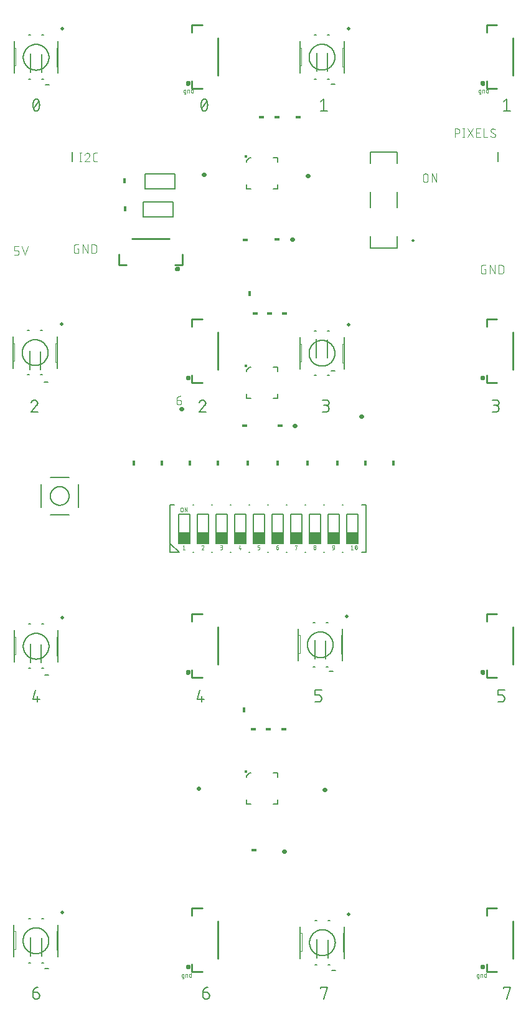
<source format=gto>
G04 EAGLE Gerber RS-274X export*
G75*
%MOMM*%
%FSLAX34Y34*%
%LPD*%
%INTop Silkscreen*%
%IPPOS*%
%AMOC8*
5,1,8,0,0,1.08239X$1,22.5*%
G01*
%ADD10C,0.101600*%
%ADD11C,0.050800*%
%ADD12C,0.152400*%
%ADD13C,0.254000*%
%ADD14C,0.406400*%
%ADD15C,0.203200*%
%ADD16R,1.500000X1.500000*%
%ADD17C,0.418906*%
%ADD18C,0.558800*%
%ADD19R,0.762000X0.457200*%
%ADD20R,0.457200X0.762000*%
%ADD21C,0.127000*%
%ADD22C,0.200000*%
%ADD23C,0.500000*%


D10*
X244348Y893459D02*
X248243Y893459D01*
X248342Y893457D01*
X248442Y893451D01*
X248541Y893442D01*
X248639Y893429D01*
X248737Y893412D01*
X248835Y893391D01*
X248931Y893366D01*
X249026Y893338D01*
X249120Y893306D01*
X249213Y893271D01*
X249305Y893232D01*
X249395Y893189D01*
X249483Y893144D01*
X249570Y893094D01*
X249654Y893042D01*
X249737Y892986D01*
X249817Y892928D01*
X249895Y892866D01*
X249970Y892801D01*
X250043Y892733D01*
X250113Y892663D01*
X250181Y892590D01*
X250246Y892515D01*
X250308Y892437D01*
X250366Y892357D01*
X250422Y892274D01*
X250474Y892190D01*
X250524Y892103D01*
X250569Y892015D01*
X250612Y891925D01*
X250651Y891833D01*
X250686Y891740D01*
X250718Y891646D01*
X250746Y891551D01*
X250771Y891455D01*
X250792Y891357D01*
X250809Y891259D01*
X250822Y891161D01*
X250831Y891062D01*
X250837Y890962D01*
X250839Y890863D01*
X250839Y890214D01*
X250840Y890214D02*
X250838Y890101D01*
X250832Y889988D01*
X250822Y889875D01*
X250808Y889762D01*
X250791Y889650D01*
X250769Y889539D01*
X250744Y889429D01*
X250714Y889319D01*
X250681Y889211D01*
X250644Y889104D01*
X250604Y888998D01*
X250559Y888894D01*
X250511Y888791D01*
X250460Y888690D01*
X250405Y888591D01*
X250347Y888494D01*
X250285Y888399D01*
X250220Y888306D01*
X250152Y888216D01*
X250081Y888128D01*
X250006Y888042D01*
X249929Y887959D01*
X249849Y887879D01*
X249766Y887802D01*
X249680Y887727D01*
X249592Y887656D01*
X249502Y887588D01*
X249409Y887523D01*
X249314Y887461D01*
X249217Y887403D01*
X249118Y887348D01*
X249017Y887297D01*
X248914Y887249D01*
X248810Y887204D01*
X248704Y887164D01*
X248597Y887127D01*
X248489Y887094D01*
X248379Y887064D01*
X248269Y887039D01*
X248158Y887017D01*
X248046Y887000D01*
X247933Y886986D01*
X247820Y886976D01*
X247707Y886970D01*
X247594Y886968D01*
X247481Y886970D01*
X247368Y886976D01*
X247255Y886986D01*
X247142Y887000D01*
X247030Y887017D01*
X246919Y887039D01*
X246809Y887064D01*
X246699Y887094D01*
X246591Y887127D01*
X246484Y887164D01*
X246378Y887204D01*
X246274Y887249D01*
X246171Y887297D01*
X246070Y887348D01*
X245971Y887403D01*
X245874Y887461D01*
X245779Y887523D01*
X245686Y887588D01*
X245596Y887656D01*
X245508Y887727D01*
X245422Y887802D01*
X245339Y887879D01*
X245259Y887959D01*
X245182Y888042D01*
X245107Y888128D01*
X245036Y888216D01*
X244968Y888306D01*
X244903Y888399D01*
X244841Y888494D01*
X244783Y888591D01*
X244728Y888690D01*
X244677Y888791D01*
X244629Y888894D01*
X244584Y888998D01*
X244544Y889104D01*
X244507Y889211D01*
X244474Y889319D01*
X244444Y889429D01*
X244419Y889539D01*
X244397Y889650D01*
X244380Y889762D01*
X244366Y889875D01*
X244356Y889988D01*
X244350Y890101D01*
X244348Y890214D01*
X244348Y893459D01*
X244350Y893602D01*
X244356Y893745D01*
X244366Y893888D01*
X244380Y894030D01*
X244397Y894172D01*
X244419Y894314D01*
X244444Y894455D01*
X244474Y894595D01*
X244507Y894734D01*
X244544Y894872D01*
X244585Y895009D01*
X244629Y895145D01*
X244678Y895280D01*
X244730Y895413D01*
X244785Y895545D01*
X244845Y895675D01*
X244908Y895804D01*
X244974Y895931D01*
X245044Y896055D01*
X245117Y896178D01*
X245194Y896299D01*
X245274Y896418D01*
X245357Y896534D01*
X245443Y896649D01*
X245532Y896760D01*
X245625Y896870D01*
X245720Y896976D01*
X245819Y897080D01*
X245920Y897181D01*
X246024Y897280D01*
X246130Y897375D01*
X246240Y897468D01*
X246351Y897557D01*
X246466Y897643D01*
X246582Y897726D01*
X246701Y897806D01*
X246822Y897883D01*
X246944Y897956D01*
X247069Y898026D01*
X247196Y898092D01*
X247325Y898155D01*
X247455Y898215D01*
X247587Y898270D01*
X247720Y898322D01*
X247855Y898371D01*
X247991Y898415D01*
X248128Y898456D01*
X248266Y898493D01*
X248405Y898526D01*
X248545Y898556D01*
X248686Y898581D01*
X248828Y898603D01*
X248970Y898620D01*
X249112Y898634D01*
X249255Y898644D01*
X249398Y898650D01*
X249541Y898652D01*
D11*
X252645Y109474D02*
X254198Y109474D01*
X252645Y109474D02*
X252587Y109476D01*
X252528Y109481D01*
X252471Y109490D01*
X252413Y109503D01*
X252357Y109520D01*
X252302Y109539D01*
X252249Y109563D01*
X252196Y109589D01*
X252146Y109619D01*
X252098Y109652D01*
X252052Y109688D01*
X252008Y109726D01*
X251966Y109768D01*
X251928Y109812D01*
X251892Y109858D01*
X251859Y109906D01*
X251829Y109956D01*
X251803Y110009D01*
X251779Y110062D01*
X251760Y110117D01*
X251743Y110173D01*
X251730Y110231D01*
X251721Y110288D01*
X251716Y110347D01*
X251714Y110405D01*
X251714Y112268D01*
X251716Y112326D01*
X251721Y112385D01*
X251730Y112442D01*
X251743Y112500D01*
X251760Y112556D01*
X251779Y112611D01*
X251803Y112664D01*
X251829Y112717D01*
X251859Y112767D01*
X251892Y112815D01*
X251928Y112861D01*
X251966Y112905D01*
X252008Y112947D01*
X252052Y112985D01*
X252098Y113021D01*
X252146Y113054D01*
X252196Y113084D01*
X252249Y113110D01*
X252302Y113134D01*
X252357Y113153D01*
X252413Y113170D01*
X252471Y113183D01*
X252528Y113192D01*
X252587Y113197D01*
X252645Y113199D01*
X254198Y113199D01*
X254198Y108543D01*
X254197Y108543D02*
X254195Y108482D01*
X254189Y108421D01*
X254179Y108361D01*
X254165Y108302D01*
X254148Y108244D01*
X254126Y108187D01*
X254101Y108131D01*
X254072Y108078D01*
X254040Y108026D01*
X254005Y107976D01*
X253966Y107929D01*
X253924Y107885D01*
X253880Y107843D01*
X253833Y107804D01*
X253783Y107769D01*
X253732Y107737D01*
X253678Y107708D01*
X253622Y107683D01*
X253565Y107661D01*
X253507Y107644D01*
X253448Y107630D01*
X253388Y107620D01*
X253327Y107614D01*
X253266Y107612D01*
X253266Y107611D02*
X252024Y107611D01*
X256863Y109474D02*
X256863Y113199D01*
X258416Y113199D01*
X258474Y113197D01*
X258533Y113192D01*
X258590Y113183D01*
X258648Y113170D01*
X258704Y113153D01*
X258759Y113134D01*
X258812Y113110D01*
X258865Y113084D01*
X258915Y113054D01*
X258963Y113021D01*
X259009Y112985D01*
X259053Y112947D01*
X259095Y112905D01*
X259133Y112861D01*
X259169Y112815D01*
X259202Y112767D01*
X259232Y112717D01*
X259258Y112664D01*
X259282Y112611D01*
X259301Y112556D01*
X259318Y112500D01*
X259331Y112442D01*
X259340Y112385D01*
X259345Y112326D01*
X259347Y112268D01*
X259347Y109474D01*
X264256Y109474D02*
X264256Y115062D01*
X264256Y109474D02*
X262704Y109474D01*
X262646Y109476D01*
X262587Y109481D01*
X262530Y109490D01*
X262472Y109503D01*
X262416Y109520D01*
X262361Y109539D01*
X262308Y109563D01*
X262255Y109589D01*
X262205Y109619D01*
X262157Y109652D01*
X262111Y109688D01*
X262067Y109726D01*
X262025Y109768D01*
X261987Y109812D01*
X261951Y109858D01*
X261918Y109906D01*
X261888Y109956D01*
X261862Y110009D01*
X261838Y110062D01*
X261819Y110117D01*
X261802Y110173D01*
X261789Y110231D01*
X261780Y110288D01*
X261775Y110347D01*
X261773Y110405D01*
X261772Y110405D02*
X261772Y112268D01*
X261773Y112268D02*
X261775Y112326D01*
X261780Y112385D01*
X261789Y112442D01*
X261802Y112500D01*
X261819Y112556D01*
X261838Y112611D01*
X261862Y112664D01*
X261888Y112717D01*
X261918Y112767D01*
X261951Y112815D01*
X261987Y112861D01*
X262025Y112905D01*
X262067Y112947D01*
X262111Y112985D01*
X262157Y113021D01*
X262205Y113054D01*
X262255Y113084D01*
X262308Y113110D01*
X262361Y113134D01*
X262416Y113153D01*
X262472Y113170D01*
X262530Y113183D01*
X262587Y113192D01*
X262646Y113197D01*
X262704Y113199D01*
X264256Y113199D01*
X653965Y109474D02*
X655518Y109474D01*
X653965Y109474D02*
X653907Y109476D01*
X653848Y109481D01*
X653791Y109490D01*
X653733Y109503D01*
X653677Y109520D01*
X653622Y109539D01*
X653569Y109563D01*
X653516Y109589D01*
X653466Y109619D01*
X653418Y109652D01*
X653372Y109688D01*
X653328Y109726D01*
X653286Y109768D01*
X653248Y109812D01*
X653212Y109858D01*
X653179Y109906D01*
X653149Y109956D01*
X653123Y110009D01*
X653099Y110062D01*
X653080Y110117D01*
X653063Y110173D01*
X653050Y110231D01*
X653041Y110288D01*
X653036Y110347D01*
X653034Y110405D01*
X653034Y112268D01*
X653036Y112326D01*
X653041Y112385D01*
X653050Y112442D01*
X653063Y112500D01*
X653080Y112556D01*
X653099Y112611D01*
X653123Y112664D01*
X653149Y112717D01*
X653179Y112767D01*
X653212Y112815D01*
X653248Y112861D01*
X653286Y112905D01*
X653328Y112947D01*
X653372Y112985D01*
X653418Y113021D01*
X653466Y113054D01*
X653516Y113084D01*
X653569Y113110D01*
X653622Y113134D01*
X653677Y113153D01*
X653733Y113170D01*
X653791Y113183D01*
X653848Y113192D01*
X653907Y113197D01*
X653965Y113199D01*
X655518Y113199D01*
X655518Y108543D01*
X655517Y108543D02*
X655515Y108482D01*
X655509Y108421D01*
X655499Y108361D01*
X655485Y108302D01*
X655468Y108244D01*
X655446Y108187D01*
X655421Y108131D01*
X655392Y108078D01*
X655360Y108026D01*
X655325Y107976D01*
X655286Y107929D01*
X655244Y107885D01*
X655200Y107843D01*
X655153Y107804D01*
X655103Y107769D01*
X655052Y107737D01*
X654998Y107708D01*
X654942Y107683D01*
X654885Y107661D01*
X654827Y107644D01*
X654768Y107630D01*
X654708Y107620D01*
X654647Y107614D01*
X654586Y107612D01*
X654586Y107611D02*
X653344Y107611D01*
X658183Y109474D02*
X658183Y113199D01*
X659736Y113199D01*
X659794Y113197D01*
X659853Y113192D01*
X659910Y113183D01*
X659968Y113170D01*
X660024Y113153D01*
X660079Y113134D01*
X660132Y113110D01*
X660185Y113084D01*
X660235Y113054D01*
X660283Y113021D01*
X660329Y112985D01*
X660373Y112947D01*
X660415Y112905D01*
X660453Y112861D01*
X660489Y112815D01*
X660522Y112767D01*
X660552Y112717D01*
X660578Y112664D01*
X660602Y112611D01*
X660621Y112556D01*
X660638Y112500D01*
X660651Y112442D01*
X660660Y112385D01*
X660665Y112326D01*
X660667Y112268D01*
X660667Y109474D01*
X665576Y109474D02*
X665576Y115062D01*
X665576Y109474D02*
X664024Y109474D01*
X663966Y109476D01*
X663907Y109481D01*
X663850Y109490D01*
X663792Y109503D01*
X663736Y109520D01*
X663681Y109539D01*
X663628Y109563D01*
X663575Y109589D01*
X663525Y109619D01*
X663477Y109652D01*
X663431Y109688D01*
X663387Y109726D01*
X663345Y109768D01*
X663307Y109812D01*
X663271Y109858D01*
X663238Y109906D01*
X663208Y109956D01*
X663182Y110009D01*
X663158Y110062D01*
X663139Y110117D01*
X663122Y110173D01*
X663109Y110231D01*
X663100Y110288D01*
X663095Y110347D01*
X663093Y110405D01*
X663092Y110405D02*
X663092Y112268D01*
X663093Y112268D02*
X663095Y112326D01*
X663100Y112385D01*
X663109Y112442D01*
X663122Y112500D01*
X663139Y112556D01*
X663158Y112611D01*
X663182Y112664D01*
X663208Y112717D01*
X663238Y112767D01*
X663271Y112815D01*
X663307Y112861D01*
X663345Y112905D01*
X663387Y112947D01*
X663431Y112985D01*
X663477Y113021D01*
X663525Y113054D01*
X663575Y113084D01*
X663628Y113110D01*
X663681Y113134D01*
X663736Y113153D01*
X663792Y113170D01*
X663850Y113183D01*
X663907Y113192D01*
X663966Y113197D01*
X664024Y113199D01*
X665576Y113199D01*
X256738Y1310894D02*
X255185Y1310894D01*
X255127Y1310896D01*
X255068Y1310901D01*
X255011Y1310910D01*
X254953Y1310923D01*
X254897Y1310940D01*
X254842Y1310959D01*
X254789Y1310983D01*
X254736Y1311009D01*
X254686Y1311039D01*
X254638Y1311072D01*
X254592Y1311108D01*
X254548Y1311146D01*
X254506Y1311188D01*
X254468Y1311232D01*
X254432Y1311278D01*
X254399Y1311326D01*
X254369Y1311376D01*
X254343Y1311429D01*
X254319Y1311482D01*
X254300Y1311537D01*
X254283Y1311593D01*
X254270Y1311651D01*
X254261Y1311708D01*
X254256Y1311767D01*
X254254Y1311825D01*
X254254Y1313688D01*
X254256Y1313746D01*
X254261Y1313805D01*
X254270Y1313862D01*
X254283Y1313920D01*
X254300Y1313976D01*
X254319Y1314031D01*
X254343Y1314084D01*
X254369Y1314137D01*
X254399Y1314187D01*
X254432Y1314235D01*
X254468Y1314281D01*
X254506Y1314325D01*
X254548Y1314367D01*
X254592Y1314405D01*
X254638Y1314441D01*
X254686Y1314474D01*
X254736Y1314504D01*
X254789Y1314530D01*
X254842Y1314554D01*
X254897Y1314573D01*
X254953Y1314590D01*
X255011Y1314603D01*
X255068Y1314612D01*
X255127Y1314617D01*
X255185Y1314619D01*
X256738Y1314619D01*
X256738Y1309963D01*
X256737Y1309963D02*
X256735Y1309902D01*
X256729Y1309841D01*
X256719Y1309781D01*
X256705Y1309722D01*
X256688Y1309664D01*
X256666Y1309607D01*
X256641Y1309551D01*
X256612Y1309498D01*
X256580Y1309446D01*
X256545Y1309396D01*
X256506Y1309349D01*
X256464Y1309305D01*
X256420Y1309263D01*
X256373Y1309224D01*
X256323Y1309189D01*
X256272Y1309157D01*
X256218Y1309128D01*
X256162Y1309103D01*
X256105Y1309081D01*
X256047Y1309064D01*
X255988Y1309050D01*
X255928Y1309040D01*
X255867Y1309034D01*
X255806Y1309032D01*
X255806Y1309031D02*
X254564Y1309031D01*
X259403Y1310894D02*
X259403Y1314619D01*
X260956Y1314619D01*
X261014Y1314617D01*
X261073Y1314612D01*
X261130Y1314603D01*
X261188Y1314590D01*
X261244Y1314573D01*
X261299Y1314554D01*
X261352Y1314530D01*
X261405Y1314504D01*
X261455Y1314474D01*
X261503Y1314441D01*
X261549Y1314405D01*
X261593Y1314367D01*
X261635Y1314325D01*
X261673Y1314281D01*
X261709Y1314235D01*
X261742Y1314187D01*
X261772Y1314137D01*
X261798Y1314084D01*
X261822Y1314031D01*
X261841Y1313976D01*
X261858Y1313920D01*
X261871Y1313862D01*
X261880Y1313805D01*
X261885Y1313746D01*
X261887Y1313688D01*
X261887Y1310894D01*
X266796Y1310894D02*
X266796Y1316482D01*
X266796Y1310894D02*
X265244Y1310894D01*
X265186Y1310896D01*
X265127Y1310901D01*
X265070Y1310910D01*
X265012Y1310923D01*
X264956Y1310940D01*
X264901Y1310959D01*
X264848Y1310983D01*
X264795Y1311009D01*
X264745Y1311039D01*
X264697Y1311072D01*
X264651Y1311108D01*
X264607Y1311146D01*
X264565Y1311188D01*
X264527Y1311232D01*
X264491Y1311278D01*
X264458Y1311326D01*
X264428Y1311376D01*
X264402Y1311429D01*
X264378Y1311482D01*
X264359Y1311537D01*
X264342Y1311593D01*
X264329Y1311651D01*
X264320Y1311708D01*
X264315Y1311767D01*
X264313Y1311825D01*
X264312Y1311825D02*
X264312Y1313688D01*
X264313Y1313688D02*
X264315Y1313746D01*
X264320Y1313805D01*
X264329Y1313862D01*
X264342Y1313920D01*
X264359Y1313976D01*
X264378Y1314031D01*
X264402Y1314084D01*
X264428Y1314137D01*
X264458Y1314187D01*
X264491Y1314235D01*
X264527Y1314281D01*
X264565Y1314325D01*
X264607Y1314367D01*
X264651Y1314405D01*
X264697Y1314441D01*
X264745Y1314474D01*
X264795Y1314504D01*
X264848Y1314530D01*
X264901Y1314554D01*
X264956Y1314573D01*
X265012Y1314590D01*
X265070Y1314603D01*
X265127Y1314612D01*
X265186Y1314617D01*
X265244Y1314619D01*
X266796Y1314619D01*
X656505Y1310894D02*
X658058Y1310894D01*
X656505Y1310894D02*
X656447Y1310896D01*
X656388Y1310901D01*
X656331Y1310910D01*
X656273Y1310923D01*
X656217Y1310940D01*
X656162Y1310959D01*
X656109Y1310983D01*
X656056Y1311009D01*
X656006Y1311039D01*
X655958Y1311072D01*
X655912Y1311108D01*
X655868Y1311146D01*
X655826Y1311188D01*
X655788Y1311232D01*
X655752Y1311278D01*
X655719Y1311326D01*
X655689Y1311376D01*
X655663Y1311429D01*
X655639Y1311482D01*
X655620Y1311537D01*
X655603Y1311593D01*
X655590Y1311651D01*
X655581Y1311708D01*
X655576Y1311767D01*
X655574Y1311825D01*
X655574Y1313688D01*
X655576Y1313746D01*
X655581Y1313805D01*
X655590Y1313862D01*
X655603Y1313920D01*
X655620Y1313976D01*
X655639Y1314031D01*
X655663Y1314084D01*
X655689Y1314137D01*
X655719Y1314187D01*
X655752Y1314235D01*
X655788Y1314281D01*
X655826Y1314325D01*
X655868Y1314367D01*
X655912Y1314405D01*
X655958Y1314441D01*
X656006Y1314474D01*
X656056Y1314504D01*
X656109Y1314530D01*
X656162Y1314554D01*
X656217Y1314573D01*
X656273Y1314590D01*
X656331Y1314603D01*
X656388Y1314612D01*
X656447Y1314617D01*
X656505Y1314619D01*
X658058Y1314619D01*
X658058Y1309963D01*
X658057Y1309963D02*
X658055Y1309902D01*
X658049Y1309841D01*
X658039Y1309781D01*
X658025Y1309722D01*
X658008Y1309664D01*
X657986Y1309607D01*
X657961Y1309551D01*
X657932Y1309498D01*
X657900Y1309446D01*
X657865Y1309396D01*
X657826Y1309349D01*
X657784Y1309305D01*
X657740Y1309263D01*
X657693Y1309224D01*
X657643Y1309189D01*
X657592Y1309157D01*
X657538Y1309128D01*
X657482Y1309103D01*
X657425Y1309081D01*
X657367Y1309064D01*
X657308Y1309050D01*
X657248Y1309040D01*
X657187Y1309034D01*
X657126Y1309032D01*
X657126Y1309031D02*
X655884Y1309031D01*
X660723Y1310894D02*
X660723Y1314619D01*
X662276Y1314619D01*
X662334Y1314617D01*
X662393Y1314612D01*
X662450Y1314603D01*
X662508Y1314590D01*
X662564Y1314573D01*
X662619Y1314554D01*
X662672Y1314530D01*
X662725Y1314504D01*
X662775Y1314474D01*
X662823Y1314441D01*
X662869Y1314405D01*
X662913Y1314367D01*
X662955Y1314325D01*
X662993Y1314281D01*
X663029Y1314235D01*
X663062Y1314187D01*
X663092Y1314137D01*
X663118Y1314084D01*
X663142Y1314031D01*
X663161Y1313976D01*
X663178Y1313920D01*
X663191Y1313862D01*
X663200Y1313805D01*
X663205Y1313746D01*
X663207Y1313688D01*
X663207Y1310894D01*
X668116Y1310894D02*
X668116Y1316482D01*
X668116Y1310894D02*
X666564Y1310894D01*
X666506Y1310896D01*
X666447Y1310901D01*
X666390Y1310910D01*
X666332Y1310923D01*
X666276Y1310940D01*
X666221Y1310959D01*
X666168Y1310983D01*
X666115Y1311009D01*
X666065Y1311039D01*
X666017Y1311072D01*
X665971Y1311108D01*
X665927Y1311146D01*
X665885Y1311188D01*
X665847Y1311232D01*
X665811Y1311278D01*
X665778Y1311326D01*
X665748Y1311376D01*
X665722Y1311429D01*
X665698Y1311482D01*
X665679Y1311537D01*
X665662Y1311593D01*
X665649Y1311651D01*
X665640Y1311708D01*
X665635Y1311767D01*
X665633Y1311825D01*
X665632Y1311825D02*
X665632Y1313688D01*
X665633Y1313688D02*
X665635Y1313746D01*
X665640Y1313805D01*
X665649Y1313862D01*
X665662Y1313920D01*
X665679Y1313976D01*
X665698Y1314031D01*
X665722Y1314084D01*
X665748Y1314137D01*
X665778Y1314187D01*
X665811Y1314235D01*
X665847Y1314281D01*
X665885Y1314325D01*
X665927Y1314367D01*
X665971Y1314405D01*
X666017Y1314441D01*
X666065Y1314474D01*
X666115Y1314504D01*
X666168Y1314530D01*
X666221Y1314554D01*
X666276Y1314573D01*
X666332Y1314590D01*
X666390Y1314603D01*
X666447Y1314612D01*
X666506Y1314617D01*
X666564Y1314619D01*
X668116Y1314619D01*
D12*
X50377Y1300000D02*
X50240Y1299711D01*
X50110Y1299419D01*
X49987Y1299123D01*
X49872Y1298825D01*
X49763Y1298524D01*
X49662Y1298221D01*
X49568Y1297915D01*
X49481Y1297608D01*
X49402Y1297298D01*
X49330Y1296986D01*
X49266Y1296673D01*
X49209Y1296358D01*
X49159Y1296042D01*
X49117Y1295725D01*
X49083Y1295407D01*
X49056Y1295089D01*
X49037Y1294769D01*
X49026Y1294450D01*
X49022Y1294130D01*
X50377Y1300001D02*
X50416Y1300109D01*
X50459Y1300216D01*
X50505Y1300321D01*
X50556Y1300425D01*
X50609Y1300527D01*
X50666Y1300627D01*
X50727Y1300725D01*
X50791Y1300820D01*
X50858Y1300914D01*
X50929Y1301005D01*
X51002Y1301094D01*
X51079Y1301180D01*
X51158Y1301263D01*
X51240Y1301344D01*
X51325Y1301422D01*
X51413Y1301496D01*
X51503Y1301568D01*
X51595Y1301636D01*
X51690Y1301702D01*
X51787Y1301764D01*
X51886Y1301822D01*
X51988Y1301878D01*
X52090Y1301929D01*
X52195Y1301977D01*
X52301Y1302022D01*
X52409Y1302063D01*
X52518Y1302100D01*
X52628Y1302133D01*
X52740Y1302162D01*
X52852Y1302188D01*
X52965Y1302210D01*
X53079Y1302227D01*
X53193Y1302241D01*
X53308Y1302251D01*
X53423Y1302257D01*
X53538Y1302259D01*
X53538Y1302258D02*
X53653Y1302256D01*
X53768Y1302250D01*
X53883Y1302240D01*
X53997Y1302226D01*
X54111Y1302209D01*
X54224Y1302187D01*
X54336Y1302161D01*
X54448Y1302132D01*
X54558Y1302099D01*
X54667Y1302062D01*
X54775Y1302021D01*
X54881Y1301976D01*
X54986Y1301928D01*
X55088Y1301877D01*
X55189Y1301821D01*
X55289Y1301763D01*
X55386Y1301701D01*
X55480Y1301636D01*
X55573Y1301567D01*
X55663Y1301495D01*
X55751Y1301421D01*
X55836Y1301343D01*
X55918Y1301262D01*
X55997Y1301179D01*
X56074Y1301093D01*
X56147Y1301004D01*
X56218Y1300913D01*
X56285Y1300819D01*
X56349Y1300724D01*
X56410Y1300626D01*
X56467Y1300526D01*
X56520Y1300424D01*
X56571Y1300320D01*
X56617Y1300215D01*
X56660Y1300108D01*
X56699Y1300000D01*
X56698Y1300000D02*
X56835Y1299711D01*
X56965Y1299419D01*
X57088Y1299123D01*
X57203Y1298825D01*
X57312Y1298524D01*
X57413Y1298221D01*
X57507Y1297915D01*
X57594Y1297608D01*
X57673Y1297298D01*
X57745Y1296986D01*
X57809Y1296673D01*
X57866Y1296358D01*
X57916Y1296042D01*
X57958Y1295725D01*
X57992Y1295407D01*
X58019Y1295089D01*
X58038Y1294769D01*
X58049Y1294450D01*
X58053Y1294130D01*
X49022Y1294130D02*
X49026Y1293810D01*
X49037Y1293491D01*
X49056Y1293171D01*
X49083Y1292853D01*
X49117Y1292535D01*
X49159Y1292218D01*
X49209Y1291902D01*
X49266Y1291587D01*
X49330Y1291274D01*
X49402Y1290962D01*
X49481Y1290652D01*
X49568Y1290345D01*
X49662Y1290039D01*
X49763Y1289736D01*
X49872Y1289435D01*
X49987Y1289137D01*
X50110Y1288841D01*
X50240Y1288549D01*
X50377Y1288260D01*
X50416Y1288152D01*
X50459Y1288045D01*
X50505Y1287940D01*
X50556Y1287836D01*
X50609Y1287734D01*
X50666Y1287634D01*
X50727Y1287536D01*
X50791Y1287441D01*
X50858Y1287347D01*
X50929Y1287256D01*
X51002Y1287167D01*
X51079Y1287081D01*
X51158Y1286998D01*
X51240Y1286917D01*
X51325Y1286839D01*
X51413Y1286765D01*
X51503Y1286693D01*
X51596Y1286624D01*
X51690Y1286559D01*
X51787Y1286497D01*
X51887Y1286439D01*
X51988Y1286383D01*
X52090Y1286332D01*
X52195Y1286284D01*
X52301Y1286239D01*
X52409Y1286198D01*
X52518Y1286161D01*
X52628Y1286128D01*
X52740Y1286099D01*
X52852Y1286073D01*
X52965Y1286051D01*
X53079Y1286034D01*
X53193Y1286020D01*
X53308Y1286010D01*
X53423Y1286004D01*
X53538Y1286002D01*
X56698Y1288260D02*
X56835Y1288549D01*
X56965Y1288841D01*
X57088Y1289137D01*
X57203Y1289435D01*
X57312Y1289736D01*
X57413Y1290039D01*
X57507Y1290345D01*
X57594Y1290652D01*
X57673Y1290962D01*
X57745Y1291274D01*
X57809Y1291587D01*
X57866Y1291902D01*
X57916Y1292218D01*
X57958Y1292535D01*
X57992Y1292853D01*
X58019Y1293171D01*
X58038Y1293491D01*
X58049Y1293810D01*
X58053Y1294130D01*
X56699Y1288260D02*
X56660Y1288152D01*
X56617Y1288045D01*
X56571Y1287940D01*
X56520Y1287836D01*
X56467Y1287734D01*
X56410Y1287634D01*
X56349Y1287536D01*
X56285Y1287441D01*
X56218Y1287347D01*
X56147Y1287256D01*
X56074Y1287167D01*
X55997Y1287081D01*
X55918Y1286998D01*
X55836Y1286917D01*
X55751Y1286839D01*
X55663Y1286765D01*
X55573Y1286693D01*
X55480Y1286624D01*
X55386Y1286559D01*
X55289Y1286497D01*
X55189Y1286439D01*
X55088Y1286383D01*
X54985Y1286332D01*
X54881Y1286284D01*
X54775Y1286239D01*
X54667Y1286198D01*
X54558Y1286161D01*
X54448Y1286128D01*
X54336Y1286099D01*
X54224Y1286073D01*
X54111Y1286051D01*
X53997Y1286034D01*
X53883Y1286020D01*
X53768Y1286010D01*
X53653Y1286004D01*
X53538Y1286002D01*
X49925Y1289614D02*
X57150Y1298646D01*
X440182Y1298646D02*
X444698Y1302258D01*
X444698Y1286002D01*
X449213Y1286002D02*
X440182Y1286002D01*
X278977Y1300000D02*
X278840Y1299711D01*
X278710Y1299419D01*
X278587Y1299123D01*
X278472Y1298825D01*
X278363Y1298524D01*
X278262Y1298221D01*
X278168Y1297915D01*
X278081Y1297608D01*
X278002Y1297298D01*
X277930Y1296986D01*
X277866Y1296673D01*
X277809Y1296358D01*
X277759Y1296042D01*
X277717Y1295725D01*
X277683Y1295407D01*
X277656Y1295089D01*
X277637Y1294769D01*
X277626Y1294450D01*
X277622Y1294130D01*
X278977Y1300001D02*
X279016Y1300109D01*
X279059Y1300216D01*
X279105Y1300321D01*
X279156Y1300425D01*
X279209Y1300527D01*
X279266Y1300627D01*
X279327Y1300725D01*
X279391Y1300820D01*
X279458Y1300914D01*
X279529Y1301005D01*
X279602Y1301094D01*
X279679Y1301180D01*
X279758Y1301263D01*
X279840Y1301344D01*
X279925Y1301422D01*
X280013Y1301496D01*
X280103Y1301568D01*
X280195Y1301636D01*
X280290Y1301702D01*
X280387Y1301764D01*
X280486Y1301822D01*
X280588Y1301878D01*
X280690Y1301929D01*
X280795Y1301977D01*
X280901Y1302022D01*
X281009Y1302063D01*
X281118Y1302100D01*
X281228Y1302133D01*
X281340Y1302162D01*
X281452Y1302188D01*
X281565Y1302210D01*
X281679Y1302227D01*
X281793Y1302241D01*
X281908Y1302251D01*
X282023Y1302257D01*
X282138Y1302259D01*
X282138Y1302258D02*
X282253Y1302256D01*
X282368Y1302250D01*
X282483Y1302240D01*
X282597Y1302226D01*
X282711Y1302209D01*
X282824Y1302187D01*
X282936Y1302161D01*
X283048Y1302132D01*
X283158Y1302099D01*
X283267Y1302062D01*
X283375Y1302021D01*
X283481Y1301976D01*
X283586Y1301928D01*
X283688Y1301877D01*
X283789Y1301821D01*
X283889Y1301763D01*
X283986Y1301701D01*
X284080Y1301636D01*
X284173Y1301567D01*
X284263Y1301495D01*
X284351Y1301421D01*
X284436Y1301343D01*
X284518Y1301262D01*
X284597Y1301179D01*
X284674Y1301093D01*
X284747Y1301004D01*
X284818Y1300913D01*
X284885Y1300819D01*
X284949Y1300724D01*
X285010Y1300626D01*
X285067Y1300526D01*
X285120Y1300424D01*
X285171Y1300320D01*
X285217Y1300215D01*
X285260Y1300108D01*
X285299Y1300000D01*
X285298Y1300000D02*
X285435Y1299711D01*
X285565Y1299419D01*
X285688Y1299123D01*
X285803Y1298825D01*
X285912Y1298524D01*
X286013Y1298221D01*
X286107Y1297915D01*
X286194Y1297608D01*
X286273Y1297298D01*
X286345Y1296986D01*
X286409Y1296673D01*
X286466Y1296358D01*
X286516Y1296042D01*
X286558Y1295725D01*
X286592Y1295407D01*
X286619Y1295089D01*
X286638Y1294769D01*
X286649Y1294450D01*
X286653Y1294130D01*
X277622Y1294130D02*
X277626Y1293810D01*
X277637Y1293491D01*
X277656Y1293171D01*
X277683Y1292853D01*
X277717Y1292535D01*
X277759Y1292218D01*
X277809Y1291902D01*
X277866Y1291587D01*
X277930Y1291274D01*
X278002Y1290962D01*
X278081Y1290652D01*
X278168Y1290345D01*
X278262Y1290039D01*
X278363Y1289736D01*
X278472Y1289435D01*
X278587Y1289137D01*
X278710Y1288841D01*
X278840Y1288549D01*
X278977Y1288260D01*
X279016Y1288152D01*
X279059Y1288045D01*
X279105Y1287940D01*
X279156Y1287836D01*
X279209Y1287734D01*
X279266Y1287634D01*
X279327Y1287536D01*
X279391Y1287441D01*
X279458Y1287347D01*
X279529Y1287256D01*
X279602Y1287167D01*
X279679Y1287081D01*
X279758Y1286998D01*
X279840Y1286917D01*
X279925Y1286839D01*
X280013Y1286765D01*
X280103Y1286693D01*
X280196Y1286624D01*
X280290Y1286559D01*
X280387Y1286497D01*
X280487Y1286439D01*
X280588Y1286383D01*
X280690Y1286332D01*
X280795Y1286284D01*
X280901Y1286239D01*
X281009Y1286198D01*
X281118Y1286161D01*
X281228Y1286128D01*
X281340Y1286099D01*
X281452Y1286073D01*
X281565Y1286051D01*
X281679Y1286034D01*
X281793Y1286020D01*
X281908Y1286010D01*
X282023Y1286004D01*
X282138Y1286002D01*
X285298Y1288260D02*
X285435Y1288549D01*
X285565Y1288841D01*
X285688Y1289137D01*
X285803Y1289435D01*
X285912Y1289736D01*
X286013Y1290039D01*
X286107Y1290345D01*
X286194Y1290652D01*
X286273Y1290962D01*
X286345Y1291274D01*
X286409Y1291587D01*
X286466Y1291902D01*
X286516Y1292218D01*
X286558Y1292535D01*
X286592Y1292853D01*
X286619Y1293171D01*
X286638Y1293491D01*
X286649Y1293810D01*
X286653Y1294130D01*
X285299Y1288260D02*
X285260Y1288152D01*
X285217Y1288045D01*
X285171Y1287940D01*
X285120Y1287836D01*
X285067Y1287734D01*
X285010Y1287634D01*
X284949Y1287536D01*
X284885Y1287441D01*
X284818Y1287347D01*
X284747Y1287256D01*
X284674Y1287167D01*
X284597Y1287081D01*
X284518Y1286998D01*
X284436Y1286917D01*
X284351Y1286839D01*
X284263Y1286765D01*
X284173Y1286693D01*
X284080Y1286624D01*
X283986Y1286559D01*
X283889Y1286497D01*
X283789Y1286439D01*
X283688Y1286383D01*
X283585Y1286332D01*
X283481Y1286284D01*
X283375Y1286239D01*
X283267Y1286198D01*
X283158Y1286161D01*
X283048Y1286128D01*
X282936Y1286099D01*
X282824Y1286073D01*
X282711Y1286051D01*
X282597Y1286034D01*
X282483Y1286020D01*
X282368Y1286010D01*
X282253Y1286004D01*
X282138Y1286002D01*
X278525Y1289614D02*
X285750Y1298646D01*
X689102Y1298646D02*
X693618Y1302258D01*
X693618Y1286002D01*
X698133Y1286002D02*
X689102Y1286002D01*
X55513Y889254D02*
X55511Y889379D01*
X55505Y889504D01*
X55496Y889629D01*
X55482Y889753D01*
X55465Y889877D01*
X55444Y890001D01*
X55419Y890123D01*
X55390Y890245D01*
X55358Y890366D01*
X55322Y890486D01*
X55282Y890605D01*
X55239Y890722D01*
X55192Y890838D01*
X55141Y890953D01*
X55087Y891065D01*
X55029Y891177D01*
X54969Y891286D01*
X54904Y891393D01*
X54837Y891499D01*
X54766Y891602D01*
X54692Y891703D01*
X54615Y891802D01*
X54535Y891898D01*
X54452Y891992D01*
X54367Y892083D01*
X54278Y892172D01*
X54187Y892257D01*
X54093Y892340D01*
X53997Y892420D01*
X53898Y892497D01*
X53797Y892571D01*
X53694Y892642D01*
X53588Y892709D01*
X53481Y892774D01*
X53372Y892834D01*
X53260Y892892D01*
X53148Y892946D01*
X53033Y892997D01*
X52917Y893044D01*
X52800Y893087D01*
X52681Y893127D01*
X52561Y893163D01*
X52440Y893195D01*
X52318Y893224D01*
X52196Y893249D01*
X52072Y893270D01*
X51948Y893287D01*
X51824Y893301D01*
X51699Y893310D01*
X51574Y893316D01*
X51449Y893318D01*
X51306Y893316D01*
X51164Y893310D01*
X51021Y893300D01*
X50879Y893287D01*
X50738Y893269D01*
X50596Y893248D01*
X50456Y893223D01*
X50316Y893194D01*
X50177Y893161D01*
X50039Y893124D01*
X49902Y893084D01*
X49767Y893040D01*
X49632Y892992D01*
X49499Y892940D01*
X49367Y892885D01*
X49237Y892826D01*
X49109Y892764D01*
X48982Y892698D01*
X48857Y892629D01*
X48734Y892557D01*
X48614Y892481D01*
X48495Y892402D01*
X48378Y892319D01*
X48264Y892234D01*
X48152Y892145D01*
X48043Y892054D01*
X47936Y891959D01*
X47831Y891862D01*
X47730Y891761D01*
X47631Y891658D01*
X47535Y891553D01*
X47442Y891444D01*
X47352Y891333D01*
X47265Y891220D01*
X47181Y891105D01*
X47101Y890987D01*
X47023Y890867D01*
X46949Y890745D01*
X46879Y890621D01*
X46811Y890495D01*
X46748Y890367D01*
X46687Y890238D01*
X46630Y890107D01*
X46577Y889975D01*
X46528Y889841D01*
X46482Y889706D01*
X54158Y886093D02*
X54252Y886185D01*
X54342Y886279D01*
X54430Y886376D01*
X54515Y886476D01*
X54597Y886578D01*
X54676Y886683D01*
X54751Y886790D01*
X54823Y886899D01*
X54892Y887010D01*
X54958Y887124D01*
X55020Y887239D01*
X55079Y887356D01*
X55134Y887475D01*
X55185Y887595D01*
X55233Y887717D01*
X55278Y887840D01*
X55318Y887964D01*
X55355Y888090D01*
X55388Y888217D01*
X55417Y888344D01*
X55443Y888473D01*
X55464Y888602D01*
X55482Y888732D01*
X55495Y888862D01*
X55505Y888992D01*
X55511Y889123D01*
X55513Y889254D01*
X54158Y886093D02*
X46482Y877062D01*
X55513Y877062D01*
X280049Y893318D02*
X280174Y893316D01*
X280299Y893310D01*
X280424Y893301D01*
X280548Y893287D01*
X280672Y893270D01*
X280796Y893249D01*
X280918Y893224D01*
X281040Y893195D01*
X281161Y893163D01*
X281281Y893127D01*
X281400Y893087D01*
X281517Y893044D01*
X281633Y892997D01*
X281748Y892946D01*
X281860Y892892D01*
X281972Y892834D01*
X282081Y892774D01*
X282188Y892709D01*
X282294Y892642D01*
X282397Y892571D01*
X282498Y892497D01*
X282597Y892420D01*
X282693Y892340D01*
X282787Y892257D01*
X282878Y892172D01*
X282967Y892083D01*
X283052Y891992D01*
X283135Y891898D01*
X283215Y891802D01*
X283292Y891703D01*
X283366Y891602D01*
X283437Y891499D01*
X283504Y891393D01*
X283569Y891286D01*
X283629Y891177D01*
X283687Y891065D01*
X283741Y890953D01*
X283792Y890838D01*
X283839Y890722D01*
X283882Y890605D01*
X283922Y890486D01*
X283958Y890366D01*
X283990Y890245D01*
X284019Y890123D01*
X284044Y890001D01*
X284065Y889877D01*
X284082Y889753D01*
X284096Y889629D01*
X284105Y889504D01*
X284111Y889379D01*
X284113Y889254D01*
X280049Y893318D02*
X279906Y893316D01*
X279764Y893310D01*
X279621Y893300D01*
X279479Y893287D01*
X279338Y893269D01*
X279196Y893248D01*
X279056Y893223D01*
X278916Y893194D01*
X278777Y893161D01*
X278639Y893124D01*
X278502Y893084D01*
X278367Y893040D01*
X278232Y892992D01*
X278099Y892940D01*
X277967Y892885D01*
X277837Y892826D01*
X277709Y892764D01*
X277582Y892698D01*
X277457Y892629D01*
X277334Y892557D01*
X277214Y892481D01*
X277095Y892402D01*
X276978Y892319D01*
X276864Y892234D01*
X276752Y892145D01*
X276643Y892054D01*
X276536Y891959D01*
X276431Y891862D01*
X276330Y891761D01*
X276231Y891658D01*
X276135Y891553D01*
X276042Y891444D01*
X275952Y891333D01*
X275865Y891220D01*
X275781Y891105D01*
X275701Y890987D01*
X275623Y890867D01*
X275549Y890745D01*
X275479Y890621D01*
X275411Y890495D01*
X275348Y890367D01*
X275287Y890238D01*
X275230Y890107D01*
X275177Y889975D01*
X275128Y889841D01*
X275082Y889706D01*
X282758Y886093D02*
X282852Y886185D01*
X282942Y886279D01*
X283030Y886376D01*
X283115Y886476D01*
X283197Y886578D01*
X283276Y886683D01*
X283351Y886790D01*
X283423Y886899D01*
X283492Y887010D01*
X283558Y887124D01*
X283620Y887239D01*
X283679Y887356D01*
X283734Y887475D01*
X283785Y887595D01*
X283833Y887717D01*
X283878Y887840D01*
X283918Y887964D01*
X283955Y888090D01*
X283988Y888217D01*
X284017Y888344D01*
X284043Y888473D01*
X284064Y888602D01*
X284082Y888732D01*
X284095Y888862D01*
X284105Y888992D01*
X284111Y889123D01*
X284113Y889254D01*
X282758Y886093D02*
X275082Y877062D01*
X284113Y877062D01*
X442722Y877062D02*
X447238Y877062D01*
X447371Y877064D01*
X447503Y877070D01*
X447635Y877080D01*
X447767Y877093D01*
X447899Y877111D01*
X448029Y877132D01*
X448160Y877157D01*
X448289Y877186D01*
X448417Y877219D01*
X448545Y877255D01*
X448671Y877295D01*
X448796Y877339D01*
X448920Y877387D01*
X449042Y877438D01*
X449163Y877493D01*
X449282Y877551D01*
X449400Y877613D01*
X449515Y877678D01*
X449629Y877747D01*
X449740Y877818D01*
X449849Y877894D01*
X449956Y877972D01*
X450061Y878053D01*
X450163Y878138D01*
X450263Y878225D01*
X450360Y878315D01*
X450455Y878408D01*
X450546Y878504D01*
X450635Y878602D01*
X450721Y878703D01*
X450804Y878807D01*
X450884Y878913D01*
X450960Y879021D01*
X451034Y879131D01*
X451104Y879244D01*
X451171Y879358D01*
X451234Y879475D01*
X451294Y879593D01*
X451351Y879713D01*
X451404Y879835D01*
X451453Y879958D01*
X451499Y880082D01*
X451541Y880208D01*
X451579Y880335D01*
X451614Y880463D01*
X451645Y880592D01*
X451672Y880721D01*
X451695Y880852D01*
X451715Y880983D01*
X451730Y881115D01*
X451742Y881247D01*
X451750Y881379D01*
X451754Y881512D01*
X451754Y881644D01*
X451750Y881777D01*
X451742Y881909D01*
X451730Y882041D01*
X451715Y882173D01*
X451695Y882304D01*
X451672Y882435D01*
X451645Y882564D01*
X451614Y882693D01*
X451579Y882821D01*
X451541Y882948D01*
X451499Y883074D01*
X451453Y883198D01*
X451404Y883321D01*
X451351Y883443D01*
X451294Y883563D01*
X451234Y883681D01*
X451171Y883798D01*
X451104Y883912D01*
X451034Y884025D01*
X450960Y884135D01*
X450884Y884243D01*
X450804Y884349D01*
X450721Y884453D01*
X450635Y884554D01*
X450546Y884652D01*
X450455Y884748D01*
X450360Y884841D01*
X450263Y884931D01*
X450163Y885018D01*
X450061Y885103D01*
X449956Y885184D01*
X449849Y885262D01*
X449740Y885338D01*
X449629Y885409D01*
X449515Y885478D01*
X449400Y885543D01*
X449282Y885605D01*
X449163Y885663D01*
X449042Y885718D01*
X448920Y885769D01*
X448796Y885817D01*
X448671Y885861D01*
X448545Y885901D01*
X448417Y885937D01*
X448289Y885970D01*
X448160Y885999D01*
X448029Y886024D01*
X447899Y886045D01*
X447767Y886063D01*
X447635Y886076D01*
X447503Y886086D01*
X447371Y886092D01*
X447238Y886094D01*
X448141Y893318D02*
X442722Y893318D01*
X448141Y893318D02*
X448260Y893316D01*
X448380Y893310D01*
X448499Y893300D01*
X448617Y893286D01*
X448736Y893269D01*
X448853Y893247D01*
X448970Y893222D01*
X449085Y893192D01*
X449200Y893159D01*
X449314Y893122D01*
X449426Y893082D01*
X449537Y893037D01*
X449646Y892989D01*
X449754Y892938D01*
X449860Y892883D01*
X449964Y892824D01*
X450066Y892762D01*
X450166Y892697D01*
X450264Y892628D01*
X450360Y892556D01*
X450453Y892481D01*
X450543Y892404D01*
X450631Y892323D01*
X450716Y892239D01*
X450798Y892152D01*
X450878Y892063D01*
X450954Y891971D01*
X451028Y891877D01*
X451098Y891780D01*
X451165Y891682D01*
X451229Y891581D01*
X451289Y891477D01*
X451346Y891372D01*
X451399Y891265D01*
X451449Y891157D01*
X451495Y891047D01*
X451537Y890935D01*
X451576Y890822D01*
X451611Y890708D01*
X451642Y890593D01*
X451670Y890476D01*
X451693Y890359D01*
X451713Y890242D01*
X451729Y890123D01*
X451741Y890004D01*
X451749Y889885D01*
X451753Y889766D01*
X451753Y889646D01*
X451749Y889527D01*
X451741Y889408D01*
X451729Y889289D01*
X451713Y889170D01*
X451693Y889053D01*
X451670Y888936D01*
X451642Y888819D01*
X451611Y888704D01*
X451576Y888590D01*
X451537Y888477D01*
X451495Y888365D01*
X451449Y888255D01*
X451399Y888147D01*
X451346Y888040D01*
X451289Y887935D01*
X451229Y887831D01*
X451165Y887730D01*
X451098Y887632D01*
X451028Y887535D01*
X450954Y887441D01*
X450878Y887349D01*
X450798Y887260D01*
X450716Y887173D01*
X450631Y887089D01*
X450543Y887008D01*
X450453Y886931D01*
X450360Y886856D01*
X450264Y886784D01*
X450166Y886715D01*
X450066Y886650D01*
X449964Y886588D01*
X449860Y886529D01*
X449754Y886474D01*
X449646Y886423D01*
X449537Y886375D01*
X449426Y886330D01*
X449314Y886290D01*
X449200Y886253D01*
X449085Y886220D01*
X448970Y886190D01*
X448853Y886165D01*
X448736Y886143D01*
X448617Y886126D01*
X448499Y886112D01*
X448380Y886102D01*
X448260Y886096D01*
X448141Y886094D01*
X448141Y886093D02*
X444528Y886093D01*
X673862Y877062D02*
X678378Y877062D01*
X678511Y877064D01*
X678643Y877070D01*
X678775Y877080D01*
X678907Y877093D01*
X679039Y877111D01*
X679169Y877132D01*
X679300Y877157D01*
X679429Y877186D01*
X679557Y877219D01*
X679685Y877255D01*
X679811Y877295D01*
X679936Y877339D01*
X680060Y877387D01*
X680182Y877438D01*
X680303Y877493D01*
X680422Y877551D01*
X680540Y877613D01*
X680655Y877678D01*
X680769Y877747D01*
X680880Y877818D01*
X680989Y877894D01*
X681096Y877972D01*
X681201Y878053D01*
X681303Y878138D01*
X681403Y878225D01*
X681500Y878315D01*
X681595Y878408D01*
X681686Y878504D01*
X681775Y878602D01*
X681861Y878703D01*
X681944Y878807D01*
X682024Y878913D01*
X682100Y879021D01*
X682174Y879131D01*
X682244Y879244D01*
X682311Y879358D01*
X682374Y879475D01*
X682434Y879593D01*
X682491Y879713D01*
X682544Y879835D01*
X682593Y879958D01*
X682639Y880082D01*
X682681Y880208D01*
X682719Y880335D01*
X682754Y880463D01*
X682785Y880592D01*
X682812Y880721D01*
X682835Y880852D01*
X682855Y880983D01*
X682870Y881115D01*
X682882Y881247D01*
X682890Y881379D01*
X682894Y881512D01*
X682894Y881644D01*
X682890Y881777D01*
X682882Y881909D01*
X682870Y882041D01*
X682855Y882173D01*
X682835Y882304D01*
X682812Y882435D01*
X682785Y882564D01*
X682754Y882693D01*
X682719Y882821D01*
X682681Y882948D01*
X682639Y883074D01*
X682593Y883198D01*
X682544Y883321D01*
X682491Y883443D01*
X682434Y883563D01*
X682374Y883681D01*
X682311Y883798D01*
X682244Y883912D01*
X682174Y884025D01*
X682100Y884135D01*
X682024Y884243D01*
X681944Y884349D01*
X681861Y884453D01*
X681775Y884554D01*
X681686Y884652D01*
X681595Y884748D01*
X681500Y884841D01*
X681403Y884931D01*
X681303Y885018D01*
X681201Y885103D01*
X681096Y885184D01*
X680989Y885262D01*
X680880Y885338D01*
X680769Y885409D01*
X680655Y885478D01*
X680540Y885543D01*
X680422Y885605D01*
X680303Y885663D01*
X680182Y885718D01*
X680060Y885769D01*
X679936Y885817D01*
X679811Y885861D01*
X679685Y885901D01*
X679557Y885937D01*
X679429Y885970D01*
X679300Y885999D01*
X679169Y886024D01*
X679039Y886045D01*
X678907Y886063D01*
X678775Y886076D01*
X678643Y886086D01*
X678511Y886092D01*
X678378Y886094D01*
X679281Y893318D02*
X673862Y893318D01*
X679281Y893318D02*
X679400Y893316D01*
X679520Y893310D01*
X679639Y893300D01*
X679757Y893286D01*
X679876Y893269D01*
X679993Y893247D01*
X680110Y893222D01*
X680225Y893192D01*
X680340Y893159D01*
X680454Y893122D01*
X680566Y893082D01*
X680677Y893037D01*
X680786Y892989D01*
X680894Y892938D01*
X681000Y892883D01*
X681104Y892824D01*
X681206Y892762D01*
X681306Y892697D01*
X681404Y892628D01*
X681500Y892556D01*
X681593Y892481D01*
X681683Y892404D01*
X681771Y892323D01*
X681856Y892239D01*
X681938Y892152D01*
X682018Y892063D01*
X682094Y891971D01*
X682168Y891877D01*
X682238Y891780D01*
X682305Y891682D01*
X682369Y891581D01*
X682429Y891477D01*
X682486Y891372D01*
X682539Y891265D01*
X682589Y891157D01*
X682635Y891047D01*
X682677Y890935D01*
X682716Y890822D01*
X682751Y890708D01*
X682782Y890593D01*
X682810Y890476D01*
X682833Y890359D01*
X682853Y890242D01*
X682869Y890123D01*
X682881Y890004D01*
X682889Y889885D01*
X682893Y889766D01*
X682893Y889646D01*
X682889Y889527D01*
X682881Y889408D01*
X682869Y889289D01*
X682853Y889170D01*
X682833Y889053D01*
X682810Y888936D01*
X682782Y888819D01*
X682751Y888704D01*
X682716Y888590D01*
X682677Y888477D01*
X682635Y888365D01*
X682589Y888255D01*
X682539Y888147D01*
X682486Y888040D01*
X682429Y887935D01*
X682369Y887831D01*
X682305Y887730D01*
X682238Y887632D01*
X682168Y887535D01*
X682094Y887441D01*
X682018Y887349D01*
X681938Y887260D01*
X681856Y887173D01*
X681771Y887089D01*
X681683Y887008D01*
X681593Y886931D01*
X681500Y886856D01*
X681404Y886784D01*
X681306Y886715D01*
X681206Y886650D01*
X681104Y886588D01*
X681000Y886529D01*
X680894Y886474D01*
X680786Y886423D01*
X680677Y886375D01*
X680566Y886330D01*
X680454Y886290D01*
X680340Y886253D01*
X680225Y886220D01*
X680110Y886190D01*
X679993Y886165D01*
X679876Y886143D01*
X679757Y886126D01*
X679639Y886112D01*
X679520Y886102D01*
X679400Y886096D01*
X679281Y886094D01*
X679281Y886093D02*
X675668Y886093D01*
X52634Y499618D02*
X49022Y486974D01*
X58053Y486974D01*
X55344Y490587D02*
X55344Y483362D01*
X272542Y486974D02*
X276154Y499618D01*
X272542Y486974D02*
X281573Y486974D01*
X278864Y490587D02*
X278864Y483362D01*
X432562Y483362D02*
X437981Y483362D01*
X438099Y483364D01*
X438217Y483370D01*
X438335Y483379D01*
X438452Y483393D01*
X438569Y483410D01*
X438686Y483431D01*
X438801Y483456D01*
X438916Y483485D01*
X439030Y483518D01*
X439142Y483554D01*
X439253Y483594D01*
X439363Y483637D01*
X439472Y483684D01*
X439579Y483734D01*
X439684Y483789D01*
X439787Y483846D01*
X439888Y483907D01*
X439988Y483971D01*
X440085Y484038D01*
X440180Y484108D01*
X440272Y484182D01*
X440363Y484258D01*
X440450Y484338D01*
X440535Y484420D01*
X440617Y484505D01*
X440697Y484592D01*
X440773Y484683D01*
X440847Y484775D01*
X440917Y484870D01*
X440984Y484967D01*
X441048Y485067D01*
X441109Y485168D01*
X441166Y485271D01*
X441221Y485376D01*
X441271Y485483D01*
X441318Y485592D01*
X441361Y485702D01*
X441401Y485813D01*
X441437Y485925D01*
X441470Y486039D01*
X441499Y486154D01*
X441524Y486269D01*
X441545Y486386D01*
X441562Y486503D01*
X441576Y486620D01*
X441585Y486738D01*
X441591Y486856D01*
X441593Y486974D01*
X441593Y488781D01*
X441591Y488899D01*
X441585Y489017D01*
X441576Y489135D01*
X441562Y489252D01*
X441545Y489369D01*
X441524Y489486D01*
X441499Y489601D01*
X441470Y489716D01*
X441437Y489830D01*
X441401Y489942D01*
X441361Y490053D01*
X441318Y490163D01*
X441271Y490272D01*
X441221Y490379D01*
X441166Y490484D01*
X441109Y490587D01*
X441048Y490688D01*
X440984Y490788D01*
X440917Y490885D01*
X440847Y490980D01*
X440773Y491072D01*
X440697Y491163D01*
X440617Y491250D01*
X440535Y491335D01*
X440450Y491417D01*
X440363Y491497D01*
X440272Y491573D01*
X440180Y491647D01*
X440085Y491717D01*
X439988Y491784D01*
X439888Y491848D01*
X439787Y491909D01*
X439684Y491966D01*
X439579Y492021D01*
X439472Y492071D01*
X439363Y492118D01*
X439253Y492161D01*
X439142Y492201D01*
X439030Y492237D01*
X438916Y492270D01*
X438801Y492299D01*
X438686Y492324D01*
X438569Y492345D01*
X438452Y492362D01*
X438335Y492376D01*
X438217Y492385D01*
X438099Y492391D01*
X437981Y492393D01*
X432562Y492393D01*
X432562Y499618D01*
X441593Y499618D01*
X681482Y483362D02*
X686901Y483362D01*
X687019Y483364D01*
X687137Y483370D01*
X687255Y483379D01*
X687372Y483393D01*
X687489Y483410D01*
X687606Y483431D01*
X687721Y483456D01*
X687836Y483485D01*
X687950Y483518D01*
X688062Y483554D01*
X688173Y483594D01*
X688283Y483637D01*
X688392Y483684D01*
X688499Y483734D01*
X688604Y483789D01*
X688707Y483846D01*
X688808Y483907D01*
X688908Y483971D01*
X689005Y484038D01*
X689100Y484108D01*
X689192Y484182D01*
X689283Y484258D01*
X689370Y484338D01*
X689455Y484420D01*
X689537Y484505D01*
X689617Y484592D01*
X689693Y484683D01*
X689767Y484775D01*
X689837Y484870D01*
X689904Y484967D01*
X689968Y485067D01*
X690029Y485168D01*
X690086Y485271D01*
X690141Y485376D01*
X690191Y485483D01*
X690238Y485592D01*
X690281Y485702D01*
X690321Y485813D01*
X690357Y485925D01*
X690390Y486039D01*
X690419Y486154D01*
X690444Y486269D01*
X690465Y486386D01*
X690482Y486503D01*
X690496Y486620D01*
X690505Y486738D01*
X690511Y486856D01*
X690513Y486974D01*
X690513Y488781D01*
X690511Y488899D01*
X690505Y489017D01*
X690496Y489135D01*
X690482Y489252D01*
X690465Y489369D01*
X690444Y489486D01*
X690419Y489601D01*
X690390Y489716D01*
X690357Y489830D01*
X690321Y489942D01*
X690281Y490053D01*
X690238Y490163D01*
X690191Y490272D01*
X690141Y490379D01*
X690086Y490484D01*
X690029Y490587D01*
X689968Y490688D01*
X689904Y490788D01*
X689837Y490885D01*
X689767Y490980D01*
X689693Y491072D01*
X689617Y491163D01*
X689537Y491250D01*
X689455Y491335D01*
X689370Y491417D01*
X689283Y491497D01*
X689192Y491573D01*
X689100Y491647D01*
X689005Y491717D01*
X688908Y491784D01*
X688808Y491848D01*
X688707Y491909D01*
X688604Y491966D01*
X688499Y492021D01*
X688392Y492071D01*
X688283Y492118D01*
X688173Y492161D01*
X688062Y492201D01*
X687950Y492237D01*
X687836Y492270D01*
X687721Y492299D01*
X687606Y492324D01*
X687489Y492345D01*
X687372Y492362D01*
X687255Y492376D01*
X687137Y492385D01*
X687019Y492391D01*
X686901Y492393D01*
X681482Y492393D01*
X681482Y499618D01*
X690513Y499618D01*
X54441Y88533D02*
X49022Y88533D01*
X54441Y88533D02*
X54559Y88531D01*
X54677Y88525D01*
X54795Y88516D01*
X54912Y88502D01*
X55029Y88485D01*
X55146Y88464D01*
X55261Y88439D01*
X55376Y88410D01*
X55490Y88377D01*
X55602Y88341D01*
X55713Y88301D01*
X55823Y88258D01*
X55932Y88211D01*
X56039Y88161D01*
X56144Y88106D01*
X56247Y88049D01*
X56348Y87988D01*
X56448Y87924D01*
X56545Y87857D01*
X56640Y87787D01*
X56732Y87713D01*
X56823Y87637D01*
X56910Y87557D01*
X56995Y87475D01*
X57077Y87390D01*
X57157Y87303D01*
X57233Y87212D01*
X57307Y87120D01*
X57377Y87025D01*
X57444Y86928D01*
X57508Y86828D01*
X57569Y86727D01*
X57626Y86624D01*
X57681Y86519D01*
X57731Y86412D01*
X57778Y86303D01*
X57821Y86193D01*
X57861Y86082D01*
X57897Y85970D01*
X57930Y85856D01*
X57959Y85741D01*
X57984Y85626D01*
X58005Y85509D01*
X58022Y85392D01*
X58036Y85275D01*
X58045Y85157D01*
X58051Y85039D01*
X58053Y84921D01*
X58053Y84018D01*
X58054Y84018D02*
X58052Y83885D01*
X58046Y83753D01*
X58036Y83621D01*
X58023Y83489D01*
X58005Y83357D01*
X57984Y83227D01*
X57959Y83096D01*
X57930Y82967D01*
X57897Y82839D01*
X57861Y82711D01*
X57821Y82585D01*
X57777Y82460D01*
X57729Y82336D01*
X57678Y82214D01*
X57623Y82093D01*
X57565Y81974D01*
X57503Y81856D01*
X57438Y81741D01*
X57369Y81627D01*
X57298Y81516D01*
X57222Y81407D01*
X57144Y81300D01*
X57063Y81195D01*
X56978Y81093D01*
X56891Y80993D01*
X56801Y80896D01*
X56708Y80801D01*
X56612Y80710D01*
X56514Y80621D01*
X56413Y80535D01*
X56309Y80452D01*
X56203Y80372D01*
X56095Y80296D01*
X55985Y80222D01*
X55872Y80152D01*
X55758Y80085D01*
X55641Y80022D01*
X55523Y79962D01*
X55403Y79905D01*
X55281Y79852D01*
X55158Y79803D01*
X55034Y79757D01*
X54908Y79715D01*
X54781Y79677D01*
X54653Y79642D01*
X54524Y79611D01*
X54395Y79584D01*
X54264Y79561D01*
X54133Y79541D01*
X54001Y79526D01*
X53869Y79514D01*
X53737Y79506D01*
X53604Y79502D01*
X53472Y79502D01*
X53339Y79506D01*
X53207Y79514D01*
X53075Y79526D01*
X52943Y79541D01*
X52812Y79561D01*
X52681Y79584D01*
X52552Y79611D01*
X52423Y79642D01*
X52295Y79677D01*
X52168Y79715D01*
X52042Y79757D01*
X51918Y79803D01*
X51795Y79852D01*
X51673Y79905D01*
X51553Y79962D01*
X51435Y80022D01*
X51318Y80085D01*
X51204Y80152D01*
X51091Y80222D01*
X50981Y80296D01*
X50873Y80372D01*
X50767Y80452D01*
X50663Y80535D01*
X50562Y80621D01*
X50464Y80710D01*
X50368Y80801D01*
X50275Y80896D01*
X50185Y80993D01*
X50098Y81093D01*
X50013Y81195D01*
X49932Y81300D01*
X49854Y81407D01*
X49778Y81516D01*
X49707Y81627D01*
X49638Y81741D01*
X49573Y81856D01*
X49511Y81974D01*
X49453Y82093D01*
X49398Y82214D01*
X49347Y82336D01*
X49299Y82460D01*
X49255Y82585D01*
X49215Y82711D01*
X49179Y82839D01*
X49146Y82967D01*
X49117Y83096D01*
X49092Y83227D01*
X49071Y83357D01*
X49053Y83489D01*
X49040Y83621D01*
X49030Y83753D01*
X49024Y83885D01*
X49022Y84018D01*
X49022Y88533D01*
X49024Y88710D01*
X49031Y88888D01*
X49042Y89065D01*
X49057Y89241D01*
X49076Y89417D01*
X49100Y89593D01*
X49128Y89768D01*
X49161Y89943D01*
X49198Y90116D01*
X49239Y90289D01*
X49284Y90460D01*
X49333Y90630D01*
X49387Y90799D01*
X49444Y90967D01*
X49506Y91133D01*
X49572Y91298D01*
X49642Y91461D01*
X49716Y91622D01*
X49793Y91781D01*
X49875Y91939D01*
X49961Y92094D01*
X50050Y92247D01*
X50143Y92398D01*
X50240Y92547D01*
X50340Y92693D01*
X50444Y92837D01*
X50551Y92978D01*
X50662Y93116D01*
X50776Y93252D01*
X50894Y93385D01*
X51014Y93515D01*
X51138Y93642D01*
X51265Y93766D01*
X51395Y93886D01*
X51528Y94004D01*
X51663Y94118D01*
X51802Y94229D01*
X51943Y94336D01*
X52087Y94440D01*
X52233Y94540D01*
X52382Y94637D01*
X52533Y94730D01*
X52686Y94819D01*
X52841Y94905D01*
X52999Y94987D01*
X53158Y95064D01*
X53319Y95138D01*
X53482Y95208D01*
X53647Y95274D01*
X53813Y95336D01*
X53981Y95393D01*
X54150Y95447D01*
X54320Y95496D01*
X54491Y95541D01*
X54664Y95582D01*
X54837Y95619D01*
X55012Y95652D01*
X55187Y95680D01*
X55363Y95704D01*
X55539Y95723D01*
X55715Y95738D01*
X55892Y95749D01*
X56070Y95756D01*
X56247Y95758D01*
X280162Y88533D02*
X285581Y88533D01*
X285699Y88531D01*
X285817Y88525D01*
X285935Y88516D01*
X286052Y88502D01*
X286169Y88485D01*
X286286Y88464D01*
X286401Y88439D01*
X286516Y88410D01*
X286630Y88377D01*
X286742Y88341D01*
X286853Y88301D01*
X286963Y88258D01*
X287072Y88211D01*
X287179Y88161D01*
X287284Y88106D01*
X287387Y88049D01*
X287488Y87988D01*
X287588Y87924D01*
X287685Y87857D01*
X287780Y87787D01*
X287872Y87713D01*
X287963Y87637D01*
X288050Y87557D01*
X288135Y87475D01*
X288217Y87390D01*
X288297Y87303D01*
X288373Y87212D01*
X288447Y87120D01*
X288517Y87025D01*
X288584Y86928D01*
X288648Y86828D01*
X288709Y86727D01*
X288766Y86624D01*
X288821Y86519D01*
X288871Y86412D01*
X288918Y86303D01*
X288961Y86193D01*
X289001Y86082D01*
X289037Y85970D01*
X289070Y85856D01*
X289099Y85741D01*
X289124Y85626D01*
X289145Y85509D01*
X289162Y85392D01*
X289176Y85275D01*
X289185Y85157D01*
X289191Y85039D01*
X289193Y84921D01*
X289193Y84018D01*
X289194Y84018D02*
X289192Y83885D01*
X289186Y83753D01*
X289176Y83621D01*
X289163Y83489D01*
X289145Y83357D01*
X289124Y83227D01*
X289099Y83096D01*
X289070Y82967D01*
X289037Y82839D01*
X289001Y82711D01*
X288961Y82585D01*
X288917Y82460D01*
X288869Y82336D01*
X288818Y82214D01*
X288763Y82093D01*
X288705Y81974D01*
X288643Y81856D01*
X288578Y81741D01*
X288509Y81627D01*
X288438Y81516D01*
X288362Y81407D01*
X288284Y81300D01*
X288203Y81195D01*
X288118Y81093D01*
X288031Y80993D01*
X287941Y80896D01*
X287848Y80801D01*
X287752Y80710D01*
X287654Y80621D01*
X287553Y80535D01*
X287449Y80452D01*
X287343Y80372D01*
X287235Y80296D01*
X287125Y80222D01*
X287012Y80152D01*
X286898Y80085D01*
X286781Y80022D01*
X286663Y79962D01*
X286543Y79905D01*
X286421Y79852D01*
X286298Y79803D01*
X286174Y79757D01*
X286048Y79715D01*
X285921Y79677D01*
X285793Y79642D01*
X285664Y79611D01*
X285535Y79584D01*
X285404Y79561D01*
X285273Y79541D01*
X285141Y79526D01*
X285009Y79514D01*
X284877Y79506D01*
X284744Y79502D01*
X284612Y79502D01*
X284479Y79506D01*
X284347Y79514D01*
X284215Y79526D01*
X284083Y79541D01*
X283952Y79561D01*
X283821Y79584D01*
X283692Y79611D01*
X283563Y79642D01*
X283435Y79677D01*
X283308Y79715D01*
X283182Y79757D01*
X283058Y79803D01*
X282935Y79852D01*
X282813Y79905D01*
X282693Y79962D01*
X282575Y80022D01*
X282458Y80085D01*
X282344Y80152D01*
X282231Y80222D01*
X282121Y80296D01*
X282013Y80372D01*
X281907Y80452D01*
X281803Y80535D01*
X281702Y80621D01*
X281604Y80710D01*
X281508Y80801D01*
X281415Y80896D01*
X281325Y80993D01*
X281238Y81093D01*
X281153Y81195D01*
X281072Y81300D01*
X280994Y81407D01*
X280918Y81516D01*
X280847Y81627D01*
X280778Y81741D01*
X280713Y81856D01*
X280651Y81974D01*
X280593Y82093D01*
X280538Y82214D01*
X280487Y82336D01*
X280439Y82460D01*
X280395Y82585D01*
X280355Y82711D01*
X280319Y82839D01*
X280286Y82967D01*
X280257Y83096D01*
X280232Y83227D01*
X280211Y83357D01*
X280193Y83489D01*
X280180Y83621D01*
X280170Y83753D01*
X280164Y83885D01*
X280162Y84018D01*
X280162Y88533D01*
X280164Y88710D01*
X280171Y88888D01*
X280182Y89065D01*
X280197Y89241D01*
X280216Y89417D01*
X280240Y89593D01*
X280268Y89768D01*
X280301Y89943D01*
X280338Y90116D01*
X280379Y90289D01*
X280424Y90460D01*
X280473Y90630D01*
X280527Y90799D01*
X280584Y90967D01*
X280646Y91133D01*
X280712Y91298D01*
X280782Y91461D01*
X280856Y91622D01*
X280933Y91781D01*
X281015Y91939D01*
X281101Y92094D01*
X281190Y92247D01*
X281283Y92398D01*
X281380Y92547D01*
X281480Y92693D01*
X281584Y92837D01*
X281691Y92978D01*
X281802Y93116D01*
X281916Y93252D01*
X282034Y93385D01*
X282154Y93515D01*
X282278Y93642D01*
X282405Y93766D01*
X282535Y93886D01*
X282668Y94004D01*
X282803Y94118D01*
X282942Y94229D01*
X283083Y94336D01*
X283227Y94440D01*
X283373Y94540D01*
X283522Y94637D01*
X283673Y94730D01*
X283826Y94819D01*
X283981Y94905D01*
X284139Y94987D01*
X284298Y95064D01*
X284459Y95138D01*
X284622Y95208D01*
X284787Y95274D01*
X284953Y95336D01*
X285121Y95393D01*
X285290Y95447D01*
X285460Y95496D01*
X285631Y95541D01*
X285804Y95582D01*
X285977Y95619D01*
X286152Y95652D01*
X286327Y95680D01*
X286503Y95704D01*
X286679Y95723D01*
X286855Y95738D01*
X287032Y95749D01*
X287210Y95756D01*
X287387Y95758D01*
X440182Y95758D02*
X440182Y93952D01*
X440182Y95758D02*
X449213Y95758D01*
X444698Y79502D01*
X689102Y93952D02*
X689102Y95758D01*
X698133Y95758D01*
X693618Y79502D01*
D10*
X27263Y1090168D02*
X23368Y1090168D01*
X27263Y1090168D02*
X27362Y1090170D01*
X27462Y1090176D01*
X27561Y1090185D01*
X27659Y1090198D01*
X27757Y1090215D01*
X27855Y1090236D01*
X27951Y1090261D01*
X28046Y1090289D01*
X28140Y1090321D01*
X28233Y1090356D01*
X28325Y1090395D01*
X28415Y1090438D01*
X28503Y1090483D01*
X28590Y1090533D01*
X28674Y1090585D01*
X28757Y1090641D01*
X28837Y1090699D01*
X28915Y1090761D01*
X28990Y1090826D01*
X29063Y1090894D01*
X29133Y1090964D01*
X29201Y1091037D01*
X29266Y1091112D01*
X29328Y1091190D01*
X29386Y1091270D01*
X29442Y1091353D01*
X29494Y1091437D01*
X29544Y1091524D01*
X29589Y1091612D01*
X29632Y1091702D01*
X29671Y1091794D01*
X29706Y1091887D01*
X29738Y1091981D01*
X29766Y1092076D01*
X29791Y1092172D01*
X29812Y1092270D01*
X29829Y1092368D01*
X29842Y1092466D01*
X29851Y1092565D01*
X29857Y1092665D01*
X29859Y1092764D01*
X29859Y1094063D01*
X29857Y1094162D01*
X29851Y1094262D01*
X29842Y1094361D01*
X29829Y1094459D01*
X29812Y1094557D01*
X29791Y1094655D01*
X29766Y1094751D01*
X29738Y1094846D01*
X29706Y1094940D01*
X29671Y1095033D01*
X29632Y1095125D01*
X29589Y1095215D01*
X29544Y1095303D01*
X29494Y1095390D01*
X29442Y1095474D01*
X29386Y1095557D01*
X29328Y1095637D01*
X29266Y1095715D01*
X29201Y1095790D01*
X29133Y1095863D01*
X29063Y1095933D01*
X28990Y1096001D01*
X28915Y1096066D01*
X28837Y1096128D01*
X28757Y1096186D01*
X28674Y1096242D01*
X28590Y1096294D01*
X28503Y1096344D01*
X28415Y1096389D01*
X28325Y1096432D01*
X28233Y1096471D01*
X28140Y1096506D01*
X28046Y1096538D01*
X27951Y1096566D01*
X27855Y1096591D01*
X27757Y1096612D01*
X27659Y1096629D01*
X27561Y1096642D01*
X27462Y1096651D01*
X27362Y1096657D01*
X27263Y1096659D01*
X23368Y1096659D01*
X23368Y1101852D01*
X29859Y1101852D01*
X34149Y1101852D02*
X38044Y1090168D01*
X41938Y1101852D01*
X109192Y1099199D02*
X111139Y1099199D01*
X111139Y1092708D01*
X107244Y1092708D01*
X107145Y1092710D01*
X107045Y1092716D01*
X106946Y1092725D01*
X106848Y1092738D01*
X106750Y1092755D01*
X106652Y1092776D01*
X106556Y1092801D01*
X106461Y1092829D01*
X106367Y1092861D01*
X106274Y1092896D01*
X106182Y1092935D01*
X106092Y1092978D01*
X106004Y1093023D01*
X105917Y1093073D01*
X105833Y1093125D01*
X105750Y1093181D01*
X105670Y1093239D01*
X105592Y1093301D01*
X105517Y1093366D01*
X105444Y1093434D01*
X105374Y1093504D01*
X105306Y1093577D01*
X105241Y1093652D01*
X105179Y1093730D01*
X105121Y1093810D01*
X105065Y1093893D01*
X105013Y1093977D01*
X104963Y1094064D01*
X104918Y1094152D01*
X104875Y1094242D01*
X104836Y1094334D01*
X104801Y1094427D01*
X104769Y1094521D01*
X104741Y1094616D01*
X104716Y1094712D01*
X104695Y1094810D01*
X104678Y1094908D01*
X104665Y1095006D01*
X104656Y1095105D01*
X104650Y1095205D01*
X104648Y1095304D01*
X104648Y1101796D01*
X104650Y1101895D01*
X104656Y1101995D01*
X104665Y1102094D01*
X104678Y1102192D01*
X104695Y1102290D01*
X104716Y1102388D01*
X104741Y1102484D01*
X104769Y1102579D01*
X104801Y1102673D01*
X104836Y1102766D01*
X104875Y1102858D01*
X104918Y1102948D01*
X104963Y1103036D01*
X105013Y1103123D01*
X105065Y1103207D01*
X105121Y1103290D01*
X105179Y1103370D01*
X105241Y1103448D01*
X105306Y1103523D01*
X105374Y1103596D01*
X105444Y1103666D01*
X105517Y1103734D01*
X105592Y1103799D01*
X105670Y1103861D01*
X105750Y1103919D01*
X105833Y1103975D01*
X105917Y1104027D01*
X106004Y1104077D01*
X106092Y1104122D01*
X106182Y1104165D01*
X106274Y1104204D01*
X106366Y1104239D01*
X106461Y1104271D01*
X106556Y1104299D01*
X106652Y1104324D01*
X106750Y1104345D01*
X106848Y1104362D01*
X106946Y1104375D01*
X107045Y1104384D01*
X107145Y1104390D01*
X107244Y1104392D01*
X111139Y1104392D01*
X116840Y1104392D02*
X116840Y1092708D01*
X123331Y1092708D02*
X116840Y1104392D01*
X123331Y1104392D02*
X123331Y1092708D01*
X129032Y1092708D02*
X129032Y1104392D01*
X132277Y1104392D01*
X132390Y1104390D01*
X132503Y1104384D01*
X132616Y1104374D01*
X132729Y1104360D01*
X132841Y1104343D01*
X132952Y1104321D01*
X133062Y1104296D01*
X133172Y1104266D01*
X133280Y1104233D01*
X133387Y1104196D01*
X133493Y1104156D01*
X133597Y1104111D01*
X133700Y1104063D01*
X133801Y1104012D01*
X133900Y1103957D01*
X133997Y1103899D01*
X134092Y1103837D01*
X134185Y1103772D01*
X134275Y1103704D01*
X134363Y1103633D01*
X134449Y1103558D01*
X134532Y1103481D01*
X134612Y1103401D01*
X134689Y1103318D01*
X134764Y1103232D01*
X134835Y1103144D01*
X134903Y1103054D01*
X134968Y1102961D01*
X135030Y1102866D01*
X135088Y1102769D01*
X135143Y1102670D01*
X135194Y1102569D01*
X135242Y1102466D01*
X135287Y1102362D01*
X135327Y1102256D01*
X135364Y1102149D01*
X135397Y1102041D01*
X135427Y1101931D01*
X135452Y1101821D01*
X135474Y1101710D01*
X135491Y1101598D01*
X135505Y1101485D01*
X135515Y1101372D01*
X135521Y1101259D01*
X135523Y1101146D01*
X135523Y1095954D01*
X135524Y1095954D02*
X135522Y1095841D01*
X135516Y1095728D01*
X135506Y1095615D01*
X135492Y1095502D01*
X135475Y1095390D01*
X135453Y1095279D01*
X135428Y1095169D01*
X135398Y1095059D01*
X135365Y1094951D01*
X135328Y1094844D01*
X135288Y1094738D01*
X135243Y1094634D01*
X135195Y1094531D01*
X135144Y1094430D01*
X135089Y1094331D01*
X135031Y1094234D01*
X134969Y1094139D01*
X134904Y1094046D01*
X134836Y1093956D01*
X134765Y1093868D01*
X134690Y1093782D01*
X134613Y1093699D01*
X134533Y1093619D01*
X134450Y1093542D01*
X134364Y1093467D01*
X134276Y1093396D01*
X134186Y1093328D01*
X134093Y1093263D01*
X133998Y1093201D01*
X133901Y1093143D01*
X133802Y1093088D01*
X133701Y1093037D01*
X133598Y1092989D01*
X133494Y1092944D01*
X133388Y1092904D01*
X133281Y1092867D01*
X133173Y1092834D01*
X133063Y1092804D01*
X132953Y1092779D01*
X132842Y1092757D01*
X132730Y1092740D01*
X132617Y1092726D01*
X132504Y1092716D01*
X132391Y1092710D01*
X132278Y1092708D01*
X132277Y1092708D02*
X129032Y1092708D01*
X113566Y1217168D02*
X113566Y1228852D01*
X112268Y1217168D02*
X114864Y1217168D01*
X114864Y1228852D02*
X112268Y1228852D01*
X123035Y1228852D02*
X123142Y1228850D01*
X123248Y1228844D01*
X123354Y1228834D01*
X123460Y1228821D01*
X123566Y1228803D01*
X123670Y1228782D01*
X123774Y1228757D01*
X123877Y1228728D01*
X123978Y1228696D01*
X124078Y1228659D01*
X124177Y1228619D01*
X124275Y1228576D01*
X124371Y1228529D01*
X124465Y1228478D01*
X124557Y1228424D01*
X124647Y1228367D01*
X124735Y1228307D01*
X124820Y1228243D01*
X124903Y1228176D01*
X124984Y1228106D01*
X125062Y1228034D01*
X125138Y1227958D01*
X125210Y1227880D01*
X125280Y1227799D01*
X125347Y1227716D01*
X125411Y1227631D01*
X125471Y1227543D01*
X125528Y1227453D01*
X125582Y1227361D01*
X125633Y1227267D01*
X125680Y1227171D01*
X125723Y1227073D01*
X125763Y1226974D01*
X125800Y1226874D01*
X125832Y1226773D01*
X125861Y1226670D01*
X125886Y1226566D01*
X125907Y1226462D01*
X125925Y1226356D01*
X125938Y1226250D01*
X125948Y1226144D01*
X125954Y1226038D01*
X125956Y1225931D01*
X123035Y1228852D02*
X122914Y1228850D01*
X122793Y1228844D01*
X122673Y1228834D01*
X122552Y1228821D01*
X122433Y1228803D01*
X122313Y1228782D01*
X122195Y1228757D01*
X122078Y1228728D01*
X121961Y1228695D01*
X121846Y1228659D01*
X121732Y1228618D01*
X121619Y1228575D01*
X121507Y1228527D01*
X121398Y1228476D01*
X121290Y1228421D01*
X121183Y1228363D01*
X121079Y1228302D01*
X120977Y1228237D01*
X120877Y1228169D01*
X120779Y1228098D01*
X120683Y1228024D01*
X120590Y1227947D01*
X120500Y1227866D01*
X120412Y1227783D01*
X120327Y1227697D01*
X120244Y1227608D01*
X120165Y1227517D01*
X120088Y1227423D01*
X120015Y1227327D01*
X119945Y1227229D01*
X119878Y1227128D01*
X119814Y1227025D01*
X119754Y1226920D01*
X119697Y1226813D01*
X119643Y1226705D01*
X119593Y1226595D01*
X119547Y1226483D01*
X119504Y1226370D01*
X119465Y1226255D01*
X124982Y1223659D02*
X125061Y1223736D01*
X125137Y1223817D01*
X125210Y1223900D01*
X125280Y1223985D01*
X125347Y1224073D01*
X125411Y1224163D01*
X125471Y1224255D01*
X125528Y1224350D01*
X125582Y1224446D01*
X125633Y1224544D01*
X125680Y1224644D01*
X125724Y1224746D01*
X125764Y1224849D01*
X125800Y1224953D01*
X125832Y1225059D01*
X125861Y1225165D01*
X125886Y1225273D01*
X125908Y1225381D01*
X125925Y1225491D01*
X125939Y1225600D01*
X125948Y1225710D01*
X125954Y1225821D01*
X125956Y1225931D01*
X124982Y1223659D02*
X119465Y1217168D01*
X125956Y1217168D01*
X133458Y1217168D02*
X136054Y1217168D01*
X133458Y1217168D02*
X133359Y1217170D01*
X133259Y1217176D01*
X133160Y1217185D01*
X133062Y1217198D01*
X132964Y1217215D01*
X132866Y1217236D01*
X132770Y1217261D01*
X132675Y1217289D01*
X132581Y1217321D01*
X132488Y1217356D01*
X132396Y1217395D01*
X132306Y1217438D01*
X132218Y1217483D01*
X132131Y1217533D01*
X132047Y1217585D01*
X131964Y1217641D01*
X131884Y1217699D01*
X131806Y1217761D01*
X131731Y1217826D01*
X131658Y1217894D01*
X131588Y1217964D01*
X131520Y1218037D01*
X131455Y1218112D01*
X131393Y1218190D01*
X131335Y1218270D01*
X131279Y1218353D01*
X131227Y1218437D01*
X131177Y1218524D01*
X131132Y1218612D01*
X131089Y1218702D01*
X131050Y1218794D01*
X131015Y1218887D01*
X130983Y1218981D01*
X130955Y1219076D01*
X130930Y1219172D01*
X130909Y1219270D01*
X130892Y1219368D01*
X130879Y1219466D01*
X130870Y1219565D01*
X130864Y1219665D01*
X130862Y1219764D01*
X130861Y1219764D02*
X130861Y1226256D01*
X130862Y1226256D02*
X130864Y1226355D01*
X130870Y1226455D01*
X130879Y1226554D01*
X130892Y1226652D01*
X130909Y1226750D01*
X130930Y1226848D01*
X130955Y1226944D01*
X130983Y1227039D01*
X131015Y1227133D01*
X131050Y1227226D01*
X131089Y1227318D01*
X131132Y1227408D01*
X131177Y1227496D01*
X131227Y1227583D01*
X131279Y1227667D01*
X131335Y1227750D01*
X131393Y1227830D01*
X131455Y1227908D01*
X131520Y1227983D01*
X131588Y1228056D01*
X131658Y1228126D01*
X131731Y1228194D01*
X131806Y1228259D01*
X131884Y1228321D01*
X131964Y1228379D01*
X132047Y1228435D01*
X132131Y1228487D01*
X132218Y1228537D01*
X132306Y1228582D01*
X132396Y1228625D01*
X132488Y1228664D01*
X132580Y1228699D01*
X132675Y1228731D01*
X132770Y1228759D01*
X132866Y1228784D01*
X132964Y1228805D01*
X133062Y1228822D01*
X133160Y1228835D01*
X133259Y1228844D01*
X133359Y1228850D01*
X133458Y1228852D01*
X136054Y1228852D01*
X622808Y1250188D02*
X622808Y1261872D01*
X626054Y1261872D01*
X626167Y1261870D01*
X626280Y1261864D01*
X626393Y1261854D01*
X626506Y1261840D01*
X626618Y1261823D01*
X626729Y1261801D01*
X626839Y1261776D01*
X626949Y1261746D01*
X627057Y1261713D01*
X627164Y1261676D01*
X627270Y1261636D01*
X627374Y1261591D01*
X627477Y1261543D01*
X627578Y1261492D01*
X627677Y1261437D01*
X627774Y1261379D01*
X627869Y1261317D01*
X627962Y1261252D01*
X628052Y1261184D01*
X628140Y1261113D01*
X628226Y1261038D01*
X628309Y1260961D01*
X628389Y1260881D01*
X628466Y1260798D01*
X628541Y1260712D01*
X628612Y1260624D01*
X628680Y1260534D01*
X628745Y1260441D01*
X628807Y1260346D01*
X628865Y1260249D01*
X628920Y1260150D01*
X628971Y1260049D01*
X629019Y1259946D01*
X629064Y1259842D01*
X629104Y1259736D01*
X629141Y1259629D01*
X629174Y1259521D01*
X629204Y1259411D01*
X629229Y1259301D01*
X629251Y1259190D01*
X629268Y1259078D01*
X629282Y1258965D01*
X629292Y1258852D01*
X629298Y1258739D01*
X629300Y1258626D01*
X629298Y1258513D01*
X629292Y1258400D01*
X629282Y1258287D01*
X629268Y1258174D01*
X629251Y1258062D01*
X629229Y1257951D01*
X629204Y1257841D01*
X629174Y1257731D01*
X629141Y1257623D01*
X629104Y1257516D01*
X629064Y1257410D01*
X629019Y1257306D01*
X628971Y1257203D01*
X628920Y1257102D01*
X628865Y1257003D01*
X628807Y1256906D01*
X628745Y1256811D01*
X628680Y1256718D01*
X628612Y1256628D01*
X628541Y1256540D01*
X628466Y1256454D01*
X628389Y1256371D01*
X628309Y1256291D01*
X628226Y1256214D01*
X628140Y1256139D01*
X628052Y1256068D01*
X627962Y1256000D01*
X627869Y1255935D01*
X627774Y1255873D01*
X627677Y1255815D01*
X627578Y1255760D01*
X627477Y1255709D01*
X627374Y1255661D01*
X627270Y1255616D01*
X627164Y1255576D01*
X627057Y1255539D01*
X626949Y1255506D01*
X626839Y1255476D01*
X626729Y1255451D01*
X626618Y1255429D01*
X626506Y1255412D01*
X626393Y1255398D01*
X626280Y1255388D01*
X626167Y1255382D01*
X626054Y1255380D01*
X626054Y1255381D02*
X622808Y1255381D01*
X634647Y1250188D02*
X634647Y1261872D01*
X633349Y1250188D02*
X635945Y1250188D01*
X635945Y1261872D02*
X633349Y1261872D01*
X639897Y1250188D02*
X647686Y1261872D01*
X639897Y1261872D02*
X647686Y1250188D01*
X652379Y1250188D02*
X657572Y1250188D01*
X652379Y1250188D02*
X652379Y1261872D01*
X657572Y1261872D01*
X656274Y1256679D02*
X652379Y1256679D01*
X662285Y1261872D02*
X662285Y1250188D01*
X667478Y1250188D01*
X675301Y1250188D02*
X675400Y1250190D01*
X675500Y1250196D01*
X675599Y1250205D01*
X675697Y1250218D01*
X675795Y1250235D01*
X675893Y1250256D01*
X675989Y1250281D01*
X676084Y1250309D01*
X676178Y1250341D01*
X676271Y1250376D01*
X676363Y1250415D01*
X676453Y1250458D01*
X676541Y1250503D01*
X676628Y1250553D01*
X676712Y1250605D01*
X676795Y1250661D01*
X676875Y1250719D01*
X676953Y1250781D01*
X677028Y1250846D01*
X677101Y1250914D01*
X677171Y1250984D01*
X677239Y1251057D01*
X677304Y1251132D01*
X677366Y1251210D01*
X677424Y1251290D01*
X677480Y1251373D01*
X677532Y1251457D01*
X677582Y1251544D01*
X677627Y1251632D01*
X677670Y1251722D01*
X677709Y1251814D01*
X677744Y1251907D01*
X677776Y1252001D01*
X677804Y1252096D01*
X677829Y1252192D01*
X677850Y1252290D01*
X677867Y1252388D01*
X677880Y1252486D01*
X677889Y1252585D01*
X677895Y1252685D01*
X677897Y1252784D01*
X675301Y1250188D02*
X675157Y1250190D01*
X675012Y1250196D01*
X674868Y1250205D01*
X674725Y1250218D01*
X674581Y1250235D01*
X674438Y1250256D01*
X674296Y1250281D01*
X674155Y1250309D01*
X674014Y1250341D01*
X673874Y1250377D01*
X673735Y1250416D01*
X673597Y1250459D01*
X673461Y1250506D01*
X673325Y1250556D01*
X673191Y1250610D01*
X673059Y1250667D01*
X672928Y1250728D01*
X672799Y1250792D01*
X672671Y1250860D01*
X672545Y1250930D01*
X672421Y1251005D01*
X672300Y1251082D01*
X672180Y1251163D01*
X672062Y1251246D01*
X671947Y1251333D01*
X671834Y1251423D01*
X671723Y1251516D01*
X671615Y1251611D01*
X671509Y1251710D01*
X671406Y1251811D01*
X671732Y1259276D02*
X671734Y1259375D01*
X671740Y1259475D01*
X671749Y1259574D01*
X671762Y1259672D01*
X671779Y1259770D01*
X671800Y1259868D01*
X671825Y1259964D01*
X671853Y1260059D01*
X671885Y1260153D01*
X671920Y1260246D01*
X671959Y1260338D01*
X672002Y1260428D01*
X672047Y1260516D01*
X672097Y1260603D01*
X672149Y1260687D01*
X672205Y1260770D01*
X672263Y1260850D01*
X672325Y1260928D01*
X672390Y1261003D01*
X672458Y1261076D01*
X672528Y1261146D01*
X672601Y1261214D01*
X672676Y1261279D01*
X672754Y1261341D01*
X672834Y1261399D01*
X672917Y1261455D01*
X673001Y1261507D01*
X673088Y1261557D01*
X673176Y1261602D01*
X673266Y1261645D01*
X673358Y1261684D01*
X673451Y1261719D01*
X673545Y1261751D01*
X673640Y1261779D01*
X673737Y1261804D01*
X673834Y1261825D01*
X673932Y1261842D01*
X674030Y1261855D01*
X674129Y1261864D01*
X674229Y1261870D01*
X674328Y1261872D01*
X674464Y1261870D01*
X674600Y1261864D01*
X674736Y1261855D01*
X674872Y1261842D01*
X675007Y1261824D01*
X675141Y1261804D01*
X675275Y1261779D01*
X675409Y1261751D01*
X675541Y1261718D01*
X675672Y1261683D01*
X675803Y1261643D01*
X675932Y1261600D01*
X676060Y1261554D01*
X676186Y1261503D01*
X676312Y1261450D01*
X676435Y1261392D01*
X676557Y1261332D01*
X676677Y1261268D01*
X676796Y1261200D01*
X676912Y1261130D01*
X677026Y1261056D01*
X677139Y1260979D01*
X677249Y1260898D01*
X673029Y1257004D02*
X672943Y1257057D01*
X672859Y1257114D01*
X672777Y1257173D01*
X672697Y1257236D01*
X672620Y1257302D01*
X672545Y1257370D01*
X672473Y1257442D01*
X672404Y1257516D01*
X672338Y1257593D01*
X672275Y1257672D01*
X672215Y1257754D01*
X672158Y1257838D01*
X672104Y1257924D01*
X672054Y1258012D01*
X672007Y1258102D01*
X671963Y1258193D01*
X671924Y1258287D01*
X671887Y1258381D01*
X671855Y1258477D01*
X671826Y1258575D01*
X671801Y1258673D01*
X671780Y1258772D01*
X671762Y1258872D01*
X671749Y1258972D01*
X671739Y1259073D01*
X671733Y1259175D01*
X671731Y1259276D01*
X676600Y1255056D02*
X676686Y1255003D01*
X676770Y1254946D01*
X676852Y1254887D01*
X676932Y1254824D01*
X677009Y1254758D01*
X677084Y1254690D01*
X677156Y1254618D01*
X677225Y1254544D01*
X677291Y1254467D01*
X677354Y1254388D01*
X677414Y1254306D01*
X677471Y1254222D01*
X677525Y1254136D01*
X677575Y1254048D01*
X677622Y1253958D01*
X677666Y1253867D01*
X677705Y1253773D01*
X677742Y1253679D01*
X677774Y1253583D01*
X677803Y1253485D01*
X677828Y1253387D01*
X677849Y1253288D01*
X677867Y1253188D01*
X677880Y1253088D01*
X677890Y1252987D01*
X677896Y1252885D01*
X677898Y1252784D01*
X676600Y1255056D02*
X673029Y1257004D01*
X664859Y1071259D02*
X662912Y1071259D01*
X664859Y1071259D02*
X664859Y1064768D01*
X660964Y1064768D01*
X660865Y1064770D01*
X660765Y1064776D01*
X660666Y1064785D01*
X660568Y1064798D01*
X660470Y1064815D01*
X660372Y1064836D01*
X660276Y1064861D01*
X660181Y1064889D01*
X660087Y1064921D01*
X659994Y1064956D01*
X659902Y1064995D01*
X659812Y1065038D01*
X659724Y1065083D01*
X659637Y1065133D01*
X659553Y1065185D01*
X659470Y1065241D01*
X659390Y1065299D01*
X659312Y1065361D01*
X659237Y1065426D01*
X659164Y1065494D01*
X659094Y1065564D01*
X659026Y1065637D01*
X658961Y1065712D01*
X658899Y1065790D01*
X658841Y1065870D01*
X658785Y1065953D01*
X658733Y1066037D01*
X658683Y1066124D01*
X658638Y1066212D01*
X658595Y1066302D01*
X658556Y1066394D01*
X658521Y1066487D01*
X658489Y1066581D01*
X658461Y1066676D01*
X658436Y1066772D01*
X658415Y1066870D01*
X658398Y1066968D01*
X658385Y1067066D01*
X658376Y1067165D01*
X658370Y1067265D01*
X658368Y1067364D01*
X658368Y1073856D01*
X658370Y1073955D01*
X658376Y1074055D01*
X658385Y1074154D01*
X658398Y1074252D01*
X658415Y1074350D01*
X658436Y1074448D01*
X658461Y1074544D01*
X658489Y1074639D01*
X658521Y1074733D01*
X658556Y1074826D01*
X658595Y1074918D01*
X658638Y1075008D01*
X658683Y1075096D01*
X658733Y1075183D01*
X658785Y1075267D01*
X658841Y1075350D01*
X658899Y1075430D01*
X658961Y1075508D01*
X659026Y1075583D01*
X659094Y1075656D01*
X659164Y1075726D01*
X659237Y1075794D01*
X659312Y1075859D01*
X659390Y1075921D01*
X659470Y1075979D01*
X659553Y1076035D01*
X659637Y1076087D01*
X659724Y1076137D01*
X659812Y1076182D01*
X659902Y1076225D01*
X659994Y1076264D01*
X660086Y1076299D01*
X660181Y1076331D01*
X660276Y1076359D01*
X660372Y1076384D01*
X660470Y1076405D01*
X660568Y1076422D01*
X660666Y1076435D01*
X660765Y1076444D01*
X660865Y1076450D01*
X660964Y1076452D01*
X664859Y1076452D01*
X670560Y1076452D02*
X670560Y1064768D01*
X677051Y1064768D02*
X670560Y1076452D01*
X677051Y1076452D02*
X677051Y1064768D01*
X682752Y1064768D02*
X682752Y1076452D01*
X685997Y1076452D01*
X686110Y1076450D01*
X686223Y1076444D01*
X686336Y1076434D01*
X686449Y1076420D01*
X686561Y1076403D01*
X686672Y1076381D01*
X686782Y1076356D01*
X686892Y1076326D01*
X687000Y1076293D01*
X687107Y1076256D01*
X687213Y1076216D01*
X687317Y1076171D01*
X687420Y1076123D01*
X687521Y1076072D01*
X687620Y1076017D01*
X687717Y1075959D01*
X687812Y1075897D01*
X687905Y1075832D01*
X687995Y1075764D01*
X688083Y1075693D01*
X688169Y1075618D01*
X688252Y1075541D01*
X688332Y1075461D01*
X688409Y1075378D01*
X688484Y1075292D01*
X688555Y1075204D01*
X688623Y1075114D01*
X688688Y1075021D01*
X688750Y1074926D01*
X688808Y1074829D01*
X688863Y1074730D01*
X688914Y1074629D01*
X688962Y1074526D01*
X689007Y1074422D01*
X689047Y1074316D01*
X689084Y1074209D01*
X689117Y1074101D01*
X689147Y1073991D01*
X689172Y1073881D01*
X689194Y1073770D01*
X689211Y1073658D01*
X689225Y1073545D01*
X689235Y1073432D01*
X689241Y1073319D01*
X689243Y1073206D01*
X689243Y1068014D01*
X689244Y1068014D02*
X689242Y1067901D01*
X689236Y1067788D01*
X689226Y1067675D01*
X689212Y1067562D01*
X689195Y1067450D01*
X689173Y1067339D01*
X689148Y1067229D01*
X689118Y1067119D01*
X689085Y1067011D01*
X689048Y1066904D01*
X689008Y1066798D01*
X688963Y1066694D01*
X688915Y1066591D01*
X688864Y1066490D01*
X688809Y1066391D01*
X688751Y1066294D01*
X688689Y1066199D01*
X688624Y1066106D01*
X688556Y1066016D01*
X688485Y1065928D01*
X688410Y1065842D01*
X688333Y1065759D01*
X688253Y1065679D01*
X688170Y1065602D01*
X688084Y1065527D01*
X687996Y1065456D01*
X687906Y1065388D01*
X687813Y1065323D01*
X687718Y1065261D01*
X687621Y1065203D01*
X687522Y1065148D01*
X687421Y1065097D01*
X687318Y1065049D01*
X687214Y1065004D01*
X687108Y1064964D01*
X687001Y1064927D01*
X686893Y1064894D01*
X686783Y1064864D01*
X686673Y1064839D01*
X686562Y1064817D01*
X686450Y1064800D01*
X686337Y1064786D01*
X686224Y1064776D01*
X686111Y1064770D01*
X685998Y1064768D01*
X685997Y1064768D02*
X682752Y1064768D01*
X579628Y1192474D02*
X579628Y1197666D01*
X579630Y1197779D01*
X579636Y1197892D01*
X579646Y1198005D01*
X579660Y1198118D01*
X579677Y1198230D01*
X579699Y1198341D01*
X579724Y1198451D01*
X579754Y1198561D01*
X579787Y1198669D01*
X579824Y1198776D01*
X579864Y1198882D01*
X579909Y1198986D01*
X579957Y1199089D01*
X580008Y1199190D01*
X580063Y1199289D01*
X580121Y1199386D01*
X580183Y1199481D01*
X580248Y1199574D01*
X580316Y1199664D01*
X580387Y1199752D01*
X580462Y1199838D01*
X580539Y1199921D01*
X580619Y1200001D01*
X580702Y1200078D01*
X580788Y1200153D01*
X580876Y1200224D01*
X580966Y1200292D01*
X581059Y1200357D01*
X581154Y1200419D01*
X581251Y1200477D01*
X581350Y1200532D01*
X581451Y1200583D01*
X581554Y1200631D01*
X581658Y1200676D01*
X581764Y1200716D01*
X581871Y1200753D01*
X581979Y1200786D01*
X582089Y1200816D01*
X582199Y1200841D01*
X582310Y1200863D01*
X582422Y1200880D01*
X582535Y1200894D01*
X582648Y1200904D01*
X582761Y1200910D01*
X582874Y1200912D01*
X582987Y1200910D01*
X583100Y1200904D01*
X583213Y1200894D01*
X583326Y1200880D01*
X583438Y1200863D01*
X583549Y1200841D01*
X583659Y1200816D01*
X583769Y1200786D01*
X583877Y1200753D01*
X583984Y1200716D01*
X584090Y1200676D01*
X584194Y1200631D01*
X584297Y1200583D01*
X584398Y1200532D01*
X584497Y1200477D01*
X584594Y1200419D01*
X584689Y1200357D01*
X584782Y1200292D01*
X584872Y1200224D01*
X584960Y1200153D01*
X585046Y1200078D01*
X585129Y1200001D01*
X585209Y1199921D01*
X585286Y1199838D01*
X585361Y1199752D01*
X585432Y1199664D01*
X585500Y1199574D01*
X585565Y1199481D01*
X585627Y1199386D01*
X585685Y1199289D01*
X585740Y1199190D01*
X585791Y1199089D01*
X585839Y1198986D01*
X585884Y1198882D01*
X585924Y1198776D01*
X585961Y1198669D01*
X585994Y1198561D01*
X586024Y1198451D01*
X586049Y1198341D01*
X586071Y1198230D01*
X586088Y1198118D01*
X586102Y1198005D01*
X586112Y1197892D01*
X586118Y1197779D01*
X586120Y1197666D01*
X586119Y1197666D02*
X586119Y1192474D01*
X586120Y1192474D02*
X586118Y1192361D01*
X586112Y1192248D01*
X586102Y1192135D01*
X586088Y1192022D01*
X586071Y1191910D01*
X586049Y1191799D01*
X586024Y1191689D01*
X585994Y1191579D01*
X585961Y1191471D01*
X585924Y1191364D01*
X585884Y1191258D01*
X585839Y1191154D01*
X585791Y1191051D01*
X585740Y1190950D01*
X585685Y1190851D01*
X585627Y1190754D01*
X585565Y1190659D01*
X585500Y1190566D01*
X585432Y1190476D01*
X585361Y1190388D01*
X585286Y1190302D01*
X585209Y1190219D01*
X585129Y1190139D01*
X585046Y1190062D01*
X584960Y1189987D01*
X584872Y1189916D01*
X584782Y1189848D01*
X584689Y1189783D01*
X584594Y1189721D01*
X584497Y1189663D01*
X584398Y1189608D01*
X584297Y1189557D01*
X584194Y1189509D01*
X584090Y1189464D01*
X583984Y1189424D01*
X583877Y1189387D01*
X583769Y1189354D01*
X583659Y1189324D01*
X583549Y1189299D01*
X583438Y1189277D01*
X583326Y1189260D01*
X583213Y1189246D01*
X583100Y1189236D01*
X582987Y1189230D01*
X582874Y1189228D01*
X582761Y1189230D01*
X582648Y1189236D01*
X582535Y1189246D01*
X582422Y1189260D01*
X582310Y1189277D01*
X582199Y1189299D01*
X582089Y1189324D01*
X581979Y1189354D01*
X581871Y1189387D01*
X581764Y1189424D01*
X581658Y1189464D01*
X581554Y1189509D01*
X581451Y1189557D01*
X581350Y1189608D01*
X581251Y1189663D01*
X581154Y1189721D01*
X581059Y1189783D01*
X580966Y1189848D01*
X580876Y1189916D01*
X580788Y1189987D01*
X580702Y1190062D01*
X580619Y1190139D01*
X580539Y1190219D01*
X580462Y1190302D01*
X580387Y1190388D01*
X580316Y1190476D01*
X580248Y1190566D01*
X580183Y1190659D01*
X580121Y1190754D01*
X580063Y1190851D01*
X580008Y1190950D01*
X579957Y1191051D01*
X579909Y1191154D01*
X579864Y1191258D01*
X579824Y1191364D01*
X579787Y1191471D01*
X579754Y1191579D01*
X579724Y1191689D01*
X579699Y1191799D01*
X579677Y1191910D01*
X579660Y1192022D01*
X579646Y1192135D01*
X579636Y1192248D01*
X579630Y1192361D01*
X579628Y1192474D01*
X591439Y1189228D02*
X591439Y1200912D01*
X597930Y1189228D01*
X597930Y1200912D01*
D13*
X701802Y184912D02*
X701802Y134112D01*
X680212Y116332D02*
X666242Y116332D01*
X666242Y192532D02*
X666242Y202692D01*
X680212Y202692D01*
X666242Y126492D02*
X666242Y116332D01*
D14*
X659545Y123512D02*
X659547Y123576D01*
X659553Y123641D01*
X659563Y123704D01*
X659577Y123767D01*
X659594Y123829D01*
X659616Y123890D01*
X659641Y123950D01*
X659670Y124007D01*
X659702Y124063D01*
X659737Y124117D01*
X659776Y124168D01*
X659818Y124217D01*
X659863Y124264D01*
X659911Y124307D01*
X659961Y124348D01*
X660014Y124385D01*
X660068Y124419D01*
X660125Y124449D01*
X660184Y124476D01*
X660244Y124499D01*
X660305Y124519D01*
X660368Y124535D01*
X660431Y124547D01*
X660495Y124555D01*
X660560Y124559D01*
X660624Y124559D01*
X660689Y124555D01*
X660753Y124547D01*
X660816Y124535D01*
X660879Y124519D01*
X660940Y124499D01*
X661000Y124476D01*
X661059Y124449D01*
X661115Y124419D01*
X661170Y124385D01*
X661223Y124348D01*
X661273Y124307D01*
X661321Y124264D01*
X661366Y124217D01*
X661408Y124168D01*
X661447Y124117D01*
X661482Y124063D01*
X661514Y124007D01*
X661543Y123950D01*
X661568Y123890D01*
X661590Y123829D01*
X661607Y123767D01*
X661621Y123704D01*
X661631Y123641D01*
X661637Y123576D01*
X661639Y123512D01*
X661637Y123448D01*
X661631Y123383D01*
X661621Y123320D01*
X661607Y123257D01*
X661590Y123195D01*
X661568Y123134D01*
X661543Y123074D01*
X661514Y123017D01*
X661482Y122961D01*
X661447Y122907D01*
X661408Y122856D01*
X661366Y122807D01*
X661321Y122760D01*
X661273Y122717D01*
X661223Y122676D01*
X661170Y122639D01*
X661116Y122605D01*
X661059Y122575D01*
X661000Y122548D01*
X660940Y122525D01*
X660879Y122505D01*
X660816Y122489D01*
X660753Y122477D01*
X660689Y122469D01*
X660624Y122465D01*
X660560Y122465D01*
X660495Y122469D01*
X660431Y122477D01*
X660368Y122489D01*
X660305Y122505D01*
X660244Y122525D01*
X660184Y122548D01*
X660125Y122575D01*
X660068Y122605D01*
X660014Y122639D01*
X659961Y122676D01*
X659911Y122717D01*
X659863Y122760D01*
X659818Y122807D01*
X659776Y122856D01*
X659737Y122907D01*
X659702Y122961D01*
X659670Y123017D01*
X659641Y123074D01*
X659616Y123134D01*
X659594Y123195D01*
X659577Y123257D01*
X659563Y123320D01*
X659553Y123383D01*
X659547Y123448D01*
X659545Y123512D01*
D13*
X300990Y134112D02*
X300990Y184912D01*
X279400Y116332D02*
X265430Y116332D01*
X265430Y192532D02*
X265430Y202692D01*
X279400Y202692D01*
X265430Y126492D02*
X265430Y116332D01*
D14*
X258733Y123512D02*
X258735Y123576D01*
X258741Y123641D01*
X258751Y123704D01*
X258765Y123767D01*
X258782Y123829D01*
X258804Y123890D01*
X258829Y123950D01*
X258858Y124007D01*
X258890Y124063D01*
X258925Y124117D01*
X258964Y124168D01*
X259006Y124217D01*
X259051Y124264D01*
X259099Y124307D01*
X259149Y124348D01*
X259202Y124385D01*
X259256Y124419D01*
X259313Y124449D01*
X259372Y124476D01*
X259432Y124499D01*
X259493Y124519D01*
X259556Y124535D01*
X259619Y124547D01*
X259683Y124555D01*
X259748Y124559D01*
X259812Y124559D01*
X259877Y124555D01*
X259941Y124547D01*
X260004Y124535D01*
X260067Y124519D01*
X260128Y124499D01*
X260188Y124476D01*
X260247Y124449D01*
X260303Y124419D01*
X260358Y124385D01*
X260411Y124348D01*
X260461Y124307D01*
X260509Y124264D01*
X260554Y124217D01*
X260596Y124168D01*
X260635Y124117D01*
X260670Y124063D01*
X260702Y124007D01*
X260731Y123950D01*
X260756Y123890D01*
X260778Y123829D01*
X260795Y123767D01*
X260809Y123704D01*
X260819Y123641D01*
X260825Y123576D01*
X260827Y123512D01*
X260825Y123448D01*
X260819Y123383D01*
X260809Y123320D01*
X260795Y123257D01*
X260778Y123195D01*
X260756Y123134D01*
X260731Y123074D01*
X260702Y123017D01*
X260670Y122961D01*
X260635Y122907D01*
X260596Y122856D01*
X260554Y122807D01*
X260509Y122760D01*
X260461Y122717D01*
X260411Y122676D01*
X260358Y122639D01*
X260304Y122605D01*
X260247Y122575D01*
X260188Y122548D01*
X260128Y122525D01*
X260067Y122505D01*
X260004Y122489D01*
X259941Y122477D01*
X259877Y122469D01*
X259812Y122465D01*
X259748Y122465D01*
X259683Y122469D01*
X259619Y122477D01*
X259556Y122489D01*
X259493Y122505D01*
X259432Y122525D01*
X259372Y122548D01*
X259313Y122575D01*
X259256Y122605D01*
X259202Y122639D01*
X259149Y122676D01*
X259099Y122717D01*
X259051Y122760D01*
X259006Y122807D01*
X258964Y122856D01*
X258925Y122907D01*
X258890Y122961D01*
X258858Y123017D01*
X258829Y123074D01*
X258804Y123134D01*
X258782Y123195D01*
X258765Y123257D01*
X258751Y123320D01*
X258741Y123383D01*
X258735Y123448D01*
X258733Y123512D01*
D13*
X701802Y534162D02*
X701802Y584962D01*
X680212Y516382D02*
X666242Y516382D01*
X666242Y592582D02*
X666242Y602742D01*
X680212Y602742D01*
X666242Y526542D02*
X666242Y516382D01*
D14*
X659545Y523562D02*
X659547Y523626D01*
X659553Y523691D01*
X659563Y523754D01*
X659577Y523817D01*
X659594Y523879D01*
X659616Y523940D01*
X659641Y524000D01*
X659670Y524057D01*
X659702Y524113D01*
X659737Y524167D01*
X659776Y524218D01*
X659818Y524267D01*
X659863Y524314D01*
X659911Y524357D01*
X659961Y524398D01*
X660014Y524435D01*
X660068Y524469D01*
X660125Y524499D01*
X660184Y524526D01*
X660244Y524549D01*
X660305Y524569D01*
X660368Y524585D01*
X660431Y524597D01*
X660495Y524605D01*
X660560Y524609D01*
X660624Y524609D01*
X660689Y524605D01*
X660753Y524597D01*
X660816Y524585D01*
X660879Y524569D01*
X660940Y524549D01*
X661000Y524526D01*
X661059Y524499D01*
X661115Y524469D01*
X661170Y524435D01*
X661223Y524398D01*
X661273Y524357D01*
X661321Y524314D01*
X661366Y524267D01*
X661408Y524218D01*
X661447Y524167D01*
X661482Y524113D01*
X661514Y524057D01*
X661543Y524000D01*
X661568Y523940D01*
X661590Y523879D01*
X661607Y523817D01*
X661621Y523754D01*
X661631Y523691D01*
X661637Y523626D01*
X661639Y523562D01*
X661637Y523498D01*
X661631Y523433D01*
X661621Y523370D01*
X661607Y523307D01*
X661590Y523245D01*
X661568Y523184D01*
X661543Y523124D01*
X661514Y523067D01*
X661482Y523011D01*
X661447Y522957D01*
X661408Y522906D01*
X661366Y522857D01*
X661321Y522810D01*
X661273Y522767D01*
X661223Y522726D01*
X661170Y522689D01*
X661116Y522655D01*
X661059Y522625D01*
X661000Y522598D01*
X660940Y522575D01*
X660879Y522555D01*
X660816Y522539D01*
X660753Y522527D01*
X660689Y522519D01*
X660624Y522515D01*
X660560Y522515D01*
X660495Y522519D01*
X660431Y522527D01*
X660368Y522539D01*
X660305Y522555D01*
X660244Y522575D01*
X660184Y522598D01*
X660125Y522625D01*
X660068Y522655D01*
X660014Y522689D01*
X659961Y522726D01*
X659911Y522767D01*
X659863Y522810D01*
X659818Y522857D01*
X659776Y522906D01*
X659737Y522957D01*
X659702Y523011D01*
X659670Y523067D01*
X659641Y523124D01*
X659616Y523184D01*
X659594Y523245D01*
X659577Y523307D01*
X659563Y523370D01*
X659553Y523433D01*
X659547Y523498D01*
X659545Y523562D01*
D13*
X300990Y534162D02*
X300990Y584962D01*
X279400Y516382D02*
X265430Y516382D01*
X265430Y592582D02*
X265430Y602742D01*
X279400Y602742D01*
X265430Y526542D02*
X265430Y516382D01*
D14*
X258733Y523562D02*
X258735Y523626D01*
X258741Y523691D01*
X258751Y523754D01*
X258765Y523817D01*
X258782Y523879D01*
X258804Y523940D01*
X258829Y524000D01*
X258858Y524057D01*
X258890Y524113D01*
X258925Y524167D01*
X258964Y524218D01*
X259006Y524267D01*
X259051Y524314D01*
X259099Y524357D01*
X259149Y524398D01*
X259202Y524435D01*
X259256Y524469D01*
X259313Y524499D01*
X259372Y524526D01*
X259432Y524549D01*
X259493Y524569D01*
X259556Y524585D01*
X259619Y524597D01*
X259683Y524605D01*
X259748Y524609D01*
X259812Y524609D01*
X259877Y524605D01*
X259941Y524597D01*
X260004Y524585D01*
X260067Y524569D01*
X260128Y524549D01*
X260188Y524526D01*
X260247Y524499D01*
X260303Y524469D01*
X260358Y524435D01*
X260411Y524398D01*
X260461Y524357D01*
X260509Y524314D01*
X260554Y524267D01*
X260596Y524218D01*
X260635Y524167D01*
X260670Y524113D01*
X260702Y524057D01*
X260731Y524000D01*
X260756Y523940D01*
X260778Y523879D01*
X260795Y523817D01*
X260809Y523754D01*
X260819Y523691D01*
X260825Y523626D01*
X260827Y523562D01*
X260825Y523498D01*
X260819Y523433D01*
X260809Y523370D01*
X260795Y523307D01*
X260778Y523245D01*
X260756Y523184D01*
X260731Y523124D01*
X260702Y523067D01*
X260670Y523011D01*
X260635Y522957D01*
X260596Y522906D01*
X260554Y522857D01*
X260509Y522810D01*
X260461Y522767D01*
X260411Y522726D01*
X260358Y522689D01*
X260304Y522655D01*
X260247Y522625D01*
X260188Y522598D01*
X260128Y522575D01*
X260067Y522555D01*
X260004Y522539D01*
X259941Y522527D01*
X259877Y522519D01*
X259812Y522515D01*
X259748Y522515D01*
X259683Y522519D01*
X259619Y522527D01*
X259556Y522539D01*
X259493Y522555D01*
X259432Y522575D01*
X259372Y522598D01*
X259313Y522625D01*
X259256Y522655D01*
X259202Y522689D01*
X259149Y522726D01*
X259099Y522767D01*
X259051Y522810D01*
X259006Y522857D01*
X258964Y522906D01*
X258925Y522957D01*
X258890Y523011D01*
X258858Y523067D01*
X258829Y523124D01*
X258804Y523184D01*
X258782Y523245D01*
X258765Y523307D01*
X258751Y523370D01*
X258741Y523433D01*
X258735Y523498D01*
X258733Y523562D01*
D13*
X701802Y934211D02*
X701802Y985011D01*
X680212Y916431D02*
X666242Y916431D01*
X666242Y992631D02*
X666242Y1002791D01*
X680212Y1002791D01*
X666242Y926591D02*
X666242Y916431D01*
D14*
X659545Y923611D02*
X659547Y923675D01*
X659553Y923740D01*
X659563Y923803D01*
X659577Y923866D01*
X659594Y923928D01*
X659616Y923989D01*
X659641Y924049D01*
X659670Y924106D01*
X659702Y924162D01*
X659737Y924216D01*
X659776Y924267D01*
X659818Y924316D01*
X659863Y924363D01*
X659911Y924406D01*
X659961Y924447D01*
X660014Y924484D01*
X660068Y924518D01*
X660125Y924548D01*
X660184Y924575D01*
X660244Y924598D01*
X660305Y924618D01*
X660368Y924634D01*
X660431Y924646D01*
X660495Y924654D01*
X660560Y924658D01*
X660624Y924658D01*
X660689Y924654D01*
X660753Y924646D01*
X660816Y924634D01*
X660879Y924618D01*
X660940Y924598D01*
X661000Y924575D01*
X661059Y924548D01*
X661115Y924518D01*
X661170Y924484D01*
X661223Y924447D01*
X661273Y924406D01*
X661321Y924363D01*
X661366Y924316D01*
X661408Y924267D01*
X661447Y924216D01*
X661482Y924162D01*
X661514Y924106D01*
X661543Y924049D01*
X661568Y923989D01*
X661590Y923928D01*
X661607Y923866D01*
X661621Y923803D01*
X661631Y923740D01*
X661637Y923675D01*
X661639Y923611D01*
X661637Y923547D01*
X661631Y923482D01*
X661621Y923419D01*
X661607Y923356D01*
X661590Y923294D01*
X661568Y923233D01*
X661543Y923173D01*
X661514Y923116D01*
X661482Y923060D01*
X661447Y923006D01*
X661408Y922955D01*
X661366Y922906D01*
X661321Y922859D01*
X661273Y922816D01*
X661223Y922775D01*
X661170Y922738D01*
X661116Y922704D01*
X661059Y922674D01*
X661000Y922647D01*
X660940Y922624D01*
X660879Y922604D01*
X660816Y922588D01*
X660753Y922576D01*
X660689Y922568D01*
X660624Y922564D01*
X660560Y922564D01*
X660495Y922568D01*
X660431Y922576D01*
X660368Y922588D01*
X660305Y922604D01*
X660244Y922624D01*
X660184Y922647D01*
X660125Y922674D01*
X660068Y922704D01*
X660014Y922738D01*
X659961Y922775D01*
X659911Y922816D01*
X659863Y922859D01*
X659818Y922906D01*
X659776Y922955D01*
X659737Y923006D01*
X659702Y923060D01*
X659670Y923116D01*
X659641Y923173D01*
X659616Y923233D01*
X659594Y923294D01*
X659577Y923356D01*
X659563Y923419D01*
X659553Y923482D01*
X659547Y923547D01*
X659545Y923611D01*
D15*
X459714Y933254D02*
X454714Y933254D01*
X434714Y950754D02*
X434714Y975754D01*
X449714Y975254D02*
X449714Y950754D01*
X69530Y917420D02*
X64530Y917420D01*
X44530Y934920D02*
X44530Y959920D01*
X59530Y959420D02*
X59530Y934920D01*
X454968Y1322380D02*
X459968Y1322380D01*
X434968Y1339880D02*
X434968Y1364880D01*
X449968Y1364380D02*
X449968Y1339880D01*
X70840Y1321280D02*
X65840Y1321280D01*
X45840Y1338780D02*
X45840Y1363780D01*
X60840Y1363280D02*
X60840Y1338780D01*
X455476Y118082D02*
X460476Y118082D01*
X435476Y135582D02*
X435476Y160582D01*
X450476Y160082D02*
X450476Y135582D01*
X70586Y120622D02*
X65586Y120622D01*
X45586Y138122D02*
X45586Y163122D01*
X60586Y162622D02*
X60586Y138122D01*
X452460Y524634D02*
X457460Y524634D01*
X432460Y542134D02*
X432460Y567134D01*
X447460Y566634D02*
X447460Y542134D01*
X70486Y519554D02*
X65486Y519554D01*
X45486Y537054D02*
X45486Y562054D01*
X60486Y561554D02*
X60486Y537054D01*
X235566Y750764D02*
X241116Y750764D01*
X235566Y750764D02*
X235566Y686264D01*
X241116Y686264D02*
X248066Y686264D01*
X235566Y686264D01*
X247116Y738514D02*
X262116Y738514D01*
X262116Y698514D01*
X247116Y698514D01*
X247116Y738514D01*
X235816Y698514D02*
X248066Y686264D01*
X502016Y686264D02*
X502016Y750764D01*
X502016Y686264D02*
X496466Y686264D01*
X496466Y750764D02*
X502016Y750764D01*
X267866Y750764D02*
X266516Y750764D01*
X291916Y686264D02*
X293266Y686264D01*
X293266Y750764D02*
X291916Y750764D01*
X267866Y686264D02*
X266516Y686264D01*
X272516Y738514D02*
X287516Y738514D01*
X287516Y698514D01*
X272516Y698514D01*
X272516Y738514D01*
X297916Y738514D02*
X312916Y738514D01*
X312916Y698514D01*
X297916Y698514D01*
X297916Y738514D01*
X317316Y686264D02*
X318666Y686264D01*
X318666Y750764D02*
X317316Y750764D01*
X323316Y738514D02*
X338316Y738514D01*
X338316Y698514D01*
X323316Y698514D01*
X323316Y738514D01*
X342716Y686264D02*
X344066Y686264D01*
X344066Y750764D02*
X342716Y750764D01*
X348716Y738514D02*
X363716Y738514D01*
X363716Y698514D01*
X348716Y698514D01*
X348716Y738514D01*
X368116Y686264D02*
X369466Y686264D01*
X369466Y750764D02*
X368116Y750764D01*
X374116Y738514D02*
X389116Y738514D01*
X389116Y698514D01*
X374116Y698514D01*
X374116Y738514D01*
X393516Y686264D02*
X394866Y686264D01*
X394866Y750764D02*
X393516Y750764D01*
X399516Y738514D02*
X414516Y738514D01*
X414516Y698514D01*
X399516Y698514D01*
X399516Y738514D01*
X418916Y686264D02*
X420266Y686264D01*
X420266Y750764D02*
X418916Y750764D01*
X424916Y738514D02*
X439916Y738514D01*
X439916Y698514D01*
X424916Y698514D01*
X424916Y738514D01*
X444316Y686264D02*
X445666Y686264D01*
X445666Y750764D02*
X444316Y750764D01*
X450316Y738514D02*
X465316Y738514D01*
X465316Y698514D01*
X450316Y698514D01*
X450316Y738514D01*
X469716Y686264D02*
X471066Y686264D01*
X471066Y750764D02*
X469716Y750764D01*
X475716Y738514D02*
X490716Y738514D01*
X490716Y698514D02*
X475716Y698514D01*
X475716Y738514D01*
X490716Y738514D02*
X490716Y698514D01*
D11*
X249870Y743070D02*
X249870Y745554D01*
X249872Y745631D01*
X249878Y745709D01*
X249887Y745785D01*
X249901Y745862D01*
X249918Y745937D01*
X249939Y746011D01*
X249964Y746085D01*
X249992Y746157D01*
X250024Y746227D01*
X250059Y746296D01*
X250098Y746363D01*
X250140Y746428D01*
X250185Y746491D01*
X250233Y746552D01*
X250284Y746610D01*
X250338Y746665D01*
X250395Y746718D01*
X250454Y746767D01*
X250516Y746814D01*
X250580Y746858D01*
X250646Y746898D01*
X250714Y746935D01*
X250784Y746969D01*
X250855Y746999D01*
X250928Y747025D01*
X251002Y747048D01*
X251077Y747067D01*
X251152Y747082D01*
X251229Y747094D01*
X251306Y747102D01*
X251383Y747106D01*
X251461Y747106D01*
X251538Y747102D01*
X251615Y747094D01*
X251692Y747082D01*
X251767Y747067D01*
X251842Y747048D01*
X251916Y747025D01*
X251989Y746999D01*
X252060Y746969D01*
X252130Y746935D01*
X252198Y746898D01*
X252264Y746858D01*
X252328Y746814D01*
X252390Y746767D01*
X252449Y746718D01*
X252506Y746665D01*
X252560Y746610D01*
X252611Y746552D01*
X252659Y746491D01*
X252704Y746428D01*
X252746Y746363D01*
X252785Y746296D01*
X252820Y746227D01*
X252852Y746157D01*
X252880Y746085D01*
X252905Y746011D01*
X252926Y745937D01*
X252943Y745862D01*
X252957Y745785D01*
X252966Y745709D01*
X252972Y745631D01*
X252974Y745554D01*
X252974Y743070D01*
X252972Y742993D01*
X252966Y742915D01*
X252957Y742839D01*
X252943Y742762D01*
X252926Y742687D01*
X252905Y742613D01*
X252880Y742539D01*
X252852Y742467D01*
X252820Y742397D01*
X252785Y742328D01*
X252746Y742261D01*
X252704Y742196D01*
X252659Y742133D01*
X252611Y742072D01*
X252560Y742014D01*
X252506Y741959D01*
X252449Y741906D01*
X252390Y741857D01*
X252328Y741810D01*
X252264Y741766D01*
X252198Y741726D01*
X252130Y741689D01*
X252060Y741655D01*
X251989Y741625D01*
X251916Y741599D01*
X251842Y741576D01*
X251767Y741557D01*
X251692Y741542D01*
X251615Y741530D01*
X251538Y741522D01*
X251461Y741518D01*
X251383Y741518D01*
X251306Y741522D01*
X251229Y741530D01*
X251152Y741542D01*
X251077Y741557D01*
X251002Y741576D01*
X250928Y741599D01*
X250855Y741625D01*
X250784Y741655D01*
X250714Y741689D01*
X250646Y741726D01*
X250580Y741766D01*
X250516Y741810D01*
X250454Y741857D01*
X250395Y741906D01*
X250338Y741959D01*
X250284Y742014D01*
X250233Y742072D01*
X250185Y742133D01*
X250140Y742196D01*
X250098Y742261D01*
X250059Y742328D01*
X250024Y742397D01*
X249992Y742467D01*
X249964Y742539D01*
X249939Y742613D01*
X249918Y742687D01*
X249901Y742762D01*
X249887Y742839D01*
X249878Y742915D01*
X249872Y742993D01*
X249870Y743070D01*
X255539Y741518D02*
X255539Y747106D01*
X258644Y741518D01*
X258644Y747106D01*
X254422Y695856D02*
X252870Y694614D01*
X254422Y695856D02*
X254422Y690268D01*
X252870Y690268D02*
X255974Y690268D01*
X279977Y695856D02*
X280050Y695854D01*
X280123Y695848D01*
X280196Y695839D01*
X280267Y695825D01*
X280339Y695808D01*
X280409Y695788D01*
X280478Y695763D01*
X280545Y695735D01*
X280611Y695704D01*
X280676Y695669D01*
X280738Y695631D01*
X280798Y695589D01*
X280856Y695545D01*
X280912Y695497D01*
X280965Y695447D01*
X281015Y695394D01*
X281063Y695338D01*
X281107Y695280D01*
X281149Y695220D01*
X281187Y695158D01*
X281222Y695093D01*
X281253Y695027D01*
X281281Y694960D01*
X281306Y694891D01*
X281326Y694821D01*
X281343Y694749D01*
X281357Y694678D01*
X281366Y694605D01*
X281372Y694532D01*
X281374Y694459D01*
X279977Y695856D02*
X279893Y695854D01*
X279810Y695848D01*
X279727Y695839D01*
X279645Y695825D01*
X279563Y695808D01*
X279482Y695786D01*
X279402Y695761D01*
X279324Y695733D01*
X279246Y695701D01*
X279171Y695665D01*
X279097Y695626D01*
X279025Y695583D01*
X278955Y695537D01*
X278888Y695488D01*
X278822Y695435D01*
X278760Y695380D01*
X278700Y695322D01*
X278642Y695261D01*
X278588Y695198D01*
X278536Y695132D01*
X278488Y695064D01*
X278443Y694993D01*
X278401Y694921D01*
X278363Y694846D01*
X278328Y694770D01*
X278297Y694693D01*
X278269Y694614D01*
X280908Y693373D02*
X280962Y693426D01*
X281013Y693483D01*
X281061Y693542D01*
X281106Y693603D01*
X281147Y693666D01*
X281186Y693732D01*
X281221Y693799D01*
X281253Y693868D01*
X281281Y693939D01*
X281305Y694010D01*
X281326Y694083D01*
X281343Y694157D01*
X281357Y694232D01*
X281366Y694307D01*
X281372Y694383D01*
X281374Y694459D01*
X280909Y693372D02*
X278270Y690268D01*
X281374Y690268D01*
X303670Y690268D02*
X305222Y690268D01*
X305299Y690270D01*
X305377Y690276D01*
X305453Y690285D01*
X305530Y690299D01*
X305605Y690316D01*
X305679Y690337D01*
X305753Y690362D01*
X305825Y690390D01*
X305895Y690422D01*
X305964Y690457D01*
X306031Y690496D01*
X306096Y690538D01*
X306159Y690583D01*
X306220Y690631D01*
X306278Y690682D01*
X306333Y690736D01*
X306386Y690793D01*
X306435Y690852D01*
X306482Y690914D01*
X306526Y690978D01*
X306566Y691044D01*
X306603Y691112D01*
X306637Y691182D01*
X306667Y691253D01*
X306693Y691326D01*
X306716Y691400D01*
X306735Y691475D01*
X306750Y691550D01*
X306762Y691627D01*
X306770Y691704D01*
X306774Y691781D01*
X306774Y691859D01*
X306770Y691936D01*
X306762Y692013D01*
X306750Y692090D01*
X306735Y692165D01*
X306716Y692240D01*
X306693Y692314D01*
X306667Y692387D01*
X306637Y692458D01*
X306603Y692528D01*
X306566Y692596D01*
X306526Y692662D01*
X306482Y692726D01*
X306435Y692788D01*
X306386Y692847D01*
X306333Y692904D01*
X306278Y692958D01*
X306220Y693009D01*
X306159Y693057D01*
X306096Y693102D01*
X306031Y693144D01*
X305964Y693183D01*
X305895Y693218D01*
X305825Y693250D01*
X305753Y693278D01*
X305679Y693303D01*
X305605Y693324D01*
X305530Y693341D01*
X305453Y693355D01*
X305377Y693364D01*
X305299Y693370D01*
X305222Y693372D01*
X305533Y695856D02*
X303670Y695856D01*
X305533Y695856D02*
X305603Y695854D01*
X305672Y695848D01*
X305741Y695838D01*
X305809Y695825D01*
X305877Y695807D01*
X305943Y695786D01*
X306008Y695761D01*
X306072Y695733D01*
X306134Y695701D01*
X306194Y695666D01*
X306252Y695627D01*
X306307Y695585D01*
X306361Y695540D01*
X306411Y695492D01*
X306459Y695442D01*
X306504Y695388D01*
X306546Y695333D01*
X306585Y695275D01*
X306620Y695215D01*
X306652Y695153D01*
X306680Y695089D01*
X306705Y695024D01*
X306726Y694958D01*
X306744Y694890D01*
X306757Y694822D01*
X306767Y694753D01*
X306773Y694684D01*
X306775Y694614D01*
X306773Y694544D01*
X306767Y694475D01*
X306757Y694406D01*
X306744Y694338D01*
X306726Y694270D01*
X306705Y694204D01*
X306680Y694139D01*
X306652Y694075D01*
X306620Y694013D01*
X306585Y693953D01*
X306546Y693895D01*
X306504Y693840D01*
X306459Y693786D01*
X306411Y693736D01*
X306361Y693688D01*
X306307Y693643D01*
X306252Y693601D01*
X306194Y693562D01*
X306134Y693527D01*
X306072Y693495D01*
X306008Y693467D01*
X305943Y693442D01*
X305877Y693421D01*
X305809Y693403D01*
X305741Y693390D01*
X305672Y693380D01*
X305603Y693374D01*
X305533Y693372D01*
X304291Y693372D01*
X329070Y691510D02*
X330312Y695856D01*
X329070Y691510D02*
X332174Y691510D01*
X331243Y692752D02*
X331243Y690268D01*
X354470Y690268D02*
X356333Y690268D01*
X356403Y690270D01*
X356472Y690276D01*
X356541Y690286D01*
X356609Y690299D01*
X356677Y690317D01*
X356743Y690338D01*
X356808Y690363D01*
X356872Y690391D01*
X356934Y690423D01*
X356994Y690458D01*
X357052Y690497D01*
X357107Y690539D01*
X357161Y690584D01*
X357211Y690632D01*
X357259Y690682D01*
X357304Y690736D01*
X357346Y690791D01*
X357385Y690849D01*
X357420Y690909D01*
X357452Y690971D01*
X357480Y691035D01*
X357505Y691100D01*
X357526Y691166D01*
X357544Y691234D01*
X357557Y691302D01*
X357567Y691371D01*
X357573Y691440D01*
X357575Y691510D01*
X357574Y691510D02*
X357574Y692131D01*
X357575Y692131D02*
X357573Y692201D01*
X357567Y692270D01*
X357557Y692339D01*
X357544Y692407D01*
X357526Y692475D01*
X357505Y692541D01*
X357480Y692606D01*
X357452Y692670D01*
X357420Y692732D01*
X357385Y692792D01*
X357346Y692850D01*
X357304Y692905D01*
X357259Y692959D01*
X357211Y693009D01*
X357161Y693057D01*
X357107Y693102D01*
X357052Y693144D01*
X356994Y693183D01*
X356934Y693218D01*
X356872Y693250D01*
X356808Y693278D01*
X356743Y693303D01*
X356677Y693324D01*
X356609Y693342D01*
X356541Y693355D01*
X356472Y693365D01*
X356403Y693371D01*
X356333Y693373D01*
X356333Y693372D02*
X354470Y693372D01*
X354470Y695856D01*
X357574Y695856D01*
X379870Y693372D02*
X381733Y693372D01*
X381733Y693373D02*
X381803Y693371D01*
X381872Y693365D01*
X381941Y693355D01*
X382009Y693342D01*
X382077Y693324D01*
X382143Y693303D01*
X382208Y693278D01*
X382272Y693250D01*
X382334Y693218D01*
X382394Y693183D01*
X382452Y693144D01*
X382507Y693102D01*
X382561Y693057D01*
X382611Y693009D01*
X382659Y692959D01*
X382704Y692905D01*
X382746Y692850D01*
X382785Y692792D01*
X382820Y692732D01*
X382852Y692670D01*
X382880Y692606D01*
X382905Y692541D01*
X382926Y692475D01*
X382944Y692407D01*
X382957Y692339D01*
X382967Y692270D01*
X382973Y692201D01*
X382975Y692131D01*
X382974Y692131D02*
X382974Y691820D01*
X382972Y691743D01*
X382966Y691665D01*
X382957Y691589D01*
X382943Y691512D01*
X382926Y691437D01*
X382905Y691363D01*
X382880Y691289D01*
X382852Y691217D01*
X382820Y691147D01*
X382785Y691078D01*
X382746Y691011D01*
X382704Y690946D01*
X382659Y690883D01*
X382611Y690822D01*
X382560Y690764D01*
X382506Y690709D01*
X382449Y690656D01*
X382390Y690607D01*
X382328Y690560D01*
X382264Y690516D01*
X382198Y690476D01*
X382130Y690439D01*
X382060Y690405D01*
X381989Y690375D01*
X381916Y690349D01*
X381842Y690326D01*
X381767Y690307D01*
X381692Y690292D01*
X381615Y690280D01*
X381538Y690272D01*
X381461Y690268D01*
X381383Y690268D01*
X381306Y690272D01*
X381229Y690280D01*
X381152Y690292D01*
X381077Y690307D01*
X381002Y690326D01*
X380928Y690349D01*
X380855Y690375D01*
X380784Y690405D01*
X380714Y690439D01*
X380646Y690476D01*
X380580Y690516D01*
X380516Y690560D01*
X380454Y690607D01*
X380395Y690656D01*
X380338Y690709D01*
X380284Y690764D01*
X380233Y690822D01*
X380185Y690883D01*
X380140Y690946D01*
X380098Y691011D01*
X380059Y691078D01*
X380024Y691147D01*
X379992Y691217D01*
X379964Y691289D01*
X379939Y691363D01*
X379918Y691437D01*
X379901Y691512D01*
X379887Y691589D01*
X379878Y691665D01*
X379872Y691743D01*
X379870Y691820D01*
X379870Y693372D01*
X379872Y693470D01*
X379878Y693567D01*
X379887Y693664D01*
X379901Y693761D01*
X379918Y693857D01*
X379939Y693952D01*
X379963Y694046D01*
X379992Y694140D01*
X380024Y694232D01*
X380059Y694323D01*
X380098Y694412D01*
X380141Y694500D01*
X380187Y694586D01*
X380236Y694670D01*
X380289Y694752D01*
X380344Y694832D01*
X380403Y694910D01*
X380465Y694985D01*
X380530Y695058D01*
X380598Y695128D01*
X380668Y695196D01*
X380741Y695261D01*
X380816Y695323D01*
X380894Y695382D01*
X380974Y695437D01*
X381056Y695490D01*
X381140Y695539D01*
X381226Y695585D01*
X381314Y695628D01*
X381403Y695667D01*
X381494Y695702D01*
X381586Y695734D01*
X381680Y695763D01*
X381774Y695787D01*
X381869Y695808D01*
X381965Y695825D01*
X382062Y695839D01*
X382159Y695848D01*
X382256Y695854D01*
X382354Y695856D01*
X405270Y695856D02*
X405270Y695235D01*
X405270Y695856D02*
X408374Y695856D01*
X406822Y690268D01*
X430670Y691820D02*
X430672Y691897D01*
X430678Y691975D01*
X430687Y692051D01*
X430701Y692128D01*
X430718Y692203D01*
X430739Y692277D01*
X430764Y692351D01*
X430792Y692423D01*
X430824Y692493D01*
X430859Y692562D01*
X430898Y692629D01*
X430940Y692694D01*
X430985Y692757D01*
X431033Y692818D01*
X431084Y692876D01*
X431138Y692931D01*
X431195Y692984D01*
X431254Y693033D01*
X431316Y693080D01*
X431380Y693124D01*
X431446Y693164D01*
X431514Y693201D01*
X431584Y693235D01*
X431655Y693265D01*
X431728Y693291D01*
X431802Y693314D01*
X431877Y693333D01*
X431952Y693348D01*
X432029Y693360D01*
X432106Y693368D01*
X432183Y693372D01*
X432261Y693372D01*
X432338Y693368D01*
X432415Y693360D01*
X432492Y693348D01*
X432567Y693333D01*
X432642Y693314D01*
X432716Y693291D01*
X432789Y693265D01*
X432860Y693235D01*
X432930Y693201D01*
X432998Y693164D01*
X433064Y693124D01*
X433128Y693080D01*
X433190Y693033D01*
X433249Y692984D01*
X433306Y692931D01*
X433360Y692876D01*
X433411Y692818D01*
X433459Y692757D01*
X433504Y692694D01*
X433546Y692629D01*
X433585Y692562D01*
X433620Y692493D01*
X433652Y692423D01*
X433680Y692351D01*
X433705Y692277D01*
X433726Y692203D01*
X433743Y692128D01*
X433757Y692051D01*
X433766Y691975D01*
X433772Y691897D01*
X433774Y691820D01*
X433772Y691743D01*
X433766Y691665D01*
X433757Y691589D01*
X433743Y691512D01*
X433726Y691437D01*
X433705Y691363D01*
X433680Y691289D01*
X433652Y691217D01*
X433620Y691147D01*
X433585Y691078D01*
X433546Y691011D01*
X433504Y690946D01*
X433459Y690883D01*
X433411Y690822D01*
X433360Y690764D01*
X433306Y690709D01*
X433249Y690656D01*
X433190Y690607D01*
X433128Y690560D01*
X433064Y690516D01*
X432998Y690476D01*
X432930Y690439D01*
X432860Y690405D01*
X432789Y690375D01*
X432716Y690349D01*
X432642Y690326D01*
X432567Y690307D01*
X432492Y690292D01*
X432415Y690280D01*
X432338Y690272D01*
X432261Y690268D01*
X432183Y690268D01*
X432106Y690272D01*
X432029Y690280D01*
X431952Y690292D01*
X431877Y690307D01*
X431802Y690326D01*
X431728Y690349D01*
X431655Y690375D01*
X431584Y690405D01*
X431514Y690439D01*
X431446Y690476D01*
X431380Y690516D01*
X431316Y690560D01*
X431254Y690607D01*
X431195Y690656D01*
X431138Y690709D01*
X431084Y690764D01*
X431033Y690822D01*
X430985Y690883D01*
X430940Y690946D01*
X430898Y691011D01*
X430859Y691078D01*
X430824Y691147D01*
X430792Y691217D01*
X430764Y691289D01*
X430739Y691363D01*
X430718Y691437D01*
X430701Y691512D01*
X430687Y691589D01*
X430678Y691665D01*
X430672Y691743D01*
X430670Y691820D01*
X430980Y694614D02*
X430982Y694684D01*
X430988Y694753D01*
X430998Y694822D01*
X431011Y694890D01*
X431029Y694958D01*
X431050Y695024D01*
X431075Y695089D01*
X431103Y695153D01*
X431135Y695215D01*
X431170Y695275D01*
X431209Y695333D01*
X431251Y695388D01*
X431296Y695442D01*
X431344Y695492D01*
X431394Y695540D01*
X431448Y695585D01*
X431503Y695627D01*
X431561Y695666D01*
X431621Y695701D01*
X431683Y695733D01*
X431747Y695761D01*
X431812Y695786D01*
X431878Y695807D01*
X431946Y695825D01*
X432014Y695838D01*
X432083Y695848D01*
X432152Y695854D01*
X432222Y695856D01*
X432292Y695854D01*
X432361Y695848D01*
X432430Y695838D01*
X432498Y695825D01*
X432566Y695807D01*
X432632Y695786D01*
X432697Y695761D01*
X432761Y695733D01*
X432823Y695701D01*
X432883Y695666D01*
X432941Y695627D01*
X432996Y695585D01*
X433050Y695540D01*
X433100Y695492D01*
X433148Y695442D01*
X433193Y695388D01*
X433235Y695333D01*
X433274Y695275D01*
X433309Y695215D01*
X433341Y695153D01*
X433369Y695089D01*
X433394Y695024D01*
X433415Y694958D01*
X433433Y694890D01*
X433446Y694822D01*
X433456Y694753D01*
X433462Y694684D01*
X433464Y694614D01*
X433462Y694544D01*
X433456Y694475D01*
X433446Y694406D01*
X433433Y694338D01*
X433415Y694270D01*
X433394Y694204D01*
X433369Y694139D01*
X433341Y694075D01*
X433309Y694013D01*
X433274Y693953D01*
X433235Y693895D01*
X433193Y693840D01*
X433148Y693786D01*
X433100Y693736D01*
X433050Y693688D01*
X432996Y693643D01*
X432941Y693601D01*
X432883Y693562D01*
X432823Y693527D01*
X432761Y693495D01*
X432697Y693467D01*
X432632Y693442D01*
X432566Y693421D01*
X432498Y693403D01*
X432430Y693390D01*
X432361Y693380D01*
X432292Y693374D01*
X432222Y693372D01*
X432152Y693374D01*
X432083Y693380D01*
X432014Y693390D01*
X431946Y693403D01*
X431878Y693421D01*
X431812Y693442D01*
X431747Y693467D01*
X431683Y693495D01*
X431621Y693527D01*
X431561Y693562D01*
X431503Y693601D01*
X431448Y693643D01*
X431394Y693688D01*
X431344Y693736D01*
X431296Y693786D01*
X431251Y693840D01*
X431209Y693895D01*
X431170Y693953D01*
X431135Y694013D01*
X431103Y694075D01*
X431075Y694139D01*
X431050Y694204D01*
X431029Y694270D01*
X431011Y694338D01*
X430998Y694406D01*
X430988Y694475D01*
X430982Y694544D01*
X430980Y694614D01*
X457312Y692752D02*
X459174Y692752D01*
X457312Y692751D02*
X457242Y692753D01*
X457173Y692759D01*
X457104Y692769D01*
X457036Y692782D01*
X456968Y692800D01*
X456902Y692821D01*
X456837Y692846D01*
X456773Y692874D01*
X456711Y692906D01*
X456651Y692941D01*
X456593Y692980D01*
X456538Y693022D01*
X456484Y693067D01*
X456434Y693115D01*
X456386Y693165D01*
X456341Y693219D01*
X456299Y693274D01*
X456260Y693332D01*
X456225Y693392D01*
X456193Y693454D01*
X456165Y693518D01*
X456140Y693583D01*
X456119Y693649D01*
X456101Y693717D01*
X456088Y693785D01*
X456078Y693854D01*
X456072Y693923D01*
X456070Y693993D01*
X456070Y694304D01*
X456072Y694381D01*
X456078Y694459D01*
X456087Y694535D01*
X456101Y694612D01*
X456118Y694687D01*
X456139Y694761D01*
X456164Y694835D01*
X456192Y694907D01*
X456224Y694977D01*
X456259Y695046D01*
X456298Y695113D01*
X456340Y695178D01*
X456385Y695241D01*
X456433Y695302D01*
X456484Y695360D01*
X456538Y695415D01*
X456595Y695468D01*
X456654Y695517D01*
X456716Y695564D01*
X456780Y695608D01*
X456846Y695648D01*
X456914Y695685D01*
X456984Y695719D01*
X457055Y695749D01*
X457128Y695775D01*
X457202Y695798D01*
X457277Y695817D01*
X457352Y695832D01*
X457429Y695844D01*
X457506Y695852D01*
X457583Y695856D01*
X457661Y695856D01*
X457738Y695852D01*
X457815Y695844D01*
X457892Y695832D01*
X457967Y695817D01*
X458042Y695798D01*
X458116Y695775D01*
X458189Y695749D01*
X458260Y695719D01*
X458330Y695685D01*
X458398Y695648D01*
X458464Y695608D01*
X458528Y695564D01*
X458590Y695517D01*
X458649Y695468D01*
X458706Y695415D01*
X458760Y695360D01*
X458811Y695302D01*
X458859Y695241D01*
X458904Y695178D01*
X458946Y695113D01*
X458985Y695046D01*
X459020Y694977D01*
X459052Y694907D01*
X459080Y694835D01*
X459105Y694761D01*
X459126Y694687D01*
X459143Y694612D01*
X459157Y694535D01*
X459166Y694459D01*
X459172Y694381D01*
X459174Y694304D01*
X459174Y692752D01*
X459175Y692752D02*
X459173Y692654D01*
X459167Y692557D01*
X459158Y692460D01*
X459144Y692363D01*
X459127Y692267D01*
X459106Y692172D01*
X459082Y692078D01*
X459053Y691984D01*
X459021Y691892D01*
X458986Y691801D01*
X458947Y691712D01*
X458904Y691624D01*
X458858Y691538D01*
X458809Y691454D01*
X458756Y691372D01*
X458701Y691292D01*
X458642Y691214D01*
X458580Y691139D01*
X458515Y691066D01*
X458447Y690996D01*
X458377Y690928D01*
X458304Y690863D01*
X458229Y690801D01*
X458151Y690742D01*
X458071Y690687D01*
X457989Y690634D01*
X457905Y690585D01*
X457819Y690539D01*
X457731Y690496D01*
X457642Y690457D01*
X457551Y690422D01*
X457459Y690390D01*
X457365Y690361D01*
X457271Y690337D01*
X457176Y690316D01*
X457080Y690299D01*
X456983Y690285D01*
X456886Y690276D01*
X456788Y690270D01*
X456691Y690268D01*
X481470Y694614D02*
X483022Y695856D01*
X483022Y690268D01*
X481470Y690268D02*
X484574Y690268D01*
X486956Y693062D02*
X486958Y693193D01*
X486963Y693323D01*
X486973Y693453D01*
X486986Y693583D01*
X487002Y693713D01*
X487022Y693842D01*
X487046Y693970D01*
X487074Y694097D01*
X487105Y694224D01*
X487140Y694350D01*
X487178Y694475D01*
X487220Y694599D01*
X487265Y694721D01*
X487314Y694842D01*
X487366Y694962D01*
X487422Y695080D01*
X487445Y695140D01*
X487471Y695200D01*
X487500Y695257D01*
X487533Y695313D01*
X487569Y695367D01*
X487607Y695419D01*
X487649Y695469D01*
X487693Y695516D01*
X487740Y695561D01*
X487790Y695603D01*
X487841Y695642D01*
X487895Y695678D01*
X487951Y695711D01*
X488008Y695741D01*
X488067Y695768D01*
X488128Y695791D01*
X488189Y695811D01*
X488252Y695827D01*
X488316Y695840D01*
X488380Y695849D01*
X488444Y695854D01*
X488509Y695856D01*
X488574Y695854D01*
X488638Y695849D01*
X488702Y695840D01*
X488766Y695827D01*
X488829Y695811D01*
X488890Y695791D01*
X488951Y695768D01*
X489010Y695741D01*
X489067Y695711D01*
X489123Y695678D01*
X489177Y695642D01*
X489228Y695603D01*
X489278Y695561D01*
X489325Y695516D01*
X489369Y695469D01*
X489411Y695419D01*
X489449Y695367D01*
X489485Y695313D01*
X489518Y695257D01*
X489547Y695200D01*
X489573Y695140D01*
X489596Y695080D01*
X489595Y695080D02*
X489651Y694962D01*
X489703Y694842D01*
X489752Y694721D01*
X489797Y694599D01*
X489839Y694475D01*
X489877Y694350D01*
X489912Y694224D01*
X489943Y694098D01*
X489971Y693970D01*
X489995Y693842D01*
X490015Y693713D01*
X490031Y693583D01*
X490044Y693453D01*
X490054Y693323D01*
X490059Y693193D01*
X490061Y693062D01*
X486957Y693062D02*
X486959Y692931D01*
X486964Y692801D01*
X486974Y692671D01*
X486987Y692541D01*
X487003Y692411D01*
X487023Y692282D01*
X487047Y692154D01*
X487075Y692027D01*
X487106Y691900D01*
X487141Y691774D01*
X487179Y691649D01*
X487221Y691525D01*
X487266Y691403D01*
X487315Y691282D01*
X487367Y691162D01*
X487423Y691044D01*
X487422Y691044D02*
X487445Y690984D01*
X487471Y690924D01*
X487500Y690867D01*
X487533Y690811D01*
X487569Y690757D01*
X487607Y690705D01*
X487649Y690655D01*
X487693Y690608D01*
X487740Y690563D01*
X487790Y690521D01*
X487841Y690482D01*
X487895Y690446D01*
X487951Y690413D01*
X488008Y690383D01*
X488067Y690356D01*
X488128Y690333D01*
X488189Y690313D01*
X488252Y690297D01*
X488316Y690284D01*
X488380Y690275D01*
X488444Y690270D01*
X488509Y690268D01*
X489595Y691044D02*
X489651Y691162D01*
X489703Y691282D01*
X489752Y691403D01*
X489797Y691525D01*
X489839Y691649D01*
X489877Y691774D01*
X489912Y691900D01*
X489943Y692026D01*
X489971Y692154D01*
X489995Y692282D01*
X490015Y692411D01*
X490031Y692541D01*
X490044Y692671D01*
X490054Y692801D01*
X490059Y692931D01*
X490061Y693062D01*
X489596Y691044D02*
X489573Y690984D01*
X489547Y690924D01*
X489518Y690867D01*
X489485Y690811D01*
X489449Y690757D01*
X489411Y690705D01*
X489369Y690655D01*
X489325Y690608D01*
X489278Y690563D01*
X489228Y690521D01*
X489177Y690482D01*
X489123Y690446D01*
X489067Y690413D01*
X489010Y690383D01*
X488951Y690356D01*
X488890Y690333D01*
X488829Y690313D01*
X488766Y690297D01*
X488702Y690284D01*
X488638Y690275D01*
X488574Y690270D01*
X488509Y690268D01*
X487267Y691510D02*
X489750Y694614D01*
D16*
X254616Y706014D03*
X280016Y706014D03*
X305416Y706014D03*
X330816Y706014D03*
X356216Y706014D03*
X381616Y706014D03*
X407016Y706014D03*
X432416Y706014D03*
X457816Y706014D03*
X483216Y706014D03*
D15*
X343680Y386760D02*
X339680Y382760D01*
X343680Y386760D02*
X345680Y386760D01*
X339680Y382760D02*
X339680Y380760D01*
X339680Y350760D02*
X339680Y344760D01*
X345680Y344760D01*
X375680Y344760D02*
X381680Y344760D01*
X381680Y350760D01*
X381680Y380760D02*
X381680Y386760D01*
X375680Y386760D01*
D17*
X338836Y388112D03*
D18*
X274699Y365222D02*
X274089Y365222D01*
X390355Y280196D02*
X390965Y280196D01*
X445317Y364016D02*
X445927Y364016D01*
D19*
X390540Y446142D03*
X369540Y446142D03*
X348540Y446142D03*
X349480Y281446D03*
D20*
X336056Y472184D03*
D15*
X339680Y1218420D02*
X343680Y1222420D01*
X345680Y1222420D01*
X339680Y1218420D02*
X339680Y1216420D01*
X339680Y1186420D02*
X339680Y1180420D01*
X345680Y1180420D01*
X375680Y1180420D02*
X381680Y1180420D01*
X381680Y1186420D01*
X381680Y1216420D02*
X381680Y1222420D01*
X375680Y1222420D01*
D17*
X338836Y1223772D03*
D18*
X401481Y1111454D02*
X402091Y1111454D01*
X282021Y1199894D02*
X281411Y1199894D01*
X422915Y1197814D02*
X423525Y1197814D01*
D19*
X409796Y1277716D03*
X381192Y1277716D03*
X360224Y1277716D03*
X338074Y1110488D03*
X380746Y1111250D03*
D15*
X98198Y788462D02*
X73098Y788462D01*
X110898Y778462D02*
X110898Y747662D01*
X97898Y737662D02*
X73098Y737662D01*
X60098Y747662D02*
X60098Y778462D01*
X72798Y763062D02*
X72802Y763374D01*
X72813Y763685D01*
X72832Y763996D01*
X72859Y764307D01*
X72894Y764617D01*
X72935Y764925D01*
X72985Y765233D01*
X73042Y765540D01*
X73107Y765845D01*
X73179Y766148D01*
X73258Y766449D01*
X73345Y766749D01*
X73439Y767046D01*
X73540Y767341D01*
X73649Y767633D01*
X73765Y767922D01*
X73888Y768209D01*
X74017Y768492D01*
X74154Y768772D01*
X74298Y769049D01*
X74448Y769322D01*
X74605Y769591D01*
X74768Y769856D01*
X74938Y770118D01*
X75115Y770375D01*
X75297Y770627D01*
X75486Y770875D01*
X75681Y771119D01*
X75881Y771357D01*
X76088Y771591D01*
X76300Y771819D01*
X76518Y772042D01*
X76741Y772260D01*
X76969Y772472D01*
X77203Y772679D01*
X77441Y772879D01*
X77685Y773074D01*
X77933Y773263D01*
X78185Y773445D01*
X78442Y773622D01*
X78704Y773792D01*
X78969Y773955D01*
X79238Y774112D01*
X79511Y774262D01*
X79788Y774406D01*
X80068Y774543D01*
X80351Y774672D01*
X80638Y774795D01*
X80927Y774911D01*
X81219Y775020D01*
X81514Y775121D01*
X81811Y775215D01*
X82111Y775302D01*
X82412Y775381D01*
X82715Y775453D01*
X83020Y775518D01*
X83327Y775575D01*
X83635Y775625D01*
X83943Y775666D01*
X84253Y775701D01*
X84564Y775728D01*
X84875Y775747D01*
X85186Y775758D01*
X85498Y775762D01*
X85810Y775758D01*
X86121Y775747D01*
X86432Y775728D01*
X86743Y775701D01*
X87053Y775666D01*
X87361Y775625D01*
X87669Y775575D01*
X87976Y775518D01*
X88281Y775453D01*
X88584Y775381D01*
X88885Y775302D01*
X89185Y775215D01*
X89482Y775121D01*
X89777Y775020D01*
X90069Y774911D01*
X90358Y774795D01*
X90645Y774672D01*
X90928Y774543D01*
X91208Y774406D01*
X91485Y774262D01*
X91758Y774112D01*
X92027Y773955D01*
X92292Y773792D01*
X92554Y773622D01*
X92811Y773445D01*
X93063Y773263D01*
X93311Y773074D01*
X93555Y772879D01*
X93793Y772679D01*
X94027Y772472D01*
X94255Y772260D01*
X94478Y772042D01*
X94696Y771819D01*
X94908Y771591D01*
X95115Y771357D01*
X95315Y771119D01*
X95510Y770875D01*
X95699Y770627D01*
X95881Y770375D01*
X96058Y770118D01*
X96228Y769856D01*
X96391Y769591D01*
X96548Y769322D01*
X96698Y769049D01*
X96842Y768772D01*
X96979Y768492D01*
X97108Y768209D01*
X97231Y767922D01*
X97347Y767633D01*
X97456Y767341D01*
X97557Y767046D01*
X97651Y766749D01*
X97738Y766449D01*
X97817Y766148D01*
X97889Y765845D01*
X97954Y765540D01*
X98011Y765233D01*
X98061Y764925D01*
X98102Y764617D01*
X98137Y764307D01*
X98164Y763996D01*
X98183Y763685D01*
X98194Y763374D01*
X98198Y763062D01*
X98194Y762750D01*
X98183Y762439D01*
X98164Y762128D01*
X98137Y761817D01*
X98102Y761507D01*
X98061Y761199D01*
X98011Y760891D01*
X97954Y760584D01*
X97889Y760279D01*
X97817Y759976D01*
X97738Y759675D01*
X97651Y759375D01*
X97557Y759078D01*
X97456Y758783D01*
X97347Y758491D01*
X97231Y758202D01*
X97108Y757915D01*
X96979Y757632D01*
X96842Y757352D01*
X96698Y757075D01*
X96548Y756802D01*
X96391Y756533D01*
X96228Y756268D01*
X96058Y756006D01*
X95881Y755749D01*
X95699Y755497D01*
X95510Y755249D01*
X95315Y755005D01*
X95115Y754767D01*
X94908Y754533D01*
X94696Y754305D01*
X94478Y754082D01*
X94255Y753864D01*
X94027Y753652D01*
X93793Y753445D01*
X93555Y753245D01*
X93311Y753050D01*
X93063Y752861D01*
X92811Y752679D01*
X92554Y752502D01*
X92292Y752332D01*
X92027Y752169D01*
X91758Y752012D01*
X91485Y751862D01*
X91208Y751718D01*
X90928Y751581D01*
X90645Y751452D01*
X90358Y751329D01*
X90069Y751213D01*
X89777Y751104D01*
X89482Y751003D01*
X89185Y750909D01*
X88885Y750822D01*
X88584Y750743D01*
X88281Y750671D01*
X87976Y750606D01*
X87669Y750549D01*
X87361Y750499D01*
X87053Y750458D01*
X86743Y750423D01*
X86432Y750396D01*
X86121Y750377D01*
X85810Y750366D01*
X85498Y750362D01*
X85186Y750366D01*
X84875Y750377D01*
X84564Y750396D01*
X84253Y750423D01*
X83943Y750458D01*
X83635Y750499D01*
X83327Y750549D01*
X83020Y750606D01*
X82715Y750671D01*
X82412Y750743D01*
X82111Y750822D01*
X81811Y750909D01*
X81514Y751003D01*
X81219Y751104D01*
X80927Y751213D01*
X80638Y751329D01*
X80351Y751452D01*
X80068Y751581D01*
X79788Y751718D01*
X79511Y751862D01*
X79238Y752012D01*
X78969Y752169D01*
X78704Y752332D01*
X78442Y752502D01*
X78185Y752679D01*
X77933Y752861D01*
X77685Y753050D01*
X77441Y753245D01*
X77203Y753445D01*
X76969Y753652D01*
X76741Y753864D01*
X76518Y754082D01*
X76300Y754305D01*
X76088Y754533D01*
X75881Y754767D01*
X75681Y755005D01*
X75486Y755249D01*
X75297Y755497D01*
X75115Y755749D01*
X74938Y756006D01*
X74768Y756268D01*
X74605Y756533D01*
X74448Y756802D01*
X74298Y757075D01*
X74154Y757352D01*
X74017Y757632D01*
X73888Y757915D01*
X73765Y758202D01*
X73649Y758491D01*
X73540Y758783D01*
X73439Y759078D01*
X73345Y759375D01*
X73258Y759675D01*
X73179Y759976D01*
X73107Y760279D01*
X73042Y760584D01*
X72985Y760891D01*
X72935Y761199D01*
X72894Y761507D01*
X72859Y761817D01*
X72832Y762128D01*
X72813Y762439D01*
X72802Y762750D01*
X72798Y763062D01*
X339680Y933940D02*
X343680Y937940D01*
X345680Y937940D01*
X339680Y933940D02*
X339680Y931940D01*
X339680Y901940D02*
X339680Y895940D01*
X345680Y895940D01*
X375680Y895940D02*
X381680Y895940D01*
X381680Y901940D01*
X381680Y931940D02*
X381680Y937940D01*
X375680Y937940D01*
D17*
X338836Y939292D03*
D18*
X495503Y870966D02*
X496113Y870966D01*
X405435Y858266D02*
X404825Y858266D01*
X251257Y881126D02*
X250647Y881126D01*
D19*
X391160Y1011174D03*
X370586Y1011174D03*
X351282Y1011174D03*
X337312Y858774D03*
X385318Y858266D03*
D20*
X343916Y1037590D03*
D21*
X240030Y1162558D02*
X199390Y1162558D01*
X240030Y1162558D02*
X240030Y1142238D01*
X199390Y1142238D01*
X199390Y1162558D01*
D20*
X174244Y1152906D03*
D21*
X201168Y1200658D02*
X241808Y1200658D01*
X241808Y1180338D01*
X201168Y1180338D01*
X201168Y1200658D01*
D20*
X173990Y1190752D03*
X224028Y807212D03*
X300228Y807212D03*
X340868Y807212D03*
X381508Y807212D03*
X422148Y807212D03*
X462788Y807212D03*
X500888Y807212D03*
X538988Y807212D03*
X262128Y807212D03*
X185928Y807212D03*
D21*
X544034Y1100098D02*
X544034Y1115598D01*
X544034Y1100098D02*
X508034Y1100098D01*
X508034Y1115598D01*
X544034Y1214598D02*
X544034Y1230098D01*
X508034Y1230098D01*
X508034Y1214598D01*
X544034Y1175598D02*
X544034Y1154598D01*
X508034Y1154598D02*
X508034Y1175598D01*
D22*
X565034Y1110098D02*
X565036Y1110161D01*
X565042Y1110223D01*
X565052Y1110285D01*
X565065Y1110347D01*
X565083Y1110407D01*
X565104Y1110466D01*
X565129Y1110524D01*
X565158Y1110580D01*
X565190Y1110634D01*
X565225Y1110686D01*
X565263Y1110735D01*
X565305Y1110783D01*
X565349Y1110827D01*
X565397Y1110869D01*
X565446Y1110907D01*
X565498Y1110942D01*
X565552Y1110974D01*
X565608Y1111003D01*
X565666Y1111028D01*
X565725Y1111049D01*
X565785Y1111067D01*
X565847Y1111080D01*
X565909Y1111090D01*
X565971Y1111096D01*
X566034Y1111098D01*
X566097Y1111096D01*
X566159Y1111090D01*
X566221Y1111080D01*
X566283Y1111067D01*
X566343Y1111049D01*
X566402Y1111028D01*
X566460Y1111003D01*
X566516Y1110974D01*
X566570Y1110942D01*
X566622Y1110907D01*
X566671Y1110869D01*
X566719Y1110827D01*
X566763Y1110783D01*
X566805Y1110735D01*
X566843Y1110686D01*
X566878Y1110634D01*
X566910Y1110580D01*
X566939Y1110524D01*
X566964Y1110466D01*
X566985Y1110407D01*
X567003Y1110347D01*
X567016Y1110285D01*
X567026Y1110223D01*
X567032Y1110161D01*
X567034Y1110098D01*
X567032Y1110035D01*
X567026Y1109973D01*
X567016Y1109911D01*
X567003Y1109849D01*
X566985Y1109789D01*
X566964Y1109730D01*
X566939Y1109672D01*
X566910Y1109616D01*
X566878Y1109562D01*
X566843Y1109510D01*
X566805Y1109461D01*
X566763Y1109413D01*
X566719Y1109369D01*
X566671Y1109327D01*
X566622Y1109289D01*
X566570Y1109254D01*
X566516Y1109222D01*
X566460Y1109193D01*
X566402Y1109168D01*
X566343Y1109147D01*
X566283Y1109129D01*
X566221Y1109116D01*
X566159Y1109106D01*
X566097Y1109100D01*
X566034Y1109098D01*
X565971Y1109100D01*
X565909Y1109106D01*
X565847Y1109116D01*
X565785Y1109129D01*
X565725Y1109147D01*
X565666Y1109168D01*
X565608Y1109193D01*
X565552Y1109222D01*
X565498Y1109254D01*
X565446Y1109289D01*
X565397Y1109327D01*
X565349Y1109369D01*
X565305Y1109413D01*
X565263Y1109461D01*
X565225Y1109510D01*
X565190Y1109562D01*
X565158Y1109616D01*
X565129Y1109672D01*
X565104Y1109730D01*
X565083Y1109789D01*
X565065Y1109849D01*
X565052Y1109911D01*
X565042Y1109973D01*
X565036Y1110035D01*
X565034Y1110098D01*
D11*
X472722Y168910D02*
X470662Y168910D01*
X470662Y143510D01*
X472722Y143510D01*
X414782Y144780D02*
X414782Y168910D01*
X414782Y144780D02*
X412722Y144780D01*
X412722Y168910D02*
X414782Y168910D01*
D12*
X412722Y168910D02*
X412722Y177800D01*
X472722Y143510D02*
X472722Y134620D01*
X472722Y143510D02*
X472722Y168910D01*
X472722Y177800D01*
X412722Y168910D02*
X412722Y144780D01*
X412722Y134620D01*
X432562Y126210D02*
X435102Y126210D01*
X450342Y126210D02*
X452882Y126210D01*
X435102Y186210D02*
X432562Y186210D01*
X450342Y186210D02*
X452882Y186210D01*
X425222Y156210D02*
X425227Y156639D01*
X425243Y157069D01*
X425269Y157497D01*
X425306Y157925D01*
X425354Y158352D01*
X425411Y158778D01*
X425480Y159202D01*
X425558Y159624D01*
X425647Y160044D01*
X425746Y160462D01*
X425856Y160877D01*
X425976Y161290D01*
X426105Y161699D01*
X426245Y162106D01*
X426395Y162508D01*
X426554Y162907D01*
X426723Y163302D01*
X426902Y163692D01*
X427091Y164078D01*
X427288Y164459D01*
X427495Y164836D01*
X427712Y165207D01*
X427937Y165572D01*
X428171Y165932D01*
X428414Y166287D01*
X428666Y166635D01*
X428926Y166977D01*
X429194Y167312D01*
X429471Y167641D01*
X429755Y167962D01*
X430048Y168277D01*
X430348Y168584D01*
X430655Y168884D01*
X430970Y169177D01*
X431291Y169461D01*
X431620Y169738D01*
X431955Y170006D01*
X432297Y170266D01*
X432645Y170518D01*
X433000Y170761D01*
X433360Y170995D01*
X433725Y171220D01*
X434096Y171437D01*
X434473Y171644D01*
X434854Y171841D01*
X435240Y172030D01*
X435630Y172209D01*
X436025Y172378D01*
X436424Y172537D01*
X436826Y172687D01*
X437233Y172827D01*
X437642Y172956D01*
X438055Y173076D01*
X438470Y173186D01*
X438888Y173285D01*
X439308Y173374D01*
X439730Y173452D01*
X440154Y173521D01*
X440580Y173578D01*
X441007Y173626D01*
X441435Y173663D01*
X441863Y173689D01*
X442293Y173705D01*
X442722Y173710D01*
X443151Y173705D01*
X443581Y173689D01*
X444009Y173663D01*
X444437Y173626D01*
X444864Y173578D01*
X445290Y173521D01*
X445714Y173452D01*
X446136Y173374D01*
X446556Y173285D01*
X446974Y173186D01*
X447389Y173076D01*
X447802Y172956D01*
X448211Y172827D01*
X448618Y172687D01*
X449020Y172537D01*
X449419Y172378D01*
X449814Y172209D01*
X450204Y172030D01*
X450590Y171841D01*
X450971Y171644D01*
X451348Y171437D01*
X451719Y171220D01*
X452084Y170995D01*
X452444Y170761D01*
X452799Y170518D01*
X453147Y170266D01*
X453489Y170006D01*
X453824Y169738D01*
X454153Y169461D01*
X454474Y169177D01*
X454789Y168884D01*
X455096Y168584D01*
X455396Y168277D01*
X455689Y167962D01*
X455973Y167641D01*
X456250Y167312D01*
X456518Y166977D01*
X456778Y166635D01*
X457030Y166287D01*
X457273Y165932D01*
X457507Y165572D01*
X457732Y165207D01*
X457949Y164836D01*
X458156Y164459D01*
X458353Y164078D01*
X458542Y163692D01*
X458721Y163302D01*
X458890Y162907D01*
X459049Y162508D01*
X459199Y162106D01*
X459339Y161699D01*
X459468Y161290D01*
X459588Y160877D01*
X459698Y160462D01*
X459797Y160044D01*
X459886Y159624D01*
X459964Y159202D01*
X460033Y158778D01*
X460090Y158352D01*
X460138Y157925D01*
X460175Y157497D01*
X460201Y157069D01*
X460217Y156639D01*
X460222Y156210D01*
X460217Y155781D01*
X460201Y155351D01*
X460175Y154923D01*
X460138Y154495D01*
X460090Y154068D01*
X460033Y153642D01*
X459964Y153218D01*
X459886Y152796D01*
X459797Y152376D01*
X459698Y151958D01*
X459588Y151543D01*
X459468Y151130D01*
X459339Y150721D01*
X459199Y150314D01*
X459049Y149912D01*
X458890Y149513D01*
X458721Y149118D01*
X458542Y148728D01*
X458353Y148342D01*
X458156Y147961D01*
X457949Y147584D01*
X457732Y147213D01*
X457507Y146848D01*
X457273Y146488D01*
X457030Y146133D01*
X456778Y145785D01*
X456518Y145443D01*
X456250Y145108D01*
X455973Y144779D01*
X455689Y144458D01*
X455396Y144143D01*
X455096Y143836D01*
X454789Y143536D01*
X454474Y143243D01*
X454153Y142959D01*
X453824Y142682D01*
X453489Y142414D01*
X453147Y142154D01*
X452799Y141902D01*
X452444Y141659D01*
X452084Y141425D01*
X451719Y141200D01*
X451348Y140983D01*
X450971Y140776D01*
X450590Y140579D01*
X450204Y140390D01*
X449814Y140211D01*
X449419Y140042D01*
X449020Y139883D01*
X448618Y139733D01*
X448211Y139593D01*
X447802Y139464D01*
X447389Y139344D01*
X446974Y139234D01*
X446556Y139135D01*
X446136Y139046D01*
X445714Y138968D01*
X445290Y138899D01*
X444864Y138842D01*
X444437Y138794D01*
X444009Y138757D01*
X443581Y138731D01*
X443151Y138715D01*
X442722Y138710D01*
X442293Y138715D01*
X441863Y138731D01*
X441435Y138757D01*
X441007Y138794D01*
X440580Y138842D01*
X440154Y138899D01*
X439730Y138968D01*
X439308Y139046D01*
X438888Y139135D01*
X438470Y139234D01*
X438055Y139344D01*
X437642Y139464D01*
X437233Y139593D01*
X436826Y139733D01*
X436424Y139883D01*
X436025Y140042D01*
X435630Y140211D01*
X435240Y140390D01*
X434854Y140579D01*
X434473Y140776D01*
X434096Y140983D01*
X433725Y141200D01*
X433360Y141425D01*
X433000Y141659D01*
X432645Y141902D01*
X432297Y142154D01*
X431955Y142414D01*
X431620Y142682D01*
X431291Y142959D01*
X430970Y143243D01*
X430655Y143536D01*
X430348Y143836D01*
X430048Y144143D01*
X429755Y144458D01*
X429471Y144779D01*
X429194Y145108D01*
X428926Y145443D01*
X428666Y145785D01*
X428414Y146133D01*
X428171Y146488D01*
X427937Y146848D01*
X427712Y147213D01*
X427495Y147584D01*
X427288Y147961D01*
X427091Y148342D01*
X426902Y148728D01*
X426723Y149118D01*
X426554Y149513D01*
X426395Y149912D01*
X426245Y150314D01*
X426105Y150721D01*
X425976Y151130D01*
X425856Y151543D01*
X425746Y151958D01*
X425647Y152376D01*
X425558Y152796D01*
X425480Y153218D01*
X425411Y153642D01*
X425354Y154068D01*
X425306Y154495D01*
X425269Y154923D01*
X425243Y155351D01*
X425227Y155781D01*
X425222Y156210D01*
D23*
X478722Y194710D03*
D11*
X83086Y171450D02*
X81026Y171450D01*
X81026Y146050D01*
X83086Y146050D01*
X25146Y147320D02*
X25146Y171450D01*
X25146Y147320D02*
X23086Y147320D01*
X23086Y171450D02*
X25146Y171450D01*
D12*
X23086Y171450D02*
X23086Y180340D01*
X83086Y146050D02*
X83086Y137160D01*
X83086Y146050D02*
X83086Y171450D01*
X83086Y180340D01*
X23086Y171450D02*
X23086Y147320D01*
X23086Y137160D01*
X42926Y128750D02*
X45466Y128750D01*
X60706Y128750D02*
X63246Y128750D01*
X45466Y188750D02*
X42926Y188750D01*
X60706Y188750D02*
X63246Y188750D01*
X35586Y158750D02*
X35591Y159179D01*
X35607Y159609D01*
X35633Y160037D01*
X35670Y160465D01*
X35718Y160892D01*
X35775Y161318D01*
X35844Y161742D01*
X35922Y162164D01*
X36011Y162584D01*
X36110Y163002D01*
X36220Y163417D01*
X36340Y163830D01*
X36469Y164239D01*
X36609Y164646D01*
X36759Y165048D01*
X36918Y165447D01*
X37087Y165842D01*
X37266Y166232D01*
X37455Y166618D01*
X37652Y166999D01*
X37859Y167376D01*
X38076Y167747D01*
X38301Y168112D01*
X38535Y168472D01*
X38778Y168827D01*
X39030Y169175D01*
X39290Y169517D01*
X39558Y169852D01*
X39835Y170181D01*
X40119Y170502D01*
X40412Y170817D01*
X40712Y171124D01*
X41019Y171424D01*
X41334Y171717D01*
X41655Y172001D01*
X41984Y172278D01*
X42319Y172546D01*
X42661Y172806D01*
X43009Y173058D01*
X43364Y173301D01*
X43724Y173535D01*
X44089Y173760D01*
X44460Y173977D01*
X44837Y174184D01*
X45218Y174381D01*
X45604Y174570D01*
X45994Y174749D01*
X46389Y174918D01*
X46788Y175077D01*
X47190Y175227D01*
X47597Y175367D01*
X48006Y175496D01*
X48419Y175616D01*
X48834Y175726D01*
X49252Y175825D01*
X49672Y175914D01*
X50094Y175992D01*
X50518Y176061D01*
X50944Y176118D01*
X51371Y176166D01*
X51799Y176203D01*
X52227Y176229D01*
X52657Y176245D01*
X53086Y176250D01*
X53515Y176245D01*
X53945Y176229D01*
X54373Y176203D01*
X54801Y176166D01*
X55228Y176118D01*
X55654Y176061D01*
X56078Y175992D01*
X56500Y175914D01*
X56920Y175825D01*
X57338Y175726D01*
X57753Y175616D01*
X58166Y175496D01*
X58575Y175367D01*
X58982Y175227D01*
X59384Y175077D01*
X59783Y174918D01*
X60178Y174749D01*
X60568Y174570D01*
X60954Y174381D01*
X61335Y174184D01*
X61712Y173977D01*
X62083Y173760D01*
X62448Y173535D01*
X62808Y173301D01*
X63163Y173058D01*
X63511Y172806D01*
X63853Y172546D01*
X64188Y172278D01*
X64517Y172001D01*
X64838Y171717D01*
X65153Y171424D01*
X65460Y171124D01*
X65760Y170817D01*
X66053Y170502D01*
X66337Y170181D01*
X66614Y169852D01*
X66882Y169517D01*
X67142Y169175D01*
X67394Y168827D01*
X67637Y168472D01*
X67871Y168112D01*
X68096Y167747D01*
X68313Y167376D01*
X68520Y166999D01*
X68717Y166618D01*
X68906Y166232D01*
X69085Y165842D01*
X69254Y165447D01*
X69413Y165048D01*
X69563Y164646D01*
X69703Y164239D01*
X69832Y163830D01*
X69952Y163417D01*
X70062Y163002D01*
X70161Y162584D01*
X70250Y162164D01*
X70328Y161742D01*
X70397Y161318D01*
X70454Y160892D01*
X70502Y160465D01*
X70539Y160037D01*
X70565Y159609D01*
X70581Y159179D01*
X70586Y158750D01*
X70581Y158321D01*
X70565Y157891D01*
X70539Y157463D01*
X70502Y157035D01*
X70454Y156608D01*
X70397Y156182D01*
X70328Y155758D01*
X70250Y155336D01*
X70161Y154916D01*
X70062Y154498D01*
X69952Y154083D01*
X69832Y153670D01*
X69703Y153261D01*
X69563Y152854D01*
X69413Y152452D01*
X69254Y152053D01*
X69085Y151658D01*
X68906Y151268D01*
X68717Y150882D01*
X68520Y150501D01*
X68313Y150124D01*
X68096Y149753D01*
X67871Y149388D01*
X67637Y149028D01*
X67394Y148673D01*
X67142Y148325D01*
X66882Y147983D01*
X66614Y147648D01*
X66337Y147319D01*
X66053Y146998D01*
X65760Y146683D01*
X65460Y146376D01*
X65153Y146076D01*
X64838Y145783D01*
X64517Y145499D01*
X64188Y145222D01*
X63853Y144954D01*
X63511Y144694D01*
X63163Y144442D01*
X62808Y144199D01*
X62448Y143965D01*
X62083Y143740D01*
X61712Y143523D01*
X61335Y143316D01*
X60954Y143119D01*
X60568Y142930D01*
X60178Y142751D01*
X59783Y142582D01*
X59384Y142423D01*
X58982Y142273D01*
X58575Y142133D01*
X58166Y142004D01*
X57753Y141884D01*
X57338Y141774D01*
X56920Y141675D01*
X56500Y141586D01*
X56078Y141508D01*
X55654Y141439D01*
X55228Y141382D01*
X54801Y141334D01*
X54373Y141297D01*
X53945Y141271D01*
X53515Y141255D01*
X53086Y141250D01*
X52657Y141255D01*
X52227Y141271D01*
X51799Y141297D01*
X51371Y141334D01*
X50944Y141382D01*
X50518Y141439D01*
X50094Y141508D01*
X49672Y141586D01*
X49252Y141675D01*
X48834Y141774D01*
X48419Y141884D01*
X48006Y142004D01*
X47597Y142133D01*
X47190Y142273D01*
X46788Y142423D01*
X46389Y142582D01*
X45994Y142751D01*
X45604Y142930D01*
X45218Y143119D01*
X44837Y143316D01*
X44460Y143523D01*
X44089Y143740D01*
X43724Y143965D01*
X43364Y144199D01*
X43009Y144442D01*
X42661Y144694D01*
X42319Y144954D01*
X41984Y145222D01*
X41655Y145499D01*
X41334Y145783D01*
X41019Y146076D01*
X40712Y146376D01*
X40412Y146683D01*
X40119Y146998D01*
X39835Y147319D01*
X39558Y147648D01*
X39290Y147983D01*
X39030Y148325D01*
X38778Y148673D01*
X38535Y149028D01*
X38301Y149388D01*
X38076Y149753D01*
X37859Y150124D01*
X37652Y150501D01*
X37455Y150882D01*
X37266Y151268D01*
X37087Y151658D01*
X36918Y152053D01*
X36759Y152452D01*
X36609Y152854D01*
X36469Y153261D01*
X36340Y153670D01*
X36220Y154083D01*
X36110Y154498D01*
X36011Y154916D01*
X35922Y155336D01*
X35844Y155758D01*
X35775Y156182D01*
X35718Y156608D01*
X35670Y157035D01*
X35633Y157463D01*
X35607Y157891D01*
X35591Y158321D01*
X35586Y158750D01*
D23*
X89086Y197250D03*
D11*
X467868Y573532D02*
X469928Y573532D01*
X467868Y573532D02*
X467868Y548132D01*
X469928Y548132D01*
X411988Y549402D02*
X411988Y573532D01*
X411988Y549402D02*
X409928Y549402D01*
X409928Y573532D02*
X411988Y573532D01*
D12*
X409928Y573532D02*
X409928Y582422D01*
X469928Y548132D02*
X469928Y539242D01*
X469928Y548132D02*
X469928Y573532D01*
X469928Y582422D01*
X409928Y573532D02*
X409928Y549402D01*
X409928Y539242D01*
X429768Y530832D02*
X432308Y530832D01*
X447548Y530832D02*
X450088Y530832D01*
X432308Y590832D02*
X429768Y590832D01*
X447548Y590832D02*
X450088Y590832D01*
X422428Y560832D02*
X422433Y561261D01*
X422449Y561691D01*
X422475Y562119D01*
X422512Y562547D01*
X422560Y562974D01*
X422617Y563400D01*
X422686Y563824D01*
X422764Y564246D01*
X422853Y564666D01*
X422952Y565084D01*
X423062Y565499D01*
X423182Y565912D01*
X423311Y566321D01*
X423451Y566728D01*
X423601Y567130D01*
X423760Y567529D01*
X423929Y567924D01*
X424108Y568314D01*
X424297Y568700D01*
X424494Y569081D01*
X424701Y569458D01*
X424918Y569829D01*
X425143Y570194D01*
X425377Y570554D01*
X425620Y570909D01*
X425872Y571257D01*
X426132Y571599D01*
X426400Y571934D01*
X426677Y572263D01*
X426961Y572584D01*
X427254Y572899D01*
X427554Y573206D01*
X427861Y573506D01*
X428176Y573799D01*
X428497Y574083D01*
X428826Y574360D01*
X429161Y574628D01*
X429503Y574888D01*
X429851Y575140D01*
X430206Y575383D01*
X430566Y575617D01*
X430931Y575842D01*
X431302Y576059D01*
X431679Y576266D01*
X432060Y576463D01*
X432446Y576652D01*
X432836Y576831D01*
X433231Y577000D01*
X433630Y577159D01*
X434032Y577309D01*
X434439Y577449D01*
X434848Y577578D01*
X435261Y577698D01*
X435676Y577808D01*
X436094Y577907D01*
X436514Y577996D01*
X436936Y578074D01*
X437360Y578143D01*
X437786Y578200D01*
X438213Y578248D01*
X438641Y578285D01*
X439069Y578311D01*
X439499Y578327D01*
X439928Y578332D01*
X440357Y578327D01*
X440787Y578311D01*
X441215Y578285D01*
X441643Y578248D01*
X442070Y578200D01*
X442496Y578143D01*
X442920Y578074D01*
X443342Y577996D01*
X443762Y577907D01*
X444180Y577808D01*
X444595Y577698D01*
X445008Y577578D01*
X445417Y577449D01*
X445824Y577309D01*
X446226Y577159D01*
X446625Y577000D01*
X447020Y576831D01*
X447410Y576652D01*
X447796Y576463D01*
X448177Y576266D01*
X448554Y576059D01*
X448925Y575842D01*
X449290Y575617D01*
X449650Y575383D01*
X450005Y575140D01*
X450353Y574888D01*
X450695Y574628D01*
X451030Y574360D01*
X451359Y574083D01*
X451680Y573799D01*
X451995Y573506D01*
X452302Y573206D01*
X452602Y572899D01*
X452895Y572584D01*
X453179Y572263D01*
X453456Y571934D01*
X453724Y571599D01*
X453984Y571257D01*
X454236Y570909D01*
X454479Y570554D01*
X454713Y570194D01*
X454938Y569829D01*
X455155Y569458D01*
X455362Y569081D01*
X455559Y568700D01*
X455748Y568314D01*
X455927Y567924D01*
X456096Y567529D01*
X456255Y567130D01*
X456405Y566728D01*
X456545Y566321D01*
X456674Y565912D01*
X456794Y565499D01*
X456904Y565084D01*
X457003Y564666D01*
X457092Y564246D01*
X457170Y563824D01*
X457239Y563400D01*
X457296Y562974D01*
X457344Y562547D01*
X457381Y562119D01*
X457407Y561691D01*
X457423Y561261D01*
X457428Y560832D01*
X457423Y560403D01*
X457407Y559973D01*
X457381Y559545D01*
X457344Y559117D01*
X457296Y558690D01*
X457239Y558264D01*
X457170Y557840D01*
X457092Y557418D01*
X457003Y556998D01*
X456904Y556580D01*
X456794Y556165D01*
X456674Y555752D01*
X456545Y555343D01*
X456405Y554936D01*
X456255Y554534D01*
X456096Y554135D01*
X455927Y553740D01*
X455748Y553350D01*
X455559Y552964D01*
X455362Y552583D01*
X455155Y552206D01*
X454938Y551835D01*
X454713Y551470D01*
X454479Y551110D01*
X454236Y550755D01*
X453984Y550407D01*
X453724Y550065D01*
X453456Y549730D01*
X453179Y549401D01*
X452895Y549080D01*
X452602Y548765D01*
X452302Y548458D01*
X451995Y548158D01*
X451680Y547865D01*
X451359Y547581D01*
X451030Y547304D01*
X450695Y547036D01*
X450353Y546776D01*
X450005Y546524D01*
X449650Y546281D01*
X449290Y546047D01*
X448925Y545822D01*
X448554Y545605D01*
X448177Y545398D01*
X447796Y545201D01*
X447410Y545012D01*
X447020Y544833D01*
X446625Y544664D01*
X446226Y544505D01*
X445824Y544355D01*
X445417Y544215D01*
X445008Y544086D01*
X444595Y543966D01*
X444180Y543856D01*
X443762Y543757D01*
X443342Y543668D01*
X442920Y543590D01*
X442496Y543521D01*
X442070Y543464D01*
X441643Y543416D01*
X441215Y543379D01*
X440787Y543353D01*
X440357Y543337D01*
X439928Y543332D01*
X439499Y543337D01*
X439069Y543353D01*
X438641Y543379D01*
X438213Y543416D01*
X437786Y543464D01*
X437360Y543521D01*
X436936Y543590D01*
X436514Y543668D01*
X436094Y543757D01*
X435676Y543856D01*
X435261Y543966D01*
X434848Y544086D01*
X434439Y544215D01*
X434032Y544355D01*
X433630Y544505D01*
X433231Y544664D01*
X432836Y544833D01*
X432446Y545012D01*
X432060Y545201D01*
X431679Y545398D01*
X431302Y545605D01*
X430931Y545822D01*
X430566Y546047D01*
X430206Y546281D01*
X429851Y546524D01*
X429503Y546776D01*
X429161Y547036D01*
X428826Y547304D01*
X428497Y547581D01*
X428176Y547865D01*
X427861Y548158D01*
X427554Y548458D01*
X427254Y548765D01*
X426961Y549080D01*
X426677Y549401D01*
X426400Y549730D01*
X426132Y550065D01*
X425872Y550407D01*
X425620Y550755D01*
X425377Y551110D01*
X425143Y551470D01*
X424918Y551835D01*
X424701Y552206D01*
X424494Y552583D01*
X424297Y552964D01*
X424108Y553350D01*
X423929Y553740D01*
X423760Y554135D01*
X423601Y554534D01*
X423451Y554936D01*
X423311Y555343D01*
X423182Y555752D01*
X423062Y556165D01*
X422952Y556580D01*
X422853Y556998D01*
X422764Y557418D01*
X422686Y557840D01*
X422617Y558264D01*
X422560Y558690D01*
X422512Y559117D01*
X422475Y559545D01*
X422449Y559973D01*
X422433Y560403D01*
X422428Y560832D01*
D23*
X475928Y599332D03*
D11*
X83340Y571500D02*
X81280Y571500D01*
X81280Y546100D01*
X83340Y546100D01*
X25400Y547370D02*
X25400Y571500D01*
X25400Y547370D02*
X23340Y547370D01*
X23340Y571500D02*
X25400Y571500D01*
D12*
X23340Y571500D02*
X23340Y580390D01*
X83340Y546100D02*
X83340Y537210D01*
X83340Y546100D02*
X83340Y571500D01*
X83340Y580390D01*
X23340Y571500D02*
X23340Y547370D01*
X23340Y537210D01*
X43180Y528800D02*
X45720Y528800D01*
X60960Y528800D02*
X63500Y528800D01*
X45720Y588800D02*
X43180Y588800D01*
X60960Y588800D02*
X63500Y588800D01*
X35840Y558800D02*
X35845Y559229D01*
X35861Y559659D01*
X35887Y560087D01*
X35924Y560515D01*
X35972Y560942D01*
X36029Y561368D01*
X36098Y561792D01*
X36176Y562214D01*
X36265Y562634D01*
X36364Y563052D01*
X36474Y563467D01*
X36594Y563880D01*
X36723Y564289D01*
X36863Y564696D01*
X37013Y565098D01*
X37172Y565497D01*
X37341Y565892D01*
X37520Y566282D01*
X37709Y566668D01*
X37906Y567049D01*
X38113Y567426D01*
X38330Y567797D01*
X38555Y568162D01*
X38789Y568522D01*
X39032Y568877D01*
X39284Y569225D01*
X39544Y569567D01*
X39812Y569902D01*
X40089Y570231D01*
X40373Y570552D01*
X40666Y570867D01*
X40966Y571174D01*
X41273Y571474D01*
X41588Y571767D01*
X41909Y572051D01*
X42238Y572328D01*
X42573Y572596D01*
X42915Y572856D01*
X43263Y573108D01*
X43618Y573351D01*
X43978Y573585D01*
X44343Y573810D01*
X44714Y574027D01*
X45091Y574234D01*
X45472Y574431D01*
X45858Y574620D01*
X46248Y574799D01*
X46643Y574968D01*
X47042Y575127D01*
X47444Y575277D01*
X47851Y575417D01*
X48260Y575546D01*
X48673Y575666D01*
X49088Y575776D01*
X49506Y575875D01*
X49926Y575964D01*
X50348Y576042D01*
X50772Y576111D01*
X51198Y576168D01*
X51625Y576216D01*
X52053Y576253D01*
X52481Y576279D01*
X52911Y576295D01*
X53340Y576300D01*
X53769Y576295D01*
X54199Y576279D01*
X54627Y576253D01*
X55055Y576216D01*
X55482Y576168D01*
X55908Y576111D01*
X56332Y576042D01*
X56754Y575964D01*
X57174Y575875D01*
X57592Y575776D01*
X58007Y575666D01*
X58420Y575546D01*
X58829Y575417D01*
X59236Y575277D01*
X59638Y575127D01*
X60037Y574968D01*
X60432Y574799D01*
X60822Y574620D01*
X61208Y574431D01*
X61589Y574234D01*
X61966Y574027D01*
X62337Y573810D01*
X62702Y573585D01*
X63062Y573351D01*
X63417Y573108D01*
X63765Y572856D01*
X64107Y572596D01*
X64442Y572328D01*
X64771Y572051D01*
X65092Y571767D01*
X65407Y571474D01*
X65714Y571174D01*
X66014Y570867D01*
X66307Y570552D01*
X66591Y570231D01*
X66868Y569902D01*
X67136Y569567D01*
X67396Y569225D01*
X67648Y568877D01*
X67891Y568522D01*
X68125Y568162D01*
X68350Y567797D01*
X68567Y567426D01*
X68774Y567049D01*
X68971Y566668D01*
X69160Y566282D01*
X69339Y565892D01*
X69508Y565497D01*
X69667Y565098D01*
X69817Y564696D01*
X69957Y564289D01*
X70086Y563880D01*
X70206Y563467D01*
X70316Y563052D01*
X70415Y562634D01*
X70504Y562214D01*
X70582Y561792D01*
X70651Y561368D01*
X70708Y560942D01*
X70756Y560515D01*
X70793Y560087D01*
X70819Y559659D01*
X70835Y559229D01*
X70840Y558800D01*
X70835Y558371D01*
X70819Y557941D01*
X70793Y557513D01*
X70756Y557085D01*
X70708Y556658D01*
X70651Y556232D01*
X70582Y555808D01*
X70504Y555386D01*
X70415Y554966D01*
X70316Y554548D01*
X70206Y554133D01*
X70086Y553720D01*
X69957Y553311D01*
X69817Y552904D01*
X69667Y552502D01*
X69508Y552103D01*
X69339Y551708D01*
X69160Y551318D01*
X68971Y550932D01*
X68774Y550551D01*
X68567Y550174D01*
X68350Y549803D01*
X68125Y549438D01*
X67891Y549078D01*
X67648Y548723D01*
X67396Y548375D01*
X67136Y548033D01*
X66868Y547698D01*
X66591Y547369D01*
X66307Y547048D01*
X66014Y546733D01*
X65714Y546426D01*
X65407Y546126D01*
X65092Y545833D01*
X64771Y545549D01*
X64442Y545272D01*
X64107Y545004D01*
X63765Y544744D01*
X63417Y544492D01*
X63062Y544249D01*
X62702Y544015D01*
X62337Y543790D01*
X61966Y543573D01*
X61589Y543366D01*
X61208Y543169D01*
X60822Y542980D01*
X60432Y542801D01*
X60037Y542632D01*
X59638Y542473D01*
X59236Y542323D01*
X58829Y542183D01*
X58420Y542054D01*
X58007Y541934D01*
X57592Y541824D01*
X57174Y541725D01*
X56754Y541636D01*
X56332Y541558D01*
X55908Y541489D01*
X55482Y541432D01*
X55055Y541384D01*
X54627Y541347D01*
X54199Y541321D01*
X53769Y541305D01*
X53340Y541300D01*
X52911Y541305D01*
X52481Y541321D01*
X52053Y541347D01*
X51625Y541384D01*
X51198Y541432D01*
X50772Y541489D01*
X50348Y541558D01*
X49926Y541636D01*
X49506Y541725D01*
X49088Y541824D01*
X48673Y541934D01*
X48260Y542054D01*
X47851Y542183D01*
X47444Y542323D01*
X47042Y542473D01*
X46643Y542632D01*
X46248Y542801D01*
X45858Y542980D01*
X45472Y543169D01*
X45091Y543366D01*
X44714Y543573D01*
X44343Y543790D01*
X43978Y544015D01*
X43618Y544249D01*
X43263Y544492D01*
X42915Y544744D01*
X42573Y545004D01*
X42238Y545272D01*
X41909Y545549D01*
X41588Y545833D01*
X41273Y546126D01*
X40966Y546426D01*
X40666Y546733D01*
X40373Y547048D01*
X40089Y547369D01*
X39812Y547698D01*
X39544Y548033D01*
X39284Y548375D01*
X39032Y548723D01*
X38789Y549078D01*
X38555Y549438D01*
X38330Y549803D01*
X38113Y550174D01*
X37906Y550551D01*
X37709Y550932D01*
X37520Y551318D01*
X37341Y551708D01*
X37172Y552103D01*
X37013Y552502D01*
X36863Y552904D01*
X36723Y553311D01*
X36594Y553720D01*
X36474Y554133D01*
X36364Y554548D01*
X36265Y554966D01*
X36176Y555386D01*
X36098Y555808D01*
X36029Y556232D01*
X35972Y556658D01*
X35924Y557085D01*
X35887Y557513D01*
X35861Y557941D01*
X35845Y558371D01*
X35840Y558800D01*
D23*
X89340Y597300D03*
D11*
X470154Y969592D02*
X472214Y969592D01*
X470154Y969592D02*
X470154Y944192D01*
X472214Y944192D01*
X414274Y945462D02*
X414274Y969592D01*
X414274Y945462D02*
X412214Y945462D01*
X412214Y969592D02*
X414274Y969592D01*
D12*
X412214Y969592D02*
X412214Y978482D01*
X472214Y944192D02*
X472214Y935302D01*
X472214Y944192D02*
X472214Y969592D01*
X472214Y978482D01*
X412214Y969592D02*
X412214Y945462D01*
X412214Y935302D01*
X432054Y926892D02*
X434594Y926892D01*
X449834Y926892D02*
X452374Y926892D01*
X434594Y986892D02*
X432054Y986892D01*
X449834Y986892D02*
X452374Y986892D01*
X424714Y956892D02*
X424719Y957321D01*
X424735Y957751D01*
X424761Y958179D01*
X424798Y958607D01*
X424846Y959034D01*
X424903Y959460D01*
X424972Y959884D01*
X425050Y960306D01*
X425139Y960726D01*
X425238Y961144D01*
X425348Y961559D01*
X425468Y961972D01*
X425597Y962381D01*
X425737Y962788D01*
X425887Y963190D01*
X426046Y963589D01*
X426215Y963984D01*
X426394Y964374D01*
X426583Y964760D01*
X426780Y965141D01*
X426987Y965518D01*
X427204Y965889D01*
X427429Y966254D01*
X427663Y966614D01*
X427906Y966969D01*
X428158Y967317D01*
X428418Y967659D01*
X428686Y967994D01*
X428963Y968323D01*
X429247Y968644D01*
X429540Y968959D01*
X429840Y969266D01*
X430147Y969566D01*
X430462Y969859D01*
X430783Y970143D01*
X431112Y970420D01*
X431447Y970688D01*
X431789Y970948D01*
X432137Y971200D01*
X432492Y971443D01*
X432852Y971677D01*
X433217Y971902D01*
X433588Y972119D01*
X433965Y972326D01*
X434346Y972523D01*
X434732Y972712D01*
X435122Y972891D01*
X435517Y973060D01*
X435916Y973219D01*
X436318Y973369D01*
X436725Y973509D01*
X437134Y973638D01*
X437547Y973758D01*
X437962Y973868D01*
X438380Y973967D01*
X438800Y974056D01*
X439222Y974134D01*
X439646Y974203D01*
X440072Y974260D01*
X440499Y974308D01*
X440927Y974345D01*
X441355Y974371D01*
X441785Y974387D01*
X442214Y974392D01*
X442643Y974387D01*
X443073Y974371D01*
X443501Y974345D01*
X443929Y974308D01*
X444356Y974260D01*
X444782Y974203D01*
X445206Y974134D01*
X445628Y974056D01*
X446048Y973967D01*
X446466Y973868D01*
X446881Y973758D01*
X447294Y973638D01*
X447703Y973509D01*
X448110Y973369D01*
X448512Y973219D01*
X448911Y973060D01*
X449306Y972891D01*
X449696Y972712D01*
X450082Y972523D01*
X450463Y972326D01*
X450840Y972119D01*
X451211Y971902D01*
X451576Y971677D01*
X451936Y971443D01*
X452291Y971200D01*
X452639Y970948D01*
X452981Y970688D01*
X453316Y970420D01*
X453645Y970143D01*
X453966Y969859D01*
X454281Y969566D01*
X454588Y969266D01*
X454888Y968959D01*
X455181Y968644D01*
X455465Y968323D01*
X455742Y967994D01*
X456010Y967659D01*
X456270Y967317D01*
X456522Y966969D01*
X456765Y966614D01*
X456999Y966254D01*
X457224Y965889D01*
X457441Y965518D01*
X457648Y965141D01*
X457845Y964760D01*
X458034Y964374D01*
X458213Y963984D01*
X458382Y963589D01*
X458541Y963190D01*
X458691Y962788D01*
X458831Y962381D01*
X458960Y961972D01*
X459080Y961559D01*
X459190Y961144D01*
X459289Y960726D01*
X459378Y960306D01*
X459456Y959884D01*
X459525Y959460D01*
X459582Y959034D01*
X459630Y958607D01*
X459667Y958179D01*
X459693Y957751D01*
X459709Y957321D01*
X459714Y956892D01*
X459709Y956463D01*
X459693Y956033D01*
X459667Y955605D01*
X459630Y955177D01*
X459582Y954750D01*
X459525Y954324D01*
X459456Y953900D01*
X459378Y953478D01*
X459289Y953058D01*
X459190Y952640D01*
X459080Y952225D01*
X458960Y951812D01*
X458831Y951403D01*
X458691Y950996D01*
X458541Y950594D01*
X458382Y950195D01*
X458213Y949800D01*
X458034Y949410D01*
X457845Y949024D01*
X457648Y948643D01*
X457441Y948266D01*
X457224Y947895D01*
X456999Y947530D01*
X456765Y947170D01*
X456522Y946815D01*
X456270Y946467D01*
X456010Y946125D01*
X455742Y945790D01*
X455465Y945461D01*
X455181Y945140D01*
X454888Y944825D01*
X454588Y944518D01*
X454281Y944218D01*
X453966Y943925D01*
X453645Y943641D01*
X453316Y943364D01*
X452981Y943096D01*
X452639Y942836D01*
X452291Y942584D01*
X451936Y942341D01*
X451576Y942107D01*
X451211Y941882D01*
X450840Y941665D01*
X450463Y941458D01*
X450082Y941261D01*
X449696Y941072D01*
X449306Y940893D01*
X448911Y940724D01*
X448512Y940565D01*
X448110Y940415D01*
X447703Y940275D01*
X447294Y940146D01*
X446881Y940026D01*
X446466Y939916D01*
X446048Y939817D01*
X445628Y939728D01*
X445206Y939650D01*
X444782Y939581D01*
X444356Y939524D01*
X443929Y939476D01*
X443501Y939439D01*
X443073Y939413D01*
X442643Y939397D01*
X442214Y939392D01*
X441785Y939397D01*
X441355Y939413D01*
X440927Y939439D01*
X440499Y939476D01*
X440072Y939524D01*
X439646Y939581D01*
X439222Y939650D01*
X438800Y939728D01*
X438380Y939817D01*
X437962Y939916D01*
X437547Y940026D01*
X437134Y940146D01*
X436725Y940275D01*
X436318Y940415D01*
X435916Y940565D01*
X435517Y940724D01*
X435122Y940893D01*
X434732Y941072D01*
X434346Y941261D01*
X433965Y941458D01*
X433588Y941665D01*
X433217Y941882D01*
X432852Y942107D01*
X432492Y942341D01*
X432137Y942584D01*
X431789Y942836D01*
X431447Y943096D01*
X431112Y943364D01*
X430783Y943641D01*
X430462Y943925D01*
X430147Y944218D01*
X429840Y944518D01*
X429540Y944825D01*
X429247Y945140D01*
X428963Y945461D01*
X428686Y945790D01*
X428418Y946125D01*
X428158Y946467D01*
X427906Y946815D01*
X427663Y947170D01*
X427429Y947530D01*
X427204Y947895D01*
X426987Y948266D01*
X426780Y948643D01*
X426583Y949024D01*
X426394Y949410D01*
X426215Y949800D01*
X426046Y950195D01*
X425887Y950594D01*
X425737Y950996D01*
X425597Y951403D01*
X425468Y951812D01*
X425348Y952225D01*
X425238Y952640D01*
X425139Y953058D01*
X425050Y953478D01*
X424972Y953900D01*
X424903Y954324D01*
X424846Y954750D01*
X424798Y955177D01*
X424761Y955605D01*
X424735Y956033D01*
X424719Y956463D01*
X424714Y956892D01*
D23*
X478214Y995392D03*
D11*
X82070Y970450D02*
X80010Y970450D01*
X80010Y945050D01*
X82070Y945050D01*
X24130Y946320D02*
X24130Y970450D01*
X24130Y946320D02*
X22070Y946320D01*
X22070Y970450D02*
X24130Y970450D01*
D12*
X22070Y970450D02*
X22070Y979340D01*
X82070Y945050D02*
X82070Y936160D01*
X82070Y945050D02*
X82070Y970450D01*
X82070Y979340D01*
X22070Y970450D02*
X22070Y946320D01*
X22070Y936160D01*
X41910Y927750D02*
X44450Y927750D01*
X59690Y927750D02*
X62230Y927750D01*
X44450Y987750D02*
X41910Y987750D01*
X59690Y987750D02*
X62230Y987750D01*
X34570Y957750D02*
X34575Y958179D01*
X34591Y958609D01*
X34617Y959037D01*
X34654Y959465D01*
X34702Y959892D01*
X34759Y960318D01*
X34828Y960742D01*
X34906Y961164D01*
X34995Y961584D01*
X35094Y962002D01*
X35204Y962417D01*
X35324Y962830D01*
X35453Y963239D01*
X35593Y963646D01*
X35743Y964048D01*
X35902Y964447D01*
X36071Y964842D01*
X36250Y965232D01*
X36439Y965618D01*
X36636Y965999D01*
X36843Y966376D01*
X37060Y966747D01*
X37285Y967112D01*
X37519Y967472D01*
X37762Y967827D01*
X38014Y968175D01*
X38274Y968517D01*
X38542Y968852D01*
X38819Y969181D01*
X39103Y969502D01*
X39396Y969817D01*
X39696Y970124D01*
X40003Y970424D01*
X40318Y970717D01*
X40639Y971001D01*
X40968Y971278D01*
X41303Y971546D01*
X41645Y971806D01*
X41993Y972058D01*
X42348Y972301D01*
X42708Y972535D01*
X43073Y972760D01*
X43444Y972977D01*
X43821Y973184D01*
X44202Y973381D01*
X44588Y973570D01*
X44978Y973749D01*
X45373Y973918D01*
X45772Y974077D01*
X46174Y974227D01*
X46581Y974367D01*
X46990Y974496D01*
X47403Y974616D01*
X47818Y974726D01*
X48236Y974825D01*
X48656Y974914D01*
X49078Y974992D01*
X49502Y975061D01*
X49928Y975118D01*
X50355Y975166D01*
X50783Y975203D01*
X51211Y975229D01*
X51641Y975245D01*
X52070Y975250D01*
X52499Y975245D01*
X52929Y975229D01*
X53357Y975203D01*
X53785Y975166D01*
X54212Y975118D01*
X54638Y975061D01*
X55062Y974992D01*
X55484Y974914D01*
X55904Y974825D01*
X56322Y974726D01*
X56737Y974616D01*
X57150Y974496D01*
X57559Y974367D01*
X57966Y974227D01*
X58368Y974077D01*
X58767Y973918D01*
X59162Y973749D01*
X59552Y973570D01*
X59938Y973381D01*
X60319Y973184D01*
X60696Y972977D01*
X61067Y972760D01*
X61432Y972535D01*
X61792Y972301D01*
X62147Y972058D01*
X62495Y971806D01*
X62837Y971546D01*
X63172Y971278D01*
X63501Y971001D01*
X63822Y970717D01*
X64137Y970424D01*
X64444Y970124D01*
X64744Y969817D01*
X65037Y969502D01*
X65321Y969181D01*
X65598Y968852D01*
X65866Y968517D01*
X66126Y968175D01*
X66378Y967827D01*
X66621Y967472D01*
X66855Y967112D01*
X67080Y966747D01*
X67297Y966376D01*
X67504Y965999D01*
X67701Y965618D01*
X67890Y965232D01*
X68069Y964842D01*
X68238Y964447D01*
X68397Y964048D01*
X68547Y963646D01*
X68687Y963239D01*
X68816Y962830D01*
X68936Y962417D01*
X69046Y962002D01*
X69145Y961584D01*
X69234Y961164D01*
X69312Y960742D01*
X69381Y960318D01*
X69438Y959892D01*
X69486Y959465D01*
X69523Y959037D01*
X69549Y958609D01*
X69565Y958179D01*
X69570Y957750D01*
X69565Y957321D01*
X69549Y956891D01*
X69523Y956463D01*
X69486Y956035D01*
X69438Y955608D01*
X69381Y955182D01*
X69312Y954758D01*
X69234Y954336D01*
X69145Y953916D01*
X69046Y953498D01*
X68936Y953083D01*
X68816Y952670D01*
X68687Y952261D01*
X68547Y951854D01*
X68397Y951452D01*
X68238Y951053D01*
X68069Y950658D01*
X67890Y950268D01*
X67701Y949882D01*
X67504Y949501D01*
X67297Y949124D01*
X67080Y948753D01*
X66855Y948388D01*
X66621Y948028D01*
X66378Y947673D01*
X66126Y947325D01*
X65866Y946983D01*
X65598Y946648D01*
X65321Y946319D01*
X65037Y945998D01*
X64744Y945683D01*
X64444Y945376D01*
X64137Y945076D01*
X63822Y944783D01*
X63501Y944499D01*
X63172Y944222D01*
X62837Y943954D01*
X62495Y943694D01*
X62147Y943442D01*
X61792Y943199D01*
X61432Y942965D01*
X61067Y942740D01*
X60696Y942523D01*
X60319Y942316D01*
X59938Y942119D01*
X59552Y941930D01*
X59162Y941751D01*
X58767Y941582D01*
X58368Y941423D01*
X57966Y941273D01*
X57559Y941133D01*
X57150Y941004D01*
X56737Y940884D01*
X56322Y940774D01*
X55904Y940675D01*
X55484Y940586D01*
X55062Y940508D01*
X54638Y940439D01*
X54212Y940382D01*
X53785Y940334D01*
X53357Y940297D01*
X52929Y940271D01*
X52499Y940255D01*
X52070Y940250D01*
X51641Y940255D01*
X51211Y940271D01*
X50783Y940297D01*
X50355Y940334D01*
X49928Y940382D01*
X49502Y940439D01*
X49078Y940508D01*
X48656Y940586D01*
X48236Y940675D01*
X47818Y940774D01*
X47403Y940884D01*
X46990Y941004D01*
X46581Y941133D01*
X46174Y941273D01*
X45772Y941423D01*
X45373Y941582D01*
X44978Y941751D01*
X44588Y941930D01*
X44202Y942119D01*
X43821Y942316D01*
X43444Y942523D01*
X43073Y942740D01*
X42708Y942965D01*
X42348Y943199D01*
X41993Y943442D01*
X41645Y943694D01*
X41303Y943954D01*
X40968Y944222D01*
X40639Y944499D01*
X40318Y944783D01*
X40003Y945076D01*
X39696Y945376D01*
X39396Y945683D01*
X39103Y945998D01*
X38819Y946319D01*
X38542Y946648D01*
X38274Y946983D01*
X38014Y947325D01*
X37762Y947673D01*
X37519Y948028D01*
X37285Y948388D01*
X37060Y948753D01*
X36843Y949124D01*
X36636Y949501D01*
X36439Y949882D01*
X36250Y950268D01*
X36071Y950658D01*
X35902Y951053D01*
X35743Y951452D01*
X35593Y951854D01*
X35453Y952261D01*
X35324Y952670D01*
X35204Y953083D01*
X35094Y953498D01*
X34995Y953916D01*
X34906Y954336D01*
X34828Y954758D01*
X34759Y955182D01*
X34702Y955608D01*
X34654Y956035D01*
X34617Y956463D01*
X34591Y956891D01*
X34575Y957321D01*
X34570Y957750D01*
D23*
X88070Y996250D03*
D11*
X470154Y1371854D02*
X472214Y1371854D01*
X470154Y1371854D02*
X470154Y1346454D01*
X472214Y1346454D01*
X414274Y1347724D02*
X414274Y1371854D01*
X414274Y1347724D02*
X412214Y1347724D01*
X412214Y1371854D02*
X414274Y1371854D01*
D12*
X412214Y1371854D02*
X412214Y1380744D01*
X472214Y1346454D02*
X472214Y1337564D01*
X472214Y1346454D02*
X472214Y1371854D01*
X472214Y1380744D01*
X412214Y1371854D02*
X412214Y1347724D01*
X412214Y1337564D01*
X432054Y1329154D02*
X434594Y1329154D01*
X449834Y1329154D02*
X452374Y1329154D01*
X434594Y1389154D02*
X432054Y1389154D01*
X449834Y1389154D02*
X452374Y1389154D01*
X424714Y1359154D02*
X424719Y1359583D01*
X424735Y1360013D01*
X424761Y1360441D01*
X424798Y1360869D01*
X424846Y1361296D01*
X424903Y1361722D01*
X424972Y1362146D01*
X425050Y1362568D01*
X425139Y1362988D01*
X425238Y1363406D01*
X425348Y1363821D01*
X425468Y1364234D01*
X425597Y1364643D01*
X425737Y1365050D01*
X425887Y1365452D01*
X426046Y1365851D01*
X426215Y1366246D01*
X426394Y1366636D01*
X426583Y1367022D01*
X426780Y1367403D01*
X426987Y1367780D01*
X427204Y1368151D01*
X427429Y1368516D01*
X427663Y1368876D01*
X427906Y1369231D01*
X428158Y1369579D01*
X428418Y1369921D01*
X428686Y1370256D01*
X428963Y1370585D01*
X429247Y1370906D01*
X429540Y1371221D01*
X429840Y1371528D01*
X430147Y1371828D01*
X430462Y1372121D01*
X430783Y1372405D01*
X431112Y1372682D01*
X431447Y1372950D01*
X431789Y1373210D01*
X432137Y1373462D01*
X432492Y1373705D01*
X432852Y1373939D01*
X433217Y1374164D01*
X433588Y1374381D01*
X433965Y1374588D01*
X434346Y1374785D01*
X434732Y1374974D01*
X435122Y1375153D01*
X435517Y1375322D01*
X435916Y1375481D01*
X436318Y1375631D01*
X436725Y1375771D01*
X437134Y1375900D01*
X437547Y1376020D01*
X437962Y1376130D01*
X438380Y1376229D01*
X438800Y1376318D01*
X439222Y1376396D01*
X439646Y1376465D01*
X440072Y1376522D01*
X440499Y1376570D01*
X440927Y1376607D01*
X441355Y1376633D01*
X441785Y1376649D01*
X442214Y1376654D01*
X442643Y1376649D01*
X443073Y1376633D01*
X443501Y1376607D01*
X443929Y1376570D01*
X444356Y1376522D01*
X444782Y1376465D01*
X445206Y1376396D01*
X445628Y1376318D01*
X446048Y1376229D01*
X446466Y1376130D01*
X446881Y1376020D01*
X447294Y1375900D01*
X447703Y1375771D01*
X448110Y1375631D01*
X448512Y1375481D01*
X448911Y1375322D01*
X449306Y1375153D01*
X449696Y1374974D01*
X450082Y1374785D01*
X450463Y1374588D01*
X450840Y1374381D01*
X451211Y1374164D01*
X451576Y1373939D01*
X451936Y1373705D01*
X452291Y1373462D01*
X452639Y1373210D01*
X452981Y1372950D01*
X453316Y1372682D01*
X453645Y1372405D01*
X453966Y1372121D01*
X454281Y1371828D01*
X454588Y1371528D01*
X454888Y1371221D01*
X455181Y1370906D01*
X455465Y1370585D01*
X455742Y1370256D01*
X456010Y1369921D01*
X456270Y1369579D01*
X456522Y1369231D01*
X456765Y1368876D01*
X456999Y1368516D01*
X457224Y1368151D01*
X457441Y1367780D01*
X457648Y1367403D01*
X457845Y1367022D01*
X458034Y1366636D01*
X458213Y1366246D01*
X458382Y1365851D01*
X458541Y1365452D01*
X458691Y1365050D01*
X458831Y1364643D01*
X458960Y1364234D01*
X459080Y1363821D01*
X459190Y1363406D01*
X459289Y1362988D01*
X459378Y1362568D01*
X459456Y1362146D01*
X459525Y1361722D01*
X459582Y1361296D01*
X459630Y1360869D01*
X459667Y1360441D01*
X459693Y1360013D01*
X459709Y1359583D01*
X459714Y1359154D01*
X459709Y1358725D01*
X459693Y1358295D01*
X459667Y1357867D01*
X459630Y1357439D01*
X459582Y1357012D01*
X459525Y1356586D01*
X459456Y1356162D01*
X459378Y1355740D01*
X459289Y1355320D01*
X459190Y1354902D01*
X459080Y1354487D01*
X458960Y1354074D01*
X458831Y1353665D01*
X458691Y1353258D01*
X458541Y1352856D01*
X458382Y1352457D01*
X458213Y1352062D01*
X458034Y1351672D01*
X457845Y1351286D01*
X457648Y1350905D01*
X457441Y1350528D01*
X457224Y1350157D01*
X456999Y1349792D01*
X456765Y1349432D01*
X456522Y1349077D01*
X456270Y1348729D01*
X456010Y1348387D01*
X455742Y1348052D01*
X455465Y1347723D01*
X455181Y1347402D01*
X454888Y1347087D01*
X454588Y1346780D01*
X454281Y1346480D01*
X453966Y1346187D01*
X453645Y1345903D01*
X453316Y1345626D01*
X452981Y1345358D01*
X452639Y1345098D01*
X452291Y1344846D01*
X451936Y1344603D01*
X451576Y1344369D01*
X451211Y1344144D01*
X450840Y1343927D01*
X450463Y1343720D01*
X450082Y1343523D01*
X449696Y1343334D01*
X449306Y1343155D01*
X448911Y1342986D01*
X448512Y1342827D01*
X448110Y1342677D01*
X447703Y1342537D01*
X447294Y1342408D01*
X446881Y1342288D01*
X446466Y1342178D01*
X446048Y1342079D01*
X445628Y1341990D01*
X445206Y1341912D01*
X444782Y1341843D01*
X444356Y1341786D01*
X443929Y1341738D01*
X443501Y1341701D01*
X443073Y1341675D01*
X442643Y1341659D01*
X442214Y1341654D01*
X441785Y1341659D01*
X441355Y1341675D01*
X440927Y1341701D01*
X440499Y1341738D01*
X440072Y1341786D01*
X439646Y1341843D01*
X439222Y1341912D01*
X438800Y1341990D01*
X438380Y1342079D01*
X437962Y1342178D01*
X437547Y1342288D01*
X437134Y1342408D01*
X436725Y1342537D01*
X436318Y1342677D01*
X435916Y1342827D01*
X435517Y1342986D01*
X435122Y1343155D01*
X434732Y1343334D01*
X434346Y1343523D01*
X433965Y1343720D01*
X433588Y1343927D01*
X433217Y1344144D01*
X432852Y1344369D01*
X432492Y1344603D01*
X432137Y1344846D01*
X431789Y1345098D01*
X431447Y1345358D01*
X431112Y1345626D01*
X430783Y1345903D01*
X430462Y1346187D01*
X430147Y1346480D01*
X429840Y1346780D01*
X429540Y1347087D01*
X429247Y1347402D01*
X428963Y1347723D01*
X428686Y1348052D01*
X428418Y1348387D01*
X428158Y1348729D01*
X427906Y1349077D01*
X427663Y1349432D01*
X427429Y1349792D01*
X427204Y1350157D01*
X426987Y1350528D01*
X426780Y1350905D01*
X426583Y1351286D01*
X426394Y1351672D01*
X426215Y1352062D01*
X426046Y1352457D01*
X425887Y1352856D01*
X425737Y1353258D01*
X425597Y1353665D01*
X425468Y1354074D01*
X425348Y1354487D01*
X425238Y1354902D01*
X425139Y1355320D01*
X425050Y1355740D01*
X424972Y1356162D01*
X424903Y1356586D01*
X424846Y1357012D01*
X424798Y1357439D01*
X424761Y1357867D01*
X424735Y1358295D01*
X424719Y1358725D01*
X424714Y1359154D01*
D23*
X478214Y1397654D03*
D11*
X83340Y1371600D02*
X81280Y1371600D01*
X81280Y1346200D01*
X83340Y1346200D01*
X25400Y1347470D02*
X25400Y1371600D01*
X25400Y1347470D02*
X23340Y1347470D01*
X23340Y1371600D02*
X25400Y1371600D01*
D12*
X23340Y1371600D02*
X23340Y1380490D01*
X83340Y1346200D02*
X83340Y1337310D01*
X83340Y1346200D02*
X83340Y1371600D01*
X83340Y1380490D01*
X23340Y1371600D02*
X23340Y1347470D01*
X23340Y1337310D01*
X43180Y1328900D02*
X45720Y1328900D01*
X60960Y1328900D02*
X63500Y1328900D01*
X45720Y1388900D02*
X43180Y1388900D01*
X60960Y1388900D02*
X63500Y1388900D01*
X35840Y1358900D02*
X35845Y1359329D01*
X35861Y1359759D01*
X35887Y1360187D01*
X35924Y1360615D01*
X35972Y1361042D01*
X36029Y1361468D01*
X36098Y1361892D01*
X36176Y1362314D01*
X36265Y1362734D01*
X36364Y1363152D01*
X36474Y1363567D01*
X36594Y1363980D01*
X36723Y1364389D01*
X36863Y1364796D01*
X37013Y1365198D01*
X37172Y1365597D01*
X37341Y1365992D01*
X37520Y1366382D01*
X37709Y1366768D01*
X37906Y1367149D01*
X38113Y1367526D01*
X38330Y1367897D01*
X38555Y1368262D01*
X38789Y1368622D01*
X39032Y1368977D01*
X39284Y1369325D01*
X39544Y1369667D01*
X39812Y1370002D01*
X40089Y1370331D01*
X40373Y1370652D01*
X40666Y1370967D01*
X40966Y1371274D01*
X41273Y1371574D01*
X41588Y1371867D01*
X41909Y1372151D01*
X42238Y1372428D01*
X42573Y1372696D01*
X42915Y1372956D01*
X43263Y1373208D01*
X43618Y1373451D01*
X43978Y1373685D01*
X44343Y1373910D01*
X44714Y1374127D01*
X45091Y1374334D01*
X45472Y1374531D01*
X45858Y1374720D01*
X46248Y1374899D01*
X46643Y1375068D01*
X47042Y1375227D01*
X47444Y1375377D01*
X47851Y1375517D01*
X48260Y1375646D01*
X48673Y1375766D01*
X49088Y1375876D01*
X49506Y1375975D01*
X49926Y1376064D01*
X50348Y1376142D01*
X50772Y1376211D01*
X51198Y1376268D01*
X51625Y1376316D01*
X52053Y1376353D01*
X52481Y1376379D01*
X52911Y1376395D01*
X53340Y1376400D01*
X53769Y1376395D01*
X54199Y1376379D01*
X54627Y1376353D01*
X55055Y1376316D01*
X55482Y1376268D01*
X55908Y1376211D01*
X56332Y1376142D01*
X56754Y1376064D01*
X57174Y1375975D01*
X57592Y1375876D01*
X58007Y1375766D01*
X58420Y1375646D01*
X58829Y1375517D01*
X59236Y1375377D01*
X59638Y1375227D01*
X60037Y1375068D01*
X60432Y1374899D01*
X60822Y1374720D01*
X61208Y1374531D01*
X61589Y1374334D01*
X61966Y1374127D01*
X62337Y1373910D01*
X62702Y1373685D01*
X63062Y1373451D01*
X63417Y1373208D01*
X63765Y1372956D01*
X64107Y1372696D01*
X64442Y1372428D01*
X64771Y1372151D01*
X65092Y1371867D01*
X65407Y1371574D01*
X65714Y1371274D01*
X66014Y1370967D01*
X66307Y1370652D01*
X66591Y1370331D01*
X66868Y1370002D01*
X67136Y1369667D01*
X67396Y1369325D01*
X67648Y1368977D01*
X67891Y1368622D01*
X68125Y1368262D01*
X68350Y1367897D01*
X68567Y1367526D01*
X68774Y1367149D01*
X68971Y1366768D01*
X69160Y1366382D01*
X69339Y1365992D01*
X69508Y1365597D01*
X69667Y1365198D01*
X69817Y1364796D01*
X69957Y1364389D01*
X70086Y1363980D01*
X70206Y1363567D01*
X70316Y1363152D01*
X70415Y1362734D01*
X70504Y1362314D01*
X70582Y1361892D01*
X70651Y1361468D01*
X70708Y1361042D01*
X70756Y1360615D01*
X70793Y1360187D01*
X70819Y1359759D01*
X70835Y1359329D01*
X70840Y1358900D01*
X70835Y1358471D01*
X70819Y1358041D01*
X70793Y1357613D01*
X70756Y1357185D01*
X70708Y1356758D01*
X70651Y1356332D01*
X70582Y1355908D01*
X70504Y1355486D01*
X70415Y1355066D01*
X70316Y1354648D01*
X70206Y1354233D01*
X70086Y1353820D01*
X69957Y1353411D01*
X69817Y1353004D01*
X69667Y1352602D01*
X69508Y1352203D01*
X69339Y1351808D01*
X69160Y1351418D01*
X68971Y1351032D01*
X68774Y1350651D01*
X68567Y1350274D01*
X68350Y1349903D01*
X68125Y1349538D01*
X67891Y1349178D01*
X67648Y1348823D01*
X67396Y1348475D01*
X67136Y1348133D01*
X66868Y1347798D01*
X66591Y1347469D01*
X66307Y1347148D01*
X66014Y1346833D01*
X65714Y1346526D01*
X65407Y1346226D01*
X65092Y1345933D01*
X64771Y1345649D01*
X64442Y1345372D01*
X64107Y1345104D01*
X63765Y1344844D01*
X63417Y1344592D01*
X63062Y1344349D01*
X62702Y1344115D01*
X62337Y1343890D01*
X61966Y1343673D01*
X61589Y1343466D01*
X61208Y1343269D01*
X60822Y1343080D01*
X60432Y1342901D01*
X60037Y1342732D01*
X59638Y1342573D01*
X59236Y1342423D01*
X58829Y1342283D01*
X58420Y1342154D01*
X58007Y1342034D01*
X57592Y1341924D01*
X57174Y1341825D01*
X56754Y1341736D01*
X56332Y1341658D01*
X55908Y1341589D01*
X55482Y1341532D01*
X55055Y1341484D01*
X54627Y1341447D01*
X54199Y1341421D01*
X53769Y1341405D01*
X53340Y1341400D01*
X52911Y1341405D01*
X52481Y1341421D01*
X52053Y1341447D01*
X51625Y1341484D01*
X51198Y1341532D01*
X50772Y1341589D01*
X50348Y1341658D01*
X49926Y1341736D01*
X49506Y1341825D01*
X49088Y1341924D01*
X48673Y1342034D01*
X48260Y1342154D01*
X47851Y1342283D01*
X47444Y1342423D01*
X47042Y1342573D01*
X46643Y1342732D01*
X46248Y1342901D01*
X45858Y1343080D01*
X45472Y1343269D01*
X45091Y1343466D01*
X44714Y1343673D01*
X44343Y1343890D01*
X43978Y1344115D01*
X43618Y1344349D01*
X43263Y1344592D01*
X42915Y1344844D01*
X42573Y1345104D01*
X42238Y1345372D01*
X41909Y1345649D01*
X41588Y1345933D01*
X41273Y1346226D01*
X40966Y1346526D01*
X40666Y1346833D01*
X40373Y1347148D01*
X40089Y1347469D01*
X39812Y1347798D01*
X39544Y1348133D01*
X39284Y1348475D01*
X39032Y1348823D01*
X38789Y1349178D01*
X38555Y1349538D01*
X38330Y1349903D01*
X38113Y1350274D01*
X37906Y1350651D01*
X37709Y1351032D01*
X37520Y1351418D01*
X37341Y1351808D01*
X37172Y1352203D01*
X37013Y1352602D01*
X36863Y1353004D01*
X36723Y1353411D01*
X36594Y1353820D01*
X36474Y1354233D01*
X36364Y1354648D01*
X36265Y1355066D01*
X36176Y1355486D01*
X36098Y1355908D01*
X36029Y1356332D01*
X35972Y1356758D01*
X35924Y1357185D01*
X35887Y1357613D01*
X35861Y1358041D01*
X35845Y1358471D01*
X35840Y1358900D01*
D23*
X89340Y1397400D03*
D13*
X701802Y1385062D02*
X701802Y1334262D01*
X680212Y1316482D02*
X666242Y1316482D01*
X666242Y1392682D02*
X666242Y1402842D01*
X680212Y1402842D01*
X666242Y1326642D02*
X666242Y1316482D01*
D14*
X659545Y1323662D02*
X659547Y1323726D01*
X659553Y1323791D01*
X659563Y1323854D01*
X659577Y1323917D01*
X659594Y1323979D01*
X659616Y1324040D01*
X659641Y1324100D01*
X659670Y1324157D01*
X659702Y1324213D01*
X659737Y1324267D01*
X659776Y1324318D01*
X659818Y1324367D01*
X659863Y1324414D01*
X659911Y1324457D01*
X659961Y1324498D01*
X660014Y1324535D01*
X660068Y1324569D01*
X660125Y1324599D01*
X660184Y1324626D01*
X660244Y1324649D01*
X660305Y1324669D01*
X660368Y1324685D01*
X660431Y1324697D01*
X660495Y1324705D01*
X660560Y1324709D01*
X660624Y1324709D01*
X660689Y1324705D01*
X660753Y1324697D01*
X660816Y1324685D01*
X660879Y1324669D01*
X660940Y1324649D01*
X661000Y1324626D01*
X661059Y1324599D01*
X661115Y1324569D01*
X661170Y1324535D01*
X661223Y1324498D01*
X661273Y1324457D01*
X661321Y1324414D01*
X661366Y1324367D01*
X661408Y1324318D01*
X661447Y1324267D01*
X661482Y1324213D01*
X661514Y1324157D01*
X661543Y1324100D01*
X661568Y1324040D01*
X661590Y1323979D01*
X661607Y1323917D01*
X661621Y1323854D01*
X661631Y1323791D01*
X661637Y1323726D01*
X661639Y1323662D01*
X661637Y1323598D01*
X661631Y1323533D01*
X661621Y1323470D01*
X661607Y1323407D01*
X661590Y1323345D01*
X661568Y1323284D01*
X661543Y1323224D01*
X661514Y1323167D01*
X661482Y1323111D01*
X661447Y1323057D01*
X661408Y1323006D01*
X661366Y1322957D01*
X661321Y1322910D01*
X661273Y1322867D01*
X661223Y1322826D01*
X661170Y1322789D01*
X661116Y1322755D01*
X661059Y1322725D01*
X661000Y1322698D01*
X660940Y1322675D01*
X660879Y1322655D01*
X660816Y1322639D01*
X660753Y1322627D01*
X660689Y1322619D01*
X660624Y1322615D01*
X660560Y1322615D01*
X660495Y1322619D01*
X660431Y1322627D01*
X660368Y1322639D01*
X660305Y1322655D01*
X660244Y1322675D01*
X660184Y1322698D01*
X660125Y1322725D01*
X660068Y1322755D01*
X660014Y1322789D01*
X659961Y1322826D01*
X659911Y1322867D01*
X659863Y1322910D01*
X659818Y1322957D01*
X659776Y1323006D01*
X659737Y1323057D01*
X659702Y1323111D01*
X659670Y1323167D01*
X659641Y1323224D01*
X659616Y1323284D01*
X659594Y1323345D01*
X659577Y1323407D01*
X659563Y1323470D01*
X659553Y1323533D01*
X659547Y1323598D01*
X659545Y1323662D01*
D13*
X300990Y985011D02*
X300990Y934211D01*
X279400Y916431D02*
X265430Y916431D01*
X265430Y992631D02*
X265430Y1002791D01*
X279400Y1002791D01*
X265430Y926591D02*
X265430Y916431D01*
D14*
X258733Y923611D02*
X258735Y923675D01*
X258741Y923740D01*
X258751Y923803D01*
X258765Y923866D01*
X258782Y923928D01*
X258804Y923989D01*
X258829Y924049D01*
X258858Y924106D01*
X258890Y924162D01*
X258925Y924216D01*
X258964Y924267D01*
X259006Y924316D01*
X259051Y924363D01*
X259099Y924406D01*
X259149Y924447D01*
X259202Y924484D01*
X259256Y924518D01*
X259313Y924548D01*
X259372Y924575D01*
X259432Y924598D01*
X259493Y924618D01*
X259556Y924634D01*
X259619Y924646D01*
X259683Y924654D01*
X259748Y924658D01*
X259812Y924658D01*
X259877Y924654D01*
X259941Y924646D01*
X260004Y924634D01*
X260067Y924618D01*
X260128Y924598D01*
X260188Y924575D01*
X260247Y924548D01*
X260303Y924518D01*
X260358Y924484D01*
X260411Y924447D01*
X260461Y924406D01*
X260509Y924363D01*
X260554Y924316D01*
X260596Y924267D01*
X260635Y924216D01*
X260670Y924162D01*
X260702Y924106D01*
X260731Y924049D01*
X260756Y923989D01*
X260778Y923928D01*
X260795Y923866D01*
X260809Y923803D01*
X260819Y923740D01*
X260825Y923675D01*
X260827Y923611D01*
X260825Y923547D01*
X260819Y923482D01*
X260809Y923419D01*
X260795Y923356D01*
X260778Y923294D01*
X260756Y923233D01*
X260731Y923173D01*
X260702Y923116D01*
X260670Y923060D01*
X260635Y923006D01*
X260596Y922955D01*
X260554Y922906D01*
X260509Y922859D01*
X260461Y922816D01*
X260411Y922775D01*
X260358Y922738D01*
X260304Y922704D01*
X260247Y922674D01*
X260188Y922647D01*
X260128Y922624D01*
X260067Y922604D01*
X260004Y922588D01*
X259941Y922576D01*
X259877Y922568D01*
X259812Y922564D01*
X259748Y922564D01*
X259683Y922568D01*
X259619Y922576D01*
X259556Y922588D01*
X259493Y922604D01*
X259432Y922624D01*
X259372Y922647D01*
X259313Y922674D01*
X259256Y922704D01*
X259202Y922738D01*
X259149Y922775D01*
X259099Y922816D01*
X259051Y922859D01*
X259006Y922906D01*
X258964Y922955D01*
X258925Y923006D01*
X258890Y923060D01*
X258858Y923116D01*
X258829Y923173D01*
X258804Y923233D01*
X258782Y923294D01*
X258765Y923356D01*
X258751Y923419D01*
X258741Y923482D01*
X258735Y923547D01*
X258733Y923611D01*
D13*
X300990Y1334262D02*
X300990Y1385062D01*
X279400Y1316482D02*
X265430Y1316482D01*
X265430Y1392682D02*
X265430Y1402842D01*
X279400Y1402842D01*
X265430Y1326642D02*
X265430Y1316482D01*
D14*
X258733Y1323662D02*
X258735Y1323726D01*
X258741Y1323791D01*
X258751Y1323854D01*
X258765Y1323917D01*
X258782Y1323979D01*
X258804Y1324040D01*
X258829Y1324100D01*
X258858Y1324157D01*
X258890Y1324213D01*
X258925Y1324267D01*
X258964Y1324318D01*
X259006Y1324367D01*
X259051Y1324414D01*
X259099Y1324457D01*
X259149Y1324498D01*
X259202Y1324535D01*
X259256Y1324569D01*
X259313Y1324599D01*
X259372Y1324626D01*
X259432Y1324649D01*
X259493Y1324669D01*
X259556Y1324685D01*
X259619Y1324697D01*
X259683Y1324705D01*
X259748Y1324709D01*
X259812Y1324709D01*
X259877Y1324705D01*
X259941Y1324697D01*
X260004Y1324685D01*
X260067Y1324669D01*
X260128Y1324649D01*
X260188Y1324626D01*
X260247Y1324599D01*
X260303Y1324569D01*
X260358Y1324535D01*
X260411Y1324498D01*
X260461Y1324457D01*
X260509Y1324414D01*
X260554Y1324367D01*
X260596Y1324318D01*
X260635Y1324267D01*
X260670Y1324213D01*
X260702Y1324157D01*
X260731Y1324100D01*
X260756Y1324040D01*
X260778Y1323979D01*
X260795Y1323917D01*
X260809Y1323854D01*
X260819Y1323791D01*
X260825Y1323726D01*
X260827Y1323662D01*
X260825Y1323598D01*
X260819Y1323533D01*
X260809Y1323470D01*
X260795Y1323407D01*
X260778Y1323345D01*
X260756Y1323284D01*
X260731Y1323224D01*
X260702Y1323167D01*
X260670Y1323111D01*
X260635Y1323057D01*
X260596Y1323006D01*
X260554Y1322957D01*
X260509Y1322910D01*
X260461Y1322867D01*
X260411Y1322826D01*
X260358Y1322789D01*
X260304Y1322755D01*
X260247Y1322725D01*
X260188Y1322698D01*
X260128Y1322675D01*
X260067Y1322655D01*
X260004Y1322639D01*
X259941Y1322627D01*
X259877Y1322619D01*
X259812Y1322615D01*
X259748Y1322615D01*
X259683Y1322619D01*
X259619Y1322627D01*
X259556Y1322639D01*
X259493Y1322655D01*
X259432Y1322675D01*
X259372Y1322698D01*
X259313Y1322725D01*
X259256Y1322755D01*
X259202Y1322789D01*
X259149Y1322826D01*
X259099Y1322867D01*
X259051Y1322910D01*
X259006Y1322957D01*
X258964Y1323006D01*
X258925Y1323057D01*
X258890Y1323111D01*
X258858Y1323167D01*
X258829Y1323224D01*
X258804Y1323284D01*
X258782Y1323345D01*
X258765Y1323407D01*
X258751Y1323470D01*
X258741Y1323533D01*
X258735Y1323598D01*
X258733Y1323662D01*
D13*
X234696Y1112774D02*
X183896Y1112774D01*
X252476Y1091184D02*
X252476Y1077214D01*
X176276Y1077214D02*
X166116Y1077214D01*
X166116Y1091184D01*
X242316Y1077214D02*
X252476Y1077214D01*
D14*
X244249Y1071564D02*
X244251Y1071628D01*
X244257Y1071693D01*
X244267Y1071756D01*
X244281Y1071819D01*
X244298Y1071881D01*
X244320Y1071942D01*
X244345Y1072002D01*
X244374Y1072059D01*
X244406Y1072115D01*
X244441Y1072169D01*
X244480Y1072220D01*
X244522Y1072269D01*
X244567Y1072316D01*
X244615Y1072359D01*
X244665Y1072400D01*
X244718Y1072437D01*
X244772Y1072471D01*
X244829Y1072501D01*
X244888Y1072528D01*
X244948Y1072551D01*
X245009Y1072571D01*
X245072Y1072587D01*
X245135Y1072599D01*
X245199Y1072607D01*
X245264Y1072611D01*
X245328Y1072611D01*
X245393Y1072607D01*
X245457Y1072599D01*
X245520Y1072587D01*
X245583Y1072571D01*
X245644Y1072551D01*
X245704Y1072528D01*
X245763Y1072501D01*
X245819Y1072471D01*
X245874Y1072437D01*
X245927Y1072400D01*
X245977Y1072359D01*
X246025Y1072316D01*
X246070Y1072269D01*
X246112Y1072220D01*
X246151Y1072169D01*
X246186Y1072115D01*
X246218Y1072059D01*
X246247Y1072002D01*
X246272Y1071942D01*
X246294Y1071881D01*
X246311Y1071819D01*
X246325Y1071756D01*
X246335Y1071693D01*
X246341Y1071628D01*
X246343Y1071564D01*
X246341Y1071500D01*
X246335Y1071435D01*
X246325Y1071372D01*
X246311Y1071309D01*
X246294Y1071247D01*
X246272Y1071186D01*
X246247Y1071126D01*
X246218Y1071069D01*
X246186Y1071013D01*
X246151Y1070959D01*
X246112Y1070908D01*
X246070Y1070859D01*
X246025Y1070812D01*
X245977Y1070769D01*
X245927Y1070728D01*
X245874Y1070691D01*
X245820Y1070657D01*
X245763Y1070627D01*
X245704Y1070600D01*
X245644Y1070577D01*
X245583Y1070557D01*
X245520Y1070541D01*
X245457Y1070529D01*
X245393Y1070521D01*
X245328Y1070517D01*
X245264Y1070517D01*
X245199Y1070521D01*
X245135Y1070529D01*
X245072Y1070541D01*
X245009Y1070557D01*
X244948Y1070577D01*
X244888Y1070600D01*
X244829Y1070627D01*
X244772Y1070657D01*
X244718Y1070691D01*
X244665Y1070728D01*
X244615Y1070769D01*
X244567Y1070812D01*
X244522Y1070859D01*
X244480Y1070908D01*
X244441Y1070959D01*
X244406Y1071013D01*
X244374Y1071069D01*
X244345Y1071126D01*
X244320Y1071186D01*
X244298Y1071247D01*
X244281Y1071309D01*
X244267Y1071372D01*
X244257Y1071435D01*
X244251Y1071500D01*
X244249Y1071564D01*
D15*
X102610Y1217650D02*
X102610Y1230350D01*
X681510Y1230350D02*
X681510Y1217650D01*
M02*

</source>
